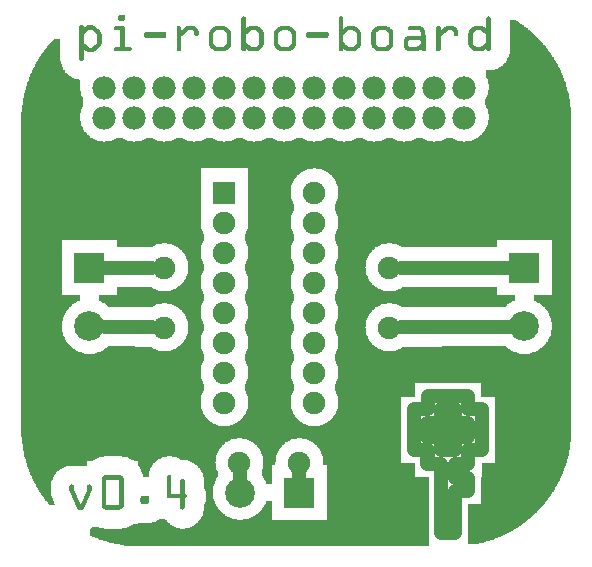
<source format=gtl>
G04 MADE WITH FRITZING*
G04 WWW.FRITZING.ORG*
G04 DOUBLE SIDED*
G04 HOLES PLATED*
G04 CONTOUR ON CENTER OF CONTOUR VECTOR*
%ASAXBY*%
%FSLAX23Y23*%
%MOIN*%
%OFA0B0*%
%SFA1.0B1.0*%
%ADD10C,0.075000*%
%ADD11C,0.078000*%
%ADD12C,0.075433*%
%ADD13C,0.099055*%
%ADD14R,0.075000X0.075000*%
%ADD15R,0.099055X0.099055*%
%ADD16C,0.048000*%
%ADD17R,0.001000X0.001000*%
%LNCOPPER1*%
G90*
G70*
G54D10*
X1740Y1662D03*
X717Y1220D03*
X1017Y1220D03*
X717Y1120D03*
X1017Y1120D03*
X717Y1020D03*
X1017Y1020D03*
X717Y920D03*
X1017Y920D03*
X717Y820D03*
X1017Y820D03*
X717Y720D03*
X1017Y720D03*
X717Y620D03*
X1017Y620D03*
X717Y520D03*
X1017Y520D03*
G54D11*
X317Y1470D03*
X417Y1470D03*
X517Y1470D03*
X617Y1470D03*
X717Y1470D03*
X817Y1470D03*
X917Y1470D03*
X1017Y1470D03*
X1117Y1470D03*
X1217Y1470D03*
X1317Y1470D03*
X1417Y1470D03*
X1517Y1470D03*
X317Y1470D03*
X417Y1470D03*
X517Y1470D03*
X617Y1470D03*
X717Y1470D03*
X817Y1470D03*
X917Y1470D03*
X1017Y1470D03*
X1117Y1470D03*
X1217Y1470D03*
X1317Y1470D03*
X1417Y1470D03*
X1517Y1470D03*
X1517Y1570D03*
X1417Y1570D03*
X1317Y1570D03*
X1217Y1570D03*
X1117Y1570D03*
X1017Y1570D03*
X917Y1570D03*
X817Y1570D03*
X717Y1570D03*
X617Y1570D03*
X517Y1570D03*
X417Y1570D03*
X317Y1570D03*
G54D12*
X1267Y970D03*
X1267Y770D03*
X517Y970D03*
X517Y770D03*
X767Y320D03*
X967Y320D03*
G54D13*
X1717Y970D03*
X1717Y774D03*
X1717Y970D03*
X1717Y774D03*
X967Y220D03*
X770Y220D03*
X967Y220D03*
X770Y220D03*
X267Y970D03*
X267Y774D03*
X267Y970D03*
X267Y774D03*
G54D14*
X717Y1220D03*
G54D15*
X1717Y970D03*
X1717Y970D03*
X967Y220D03*
X967Y220D03*
X267Y970D03*
X267Y970D03*
G54D16*
X477Y970D02*
X318Y970D01*
D02*
X477Y771D02*
X318Y773D01*
D02*
X967Y292D02*
X967Y261D01*
D02*
X768Y292D02*
X769Y261D01*
D02*
X1307Y771D02*
X1665Y773D01*
D02*
X1307Y970D02*
X1665Y970D01*
G36*
X1668Y1795D02*
X1668Y1683D01*
X1666Y1683D01*
X1666Y1675D01*
X1664Y1675D01*
X1664Y1671D01*
X1662Y1671D01*
X1662Y1667D01*
X1660Y1667D01*
X1660Y1663D01*
X1658Y1663D01*
X1658Y1659D01*
X1656Y1659D01*
X1656Y1657D01*
X1654Y1657D01*
X1654Y1653D01*
X1652Y1653D01*
X1652Y1651D01*
X1650Y1651D01*
X1650Y1649D01*
X1648Y1649D01*
X1648Y1647D01*
X1646Y1647D01*
X1646Y1645D01*
X1644Y1645D01*
X1644Y1643D01*
X1640Y1643D01*
X1640Y1641D01*
X1638Y1641D01*
X1638Y1639D01*
X1636Y1639D01*
X1636Y1637D01*
X1632Y1637D01*
X1632Y1635D01*
X1628Y1635D01*
X1628Y1633D01*
X1624Y1633D01*
X1624Y1631D01*
X1618Y1631D01*
X1618Y1629D01*
X1608Y1629D01*
X1608Y1627D01*
X1588Y1627D01*
X1588Y1607D01*
X1590Y1607D01*
X1590Y1603D01*
X1592Y1603D01*
X1592Y1597D01*
X1594Y1597D01*
X1594Y1591D01*
X1596Y1591D01*
X1596Y1581D01*
X1598Y1581D01*
X1598Y1561D01*
X1596Y1561D01*
X1596Y1551D01*
X1594Y1551D01*
X1594Y1545D01*
X1592Y1545D01*
X1592Y1539D01*
X1590Y1539D01*
X1590Y1535D01*
X1588Y1535D01*
X1588Y1531D01*
X1586Y1531D01*
X1586Y1511D01*
X1588Y1511D01*
X1588Y1507D01*
X1590Y1507D01*
X1590Y1503D01*
X1592Y1503D01*
X1592Y1497D01*
X1594Y1497D01*
X1594Y1491D01*
X1596Y1491D01*
X1596Y1481D01*
X1598Y1481D01*
X1598Y1461D01*
X1596Y1461D01*
X1596Y1451D01*
X1594Y1451D01*
X1594Y1445D01*
X1592Y1445D01*
X1592Y1439D01*
X1590Y1439D01*
X1590Y1435D01*
X1588Y1435D01*
X1588Y1431D01*
X1586Y1431D01*
X1586Y1427D01*
X1584Y1427D01*
X1584Y1425D01*
X1582Y1425D01*
X1582Y1421D01*
X1580Y1421D01*
X1580Y1419D01*
X1578Y1419D01*
X1578Y1417D01*
X1576Y1417D01*
X1576Y1415D01*
X1574Y1415D01*
X1574Y1413D01*
X1572Y1413D01*
X1572Y1411D01*
X1570Y1411D01*
X1570Y1409D01*
X1568Y1409D01*
X1568Y1407D01*
X1566Y1407D01*
X1566Y1405D01*
X1562Y1405D01*
X1562Y1403D01*
X1560Y1403D01*
X1560Y1401D01*
X1556Y1401D01*
X1556Y1399D01*
X1552Y1399D01*
X1552Y1397D01*
X1548Y1397D01*
X1548Y1395D01*
X1542Y1395D01*
X1542Y1393D01*
X1536Y1393D01*
X1536Y1391D01*
X1520Y1391D01*
X1520Y1389D01*
X1872Y1389D01*
X1872Y1505D01*
X1870Y1505D01*
X1870Y1521D01*
X1868Y1521D01*
X1868Y1533D01*
X1866Y1533D01*
X1866Y1543D01*
X1864Y1543D01*
X1864Y1551D01*
X1862Y1551D01*
X1862Y1559D01*
X1860Y1559D01*
X1860Y1567D01*
X1858Y1567D01*
X1858Y1573D01*
X1856Y1573D01*
X1856Y1581D01*
X1854Y1581D01*
X1854Y1587D01*
X1852Y1587D01*
X1852Y1593D01*
X1850Y1593D01*
X1850Y1597D01*
X1848Y1597D01*
X1848Y1603D01*
X1846Y1603D01*
X1846Y1607D01*
X1844Y1607D01*
X1844Y1613D01*
X1842Y1613D01*
X1842Y1617D01*
X1840Y1617D01*
X1840Y1621D01*
X1838Y1621D01*
X1838Y1627D01*
X1836Y1627D01*
X1836Y1631D01*
X1834Y1631D01*
X1834Y1635D01*
X1832Y1635D01*
X1832Y1639D01*
X1830Y1639D01*
X1830Y1643D01*
X1828Y1643D01*
X1828Y1647D01*
X1826Y1647D01*
X1826Y1649D01*
X1824Y1649D01*
X1824Y1653D01*
X1822Y1653D01*
X1822Y1657D01*
X1820Y1657D01*
X1820Y1661D01*
X1818Y1661D01*
X1818Y1663D01*
X1816Y1663D01*
X1816Y1667D01*
X1814Y1667D01*
X1814Y1671D01*
X1812Y1671D01*
X1812Y1673D01*
X1810Y1673D01*
X1810Y1677D01*
X1808Y1677D01*
X1808Y1679D01*
X1806Y1679D01*
X1806Y1683D01*
X1804Y1683D01*
X1804Y1685D01*
X1802Y1685D01*
X1802Y1687D01*
X1800Y1687D01*
X1800Y1691D01*
X1798Y1691D01*
X1798Y1693D01*
X1796Y1693D01*
X1796Y1697D01*
X1794Y1697D01*
X1794Y1699D01*
X1792Y1699D01*
X1792Y1701D01*
X1790Y1701D01*
X1790Y1703D01*
X1788Y1703D01*
X1788Y1707D01*
X1786Y1707D01*
X1786Y1709D01*
X1784Y1709D01*
X1784Y1711D01*
X1782Y1711D01*
X1782Y1713D01*
X1780Y1713D01*
X1780Y1715D01*
X1778Y1715D01*
X1778Y1719D01*
X1776Y1719D01*
X1776Y1721D01*
X1774Y1721D01*
X1774Y1723D01*
X1772Y1723D01*
X1772Y1725D01*
X1770Y1725D01*
X1770Y1727D01*
X1768Y1727D01*
X1768Y1729D01*
X1766Y1729D01*
X1766Y1731D01*
X1764Y1731D01*
X1764Y1733D01*
X1762Y1733D01*
X1762Y1735D01*
X1760Y1735D01*
X1760Y1737D01*
X1758Y1737D01*
X1758Y1739D01*
X1756Y1739D01*
X1756Y1741D01*
X1754Y1741D01*
X1754Y1743D01*
X1752Y1743D01*
X1752Y1745D01*
X1750Y1745D01*
X1750Y1747D01*
X1748Y1747D01*
X1748Y1749D01*
X1746Y1749D01*
X1746Y1751D01*
X1744Y1751D01*
X1744Y1753D01*
X1742Y1753D01*
X1742Y1755D01*
X1738Y1755D01*
X1738Y1757D01*
X1736Y1757D01*
X1736Y1759D01*
X1734Y1759D01*
X1734Y1761D01*
X1732Y1761D01*
X1732Y1763D01*
X1730Y1763D01*
X1730Y1765D01*
X1728Y1765D01*
X1728Y1767D01*
X1724Y1767D01*
X1724Y1769D01*
X1722Y1769D01*
X1722Y1771D01*
X1720Y1771D01*
X1720Y1773D01*
X1716Y1773D01*
X1716Y1775D01*
X1714Y1775D01*
X1714Y1777D01*
X1712Y1777D01*
X1712Y1779D01*
X1708Y1779D01*
X1708Y1781D01*
X1706Y1781D01*
X1706Y1783D01*
X1702Y1783D01*
X1702Y1785D01*
X1700Y1785D01*
X1700Y1787D01*
X1696Y1787D01*
X1696Y1789D01*
X1694Y1789D01*
X1694Y1791D01*
X1690Y1791D01*
X1690Y1793D01*
X1688Y1793D01*
X1688Y1795D01*
X1668Y1795D01*
G37*
D02*
G36*
X150Y1733D02*
X150Y1731D01*
X148Y1731D01*
X148Y1729D01*
X146Y1729D01*
X146Y1727D01*
X144Y1727D01*
X144Y1725D01*
X142Y1725D01*
X142Y1723D01*
X140Y1723D01*
X140Y1721D01*
X138Y1721D01*
X138Y1719D01*
X136Y1719D01*
X136Y1717D01*
X134Y1717D01*
X134Y1715D01*
X132Y1715D01*
X132Y1711D01*
X130Y1711D01*
X130Y1709D01*
X128Y1709D01*
X128Y1707D01*
X126Y1707D01*
X126Y1705D01*
X124Y1705D01*
X124Y1701D01*
X122Y1701D01*
X122Y1699D01*
X120Y1699D01*
X120Y1697D01*
X118Y1697D01*
X118Y1695D01*
X116Y1695D01*
X116Y1691D01*
X114Y1691D01*
X114Y1689D01*
X112Y1689D01*
X112Y1685D01*
X110Y1685D01*
X110Y1683D01*
X108Y1683D01*
X108Y1681D01*
X106Y1681D01*
X106Y1677D01*
X104Y1677D01*
X104Y1675D01*
X102Y1675D01*
X102Y1671D01*
X100Y1671D01*
X100Y1667D01*
X98Y1667D01*
X98Y1665D01*
X96Y1665D01*
X96Y1661D01*
X94Y1661D01*
X94Y1657D01*
X92Y1657D01*
X92Y1655D01*
X90Y1655D01*
X90Y1651D01*
X88Y1651D01*
X88Y1647D01*
X86Y1647D01*
X86Y1643D01*
X84Y1643D01*
X84Y1639D01*
X82Y1639D01*
X82Y1635D01*
X80Y1635D01*
X80Y1631D01*
X78Y1631D01*
X78Y1627D01*
X76Y1627D01*
X76Y1623D01*
X74Y1623D01*
X74Y1619D01*
X72Y1619D01*
X72Y1615D01*
X70Y1615D01*
X70Y1609D01*
X68Y1609D01*
X68Y1605D01*
X66Y1605D01*
X66Y1599D01*
X64Y1599D01*
X64Y1593D01*
X62Y1593D01*
X62Y1589D01*
X60Y1589D01*
X60Y1583D01*
X58Y1583D01*
X58Y1575D01*
X56Y1575D01*
X56Y1569D01*
X54Y1569D01*
X54Y1563D01*
X52Y1563D01*
X52Y1553D01*
X50Y1553D01*
X50Y1545D01*
X48Y1545D01*
X48Y1535D01*
X46Y1535D01*
X46Y1525D01*
X44Y1525D01*
X44Y1511D01*
X42Y1511D01*
X42Y1489D01*
X40Y1489D01*
X40Y1389D01*
X312Y1389D01*
X312Y1391D01*
X298Y1391D01*
X298Y1393D01*
X292Y1393D01*
X292Y1395D01*
X286Y1395D01*
X286Y1397D01*
X282Y1397D01*
X282Y1399D01*
X278Y1399D01*
X278Y1401D01*
X274Y1401D01*
X274Y1403D01*
X270Y1403D01*
X270Y1405D01*
X268Y1405D01*
X268Y1407D01*
X266Y1407D01*
X266Y1409D01*
X264Y1409D01*
X264Y1411D01*
X262Y1411D01*
X262Y1413D01*
X258Y1413D01*
X258Y1417D01*
X256Y1417D01*
X256Y1419D01*
X254Y1419D01*
X254Y1421D01*
X252Y1421D01*
X252Y1423D01*
X250Y1423D01*
X250Y1427D01*
X248Y1427D01*
X248Y1429D01*
X246Y1429D01*
X246Y1433D01*
X244Y1433D01*
X244Y1437D01*
X242Y1437D01*
X242Y1443D01*
X240Y1443D01*
X240Y1449D01*
X238Y1449D01*
X238Y1457D01*
X236Y1457D01*
X236Y1485D01*
X238Y1485D01*
X238Y1493D01*
X240Y1493D01*
X240Y1499D01*
X242Y1499D01*
X242Y1505D01*
X244Y1505D01*
X244Y1509D01*
X246Y1509D01*
X246Y1533D01*
X244Y1533D01*
X244Y1537D01*
X242Y1537D01*
X242Y1543D01*
X240Y1543D01*
X240Y1549D01*
X238Y1549D01*
X238Y1557D01*
X236Y1557D01*
X236Y1595D01*
X232Y1595D01*
X232Y1597D01*
X222Y1597D01*
X222Y1599D01*
X216Y1599D01*
X216Y1601D01*
X212Y1601D01*
X212Y1603D01*
X208Y1603D01*
X208Y1605D01*
X204Y1605D01*
X204Y1607D01*
X202Y1607D01*
X202Y1609D01*
X198Y1609D01*
X198Y1611D01*
X196Y1611D01*
X196Y1613D01*
X194Y1613D01*
X194Y1615D01*
X192Y1615D01*
X192Y1617D01*
X186Y1617D01*
X186Y1623D01*
X184Y1623D01*
X184Y1627D01*
X182Y1627D01*
X182Y1629D01*
X180Y1629D01*
X180Y1633D01*
X178Y1633D01*
X178Y1637D01*
X176Y1637D01*
X176Y1641D01*
X174Y1641D01*
X174Y1649D01*
X172Y1649D01*
X172Y1659D01*
X170Y1659D01*
X170Y1733D01*
X150Y1733D01*
G37*
D02*
G36*
X356Y1401D02*
X356Y1399D01*
X352Y1399D01*
X352Y1397D01*
X348Y1397D01*
X348Y1395D01*
X342Y1395D01*
X342Y1393D01*
X336Y1393D01*
X336Y1391D01*
X320Y1391D01*
X320Y1389D01*
X412Y1389D01*
X412Y1391D01*
X398Y1391D01*
X398Y1393D01*
X392Y1393D01*
X392Y1395D01*
X386Y1395D01*
X386Y1397D01*
X382Y1397D01*
X382Y1399D01*
X378Y1399D01*
X378Y1401D01*
X356Y1401D01*
G37*
D02*
G36*
X456Y1401D02*
X456Y1399D01*
X452Y1399D01*
X452Y1397D01*
X448Y1397D01*
X448Y1395D01*
X442Y1395D01*
X442Y1393D01*
X436Y1393D01*
X436Y1391D01*
X420Y1391D01*
X420Y1389D01*
X512Y1389D01*
X512Y1391D01*
X498Y1391D01*
X498Y1393D01*
X492Y1393D01*
X492Y1395D01*
X486Y1395D01*
X486Y1397D01*
X482Y1397D01*
X482Y1399D01*
X478Y1399D01*
X478Y1401D01*
X456Y1401D01*
G37*
D02*
G36*
X556Y1401D02*
X556Y1399D01*
X552Y1399D01*
X552Y1397D01*
X548Y1397D01*
X548Y1395D01*
X542Y1395D01*
X542Y1393D01*
X536Y1393D01*
X536Y1391D01*
X520Y1391D01*
X520Y1389D01*
X612Y1389D01*
X612Y1391D01*
X598Y1391D01*
X598Y1393D01*
X592Y1393D01*
X592Y1395D01*
X586Y1395D01*
X586Y1397D01*
X582Y1397D01*
X582Y1399D01*
X578Y1399D01*
X578Y1401D01*
X556Y1401D01*
G37*
D02*
G36*
X656Y1401D02*
X656Y1399D01*
X652Y1399D01*
X652Y1397D01*
X648Y1397D01*
X648Y1395D01*
X642Y1395D01*
X642Y1393D01*
X636Y1393D01*
X636Y1391D01*
X620Y1391D01*
X620Y1389D01*
X712Y1389D01*
X712Y1391D01*
X698Y1391D01*
X698Y1393D01*
X692Y1393D01*
X692Y1395D01*
X686Y1395D01*
X686Y1397D01*
X682Y1397D01*
X682Y1399D01*
X678Y1399D01*
X678Y1401D01*
X656Y1401D01*
G37*
D02*
G36*
X756Y1401D02*
X756Y1399D01*
X752Y1399D01*
X752Y1397D01*
X748Y1397D01*
X748Y1395D01*
X742Y1395D01*
X742Y1393D01*
X736Y1393D01*
X736Y1391D01*
X720Y1391D01*
X720Y1389D01*
X812Y1389D01*
X812Y1391D01*
X798Y1391D01*
X798Y1393D01*
X792Y1393D01*
X792Y1395D01*
X786Y1395D01*
X786Y1397D01*
X782Y1397D01*
X782Y1399D01*
X778Y1399D01*
X778Y1401D01*
X756Y1401D01*
G37*
D02*
G36*
X856Y1401D02*
X856Y1399D01*
X852Y1399D01*
X852Y1397D01*
X848Y1397D01*
X848Y1395D01*
X842Y1395D01*
X842Y1393D01*
X836Y1393D01*
X836Y1391D01*
X820Y1391D01*
X820Y1389D01*
X912Y1389D01*
X912Y1391D01*
X898Y1391D01*
X898Y1393D01*
X892Y1393D01*
X892Y1395D01*
X886Y1395D01*
X886Y1397D01*
X882Y1397D01*
X882Y1399D01*
X878Y1399D01*
X878Y1401D01*
X856Y1401D01*
G37*
D02*
G36*
X956Y1401D02*
X956Y1399D01*
X952Y1399D01*
X952Y1397D01*
X948Y1397D01*
X948Y1395D01*
X942Y1395D01*
X942Y1393D01*
X936Y1393D01*
X936Y1391D01*
X920Y1391D01*
X920Y1389D01*
X1012Y1389D01*
X1012Y1391D01*
X998Y1391D01*
X998Y1393D01*
X992Y1393D01*
X992Y1395D01*
X986Y1395D01*
X986Y1397D01*
X982Y1397D01*
X982Y1399D01*
X978Y1399D01*
X978Y1401D01*
X956Y1401D01*
G37*
D02*
G36*
X1056Y1401D02*
X1056Y1399D01*
X1052Y1399D01*
X1052Y1397D01*
X1048Y1397D01*
X1048Y1395D01*
X1042Y1395D01*
X1042Y1393D01*
X1036Y1393D01*
X1036Y1391D01*
X1020Y1391D01*
X1020Y1389D01*
X1112Y1389D01*
X1112Y1391D01*
X1098Y1391D01*
X1098Y1393D01*
X1092Y1393D01*
X1092Y1395D01*
X1086Y1395D01*
X1086Y1397D01*
X1082Y1397D01*
X1082Y1399D01*
X1078Y1399D01*
X1078Y1401D01*
X1056Y1401D01*
G37*
D02*
G36*
X1156Y1401D02*
X1156Y1399D01*
X1152Y1399D01*
X1152Y1397D01*
X1148Y1397D01*
X1148Y1395D01*
X1142Y1395D01*
X1142Y1393D01*
X1136Y1393D01*
X1136Y1391D01*
X1120Y1391D01*
X1120Y1389D01*
X1212Y1389D01*
X1212Y1391D01*
X1198Y1391D01*
X1198Y1393D01*
X1192Y1393D01*
X1192Y1395D01*
X1186Y1395D01*
X1186Y1397D01*
X1182Y1397D01*
X1182Y1399D01*
X1178Y1399D01*
X1178Y1401D01*
X1156Y1401D01*
G37*
D02*
G36*
X1256Y1401D02*
X1256Y1399D01*
X1252Y1399D01*
X1252Y1397D01*
X1248Y1397D01*
X1248Y1395D01*
X1242Y1395D01*
X1242Y1393D01*
X1236Y1393D01*
X1236Y1391D01*
X1220Y1391D01*
X1220Y1389D01*
X1312Y1389D01*
X1312Y1391D01*
X1298Y1391D01*
X1298Y1393D01*
X1292Y1393D01*
X1292Y1395D01*
X1286Y1395D01*
X1286Y1397D01*
X1282Y1397D01*
X1282Y1399D01*
X1278Y1399D01*
X1278Y1401D01*
X1256Y1401D01*
G37*
D02*
G36*
X1356Y1401D02*
X1356Y1399D01*
X1352Y1399D01*
X1352Y1397D01*
X1348Y1397D01*
X1348Y1395D01*
X1342Y1395D01*
X1342Y1393D01*
X1336Y1393D01*
X1336Y1391D01*
X1320Y1391D01*
X1320Y1389D01*
X1412Y1389D01*
X1412Y1391D01*
X1398Y1391D01*
X1398Y1393D01*
X1392Y1393D01*
X1392Y1395D01*
X1386Y1395D01*
X1386Y1397D01*
X1382Y1397D01*
X1382Y1399D01*
X1378Y1399D01*
X1378Y1401D01*
X1356Y1401D01*
G37*
D02*
G36*
X1456Y1401D02*
X1456Y1399D01*
X1452Y1399D01*
X1452Y1397D01*
X1448Y1397D01*
X1448Y1395D01*
X1442Y1395D01*
X1442Y1393D01*
X1436Y1393D01*
X1436Y1391D01*
X1420Y1391D01*
X1420Y1389D01*
X1512Y1389D01*
X1512Y1391D01*
X1498Y1391D01*
X1498Y1393D01*
X1492Y1393D01*
X1492Y1395D01*
X1486Y1395D01*
X1486Y1397D01*
X1482Y1397D01*
X1482Y1399D01*
X1478Y1399D01*
X1478Y1401D01*
X1456Y1401D01*
G37*
D02*
G36*
X40Y1389D02*
X40Y1387D01*
X1872Y1387D01*
X1872Y1389D01*
X40Y1389D01*
G37*
D02*
G36*
X40Y1389D02*
X40Y1387D01*
X1872Y1387D01*
X1872Y1389D01*
X40Y1389D01*
G37*
D02*
G36*
X40Y1389D02*
X40Y1387D01*
X1872Y1387D01*
X1872Y1389D01*
X40Y1389D01*
G37*
D02*
G36*
X40Y1389D02*
X40Y1387D01*
X1872Y1387D01*
X1872Y1389D01*
X40Y1389D01*
G37*
D02*
G36*
X40Y1389D02*
X40Y1387D01*
X1872Y1387D01*
X1872Y1389D01*
X40Y1389D01*
G37*
D02*
G36*
X40Y1389D02*
X40Y1387D01*
X1872Y1387D01*
X1872Y1389D01*
X40Y1389D01*
G37*
D02*
G36*
X40Y1389D02*
X40Y1387D01*
X1872Y1387D01*
X1872Y1389D01*
X40Y1389D01*
G37*
D02*
G36*
X40Y1389D02*
X40Y1387D01*
X1872Y1387D01*
X1872Y1389D01*
X40Y1389D01*
G37*
D02*
G36*
X40Y1389D02*
X40Y1387D01*
X1872Y1387D01*
X1872Y1389D01*
X40Y1389D01*
G37*
D02*
G36*
X40Y1389D02*
X40Y1387D01*
X1872Y1387D01*
X1872Y1389D01*
X40Y1389D01*
G37*
D02*
G36*
X40Y1389D02*
X40Y1387D01*
X1872Y1387D01*
X1872Y1389D01*
X40Y1389D01*
G37*
D02*
G36*
X40Y1389D02*
X40Y1387D01*
X1872Y1387D01*
X1872Y1389D01*
X40Y1389D01*
G37*
D02*
G36*
X40Y1389D02*
X40Y1387D01*
X1872Y1387D01*
X1872Y1389D01*
X40Y1389D01*
G37*
D02*
G36*
X40Y1389D02*
X40Y1387D01*
X1872Y1387D01*
X1872Y1389D01*
X40Y1389D01*
G37*
D02*
G36*
X40Y1387D02*
X40Y1301D01*
X1022Y1301D01*
X1022Y1299D01*
X1036Y1299D01*
X1036Y1297D01*
X1042Y1297D01*
X1042Y1295D01*
X1048Y1295D01*
X1048Y1293D01*
X1052Y1293D01*
X1052Y1291D01*
X1056Y1291D01*
X1056Y1289D01*
X1058Y1289D01*
X1058Y1287D01*
X1062Y1287D01*
X1062Y1285D01*
X1064Y1285D01*
X1064Y1283D01*
X1068Y1283D01*
X1068Y1281D01*
X1070Y1281D01*
X1070Y1279D01*
X1072Y1279D01*
X1072Y1277D01*
X1074Y1277D01*
X1074Y1275D01*
X1076Y1275D01*
X1076Y1273D01*
X1078Y1273D01*
X1078Y1269D01*
X1080Y1269D01*
X1080Y1267D01*
X1082Y1267D01*
X1082Y1265D01*
X1084Y1265D01*
X1084Y1261D01*
X1086Y1261D01*
X1086Y1257D01*
X1088Y1257D01*
X1088Y1253D01*
X1090Y1253D01*
X1090Y1249D01*
X1092Y1249D01*
X1092Y1243D01*
X1094Y1243D01*
X1094Y1233D01*
X1096Y1233D01*
X1096Y1207D01*
X1094Y1207D01*
X1094Y1199D01*
X1092Y1199D01*
X1092Y1193D01*
X1090Y1193D01*
X1090Y1187D01*
X1088Y1187D01*
X1088Y1183D01*
X1086Y1183D01*
X1086Y1181D01*
X1084Y1181D01*
X1084Y1161D01*
X1086Y1161D01*
X1086Y1157D01*
X1088Y1157D01*
X1088Y1153D01*
X1090Y1153D01*
X1090Y1149D01*
X1092Y1149D01*
X1092Y1143D01*
X1094Y1143D01*
X1094Y1133D01*
X1096Y1133D01*
X1096Y1107D01*
X1094Y1107D01*
X1094Y1099D01*
X1092Y1099D01*
X1092Y1093D01*
X1090Y1093D01*
X1090Y1087D01*
X1088Y1087D01*
X1088Y1083D01*
X1086Y1083D01*
X1086Y1081D01*
X1084Y1081D01*
X1084Y1063D01*
X1808Y1063D01*
X1808Y879D01*
X1748Y879D01*
X1748Y859D01*
X1752Y859D01*
X1752Y857D01*
X1756Y857D01*
X1756Y855D01*
X1760Y855D01*
X1760Y853D01*
X1764Y853D01*
X1764Y851D01*
X1768Y851D01*
X1768Y849D01*
X1770Y849D01*
X1770Y847D01*
X1772Y847D01*
X1772Y845D01*
X1776Y845D01*
X1776Y843D01*
X1778Y843D01*
X1778Y841D01*
X1780Y841D01*
X1780Y839D01*
X1782Y839D01*
X1782Y837D01*
X1784Y837D01*
X1784Y835D01*
X1786Y835D01*
X1786Y833D01*
X1788Y833D01*
X1788Y829D01*
X1790Y829D01*
X1790Y827D01*
X1792Y827D01*
X1792Y825D01*
X1794Y825D01*
X1794Y821D01*
X1796Y821D01*
X1796Y817D01*
X1798Y817D01*
X1798Y813D01*
X1800Y813D01*
X1800Y809D01*
X1802Y809D01*
X1802Y803D01*
X1804Y803D01*
X1804Y797D01*
X1806Y797D01*
X1806Y787D01*
X1808Y787D01*
X1808Y761D01*
X1806Y761D01*
X1806Y751D01*
X1804Y751D01*
X1804Y743D01*
X1802Y743D01*
X1802Y739D01*
X1800Y739D01*
X1800Y735D01*
X1798Y735D01*
X1798Y731D01*
X1796Y731D01*
X1796Y727D01*
X1794Y727D01*
X1794Y723D01*
X1792Y723D01*
X1792Y721D01*
X1790Y721D01*
X1790Y719D01*
X1788Y719D01*
X1788Y715D01*
X1786Y715D01*
X1786Y713D01*
X1784Y713D01*
X1784Y711D01*
X1782Y711D01*
X1782Y709D01*
X1780Y709D01*
X1780Y707D01*
X1778Y707D01*
X1778Y705D01*
X1776Y705D01*
X1776Y703D01*
X1774Y703D01*
X1774Y701D01*
X1770Y701D01*
X1770Y699D01*
X1768Y699D01*
X1768Y697D01*
X1764Y697D01*
X1764Y695D01*
X1762Y695D01*
X1762Y693D01*
X1758Y693D01*
X1758Y691D01*
X1754Y691D01*
X1754Y689D01*
X1748Y689D01*
X1748Y687D01*
X1742Y687D01*
X1742Y685D01*
X1734Y685D01*
X1734Y683D01*
X1872Y683D01*
X1872Y1387D01*
X40Y1387D01*
G37*
D02*
G36*
X40Y1301D02*
X40Y1063D01*
X358Y1063D01*
X358Y1051D01*
X524Y1051D01*
X524Y1049D01*
X536Y1049D01*
X536Y1047D01*
X542Y1047D01*
X542Y1045D01*
X548Y1045D01*
X548Y1043D01*
X552Y1043D01*
X552Y1041D01*
X556Y1041D01*
X556Y1039D01*
X560Y1039D01*
X560Y1037D01*
X562Y1037D01*
X562Y1035D01*
X566Y1035D01*
X566Y1033D01*
X568Y1033D01*
X568Y1031D01*
X570Y1031D01*
X570Y1029D01*
X572Y1029D01*
X572Y1027D01*
X574Y1027D01*
X574Y1025D01*
X576Y1025D01*
X576Y1023D01*
X578Y1023D01*
X578Y1021D01*
X580Y1021D01*
X580Y1017D01*
X582Y1017D01*
X582Y1015D01*
X584Y1015D01*
X584Y1011D01*
X586Y1011D01*
X586Y1009D01*
X588Y1009D01*
X588Y1005D01*
X590Y1005D01*
X590Y999D01*
X592Y999D01*
X592Y993D01*
X594Y993D01*
X594Y985D01*
X596Y985D01*
X596Y957D01*
X594Y957D01*
X594Y949D01*
X592Y949D01*
X592Y943D01*
X590Y943D01*
X590Y937D01*
X588Y937D01*
X588Y933D01*
X586Y933D01*
X586Y929D01*
X584Y929D01*
X584Y927D01*
X582Y927D01*
X582Y923D01*
X580Y923D01*
X580Y921D01*
X578Y921D01*
X578Y919D01*
X576Y919D01*
X576Y917D01*
X574Y917D01*
X574Y915D01*
X572Y915D01*
X572Y913D01*
X570Y913D01*
X570Y911D01*
X568Y911D01*
X568Y909D01*
X566Y909D01*
X566Y907D01*
X562Y907D01*
X562Y905D01*
X560Y905D01*
X560Y903D01*
X556Y903D01*
X556Y901D01*
X554Y901D01*
X554Y899D01*
X550Y899D01*
X550Y897D01*
X544Y897D01*
X544Y895D01*
X538Y895D01*
X538Y893D01*
X528Y893D01*
X528Y891D01*
X642Y891D01*
X642Y897D01*
X640Y897D01*
X640Y903D01*
X638Y903D01*
X638Y937D01*
X640Y937D01*
X640Y945D01*
X642Y945D01*
X642Y951D01*
X644Y951D01*
X644Y955D01*
X646Y955D01*
X646Y959D01*
X648Y959D01*
X648Y983D01*
X646Y983D01*
X646Y987D01*
X644Y987D01*
X644Y991D01*
X642Y991D01*
X642Y997D01*
X640Y997D01*
X640Y1003D01*
X638Y1003D01*
X638Y1037D01*
X640Y1037D01*
X640Y1045D01*
X642Y1045D01*
X642Y1051D01*
X644Y1051D01*
X644Y1055D01*
X646Y1055D01*
X646Y1059D01*
X648Y1059D01*
X648Y1083D01*
X646Y1083D01*
X646Y1087D01*
X644Y1087D01*
X644Y1091D01*
X642Y1091D01*
X642Y1097D01*
X640Y1097D01*
X640Y1103D01*
X638Y1103D01*
X638Y1301D01*
X40Y1301D01*
G37*
D02*
G36*
X796Y1301D02*
X796Y1107D01*
X794Y1107D01*
X794Y1099D01*
X792Y1099D01*
X792Y1093D01*
X790Y1093D01*
X790Y1087D01*
X788Y1087D01*
X788Y1083D01*
X786Y1083D01*
X786Y1081D01*
X784Y1081D01*
X784Y1061D01*
X786Y1061D01*
X786Y1057D01*
X788Y1057D01*
X788Y1053D01*
X790Y1053D01*
X790Y1049D01*
X792Y1049D01*
X792Y1043D01*
X794Y1043D01*
X794Y1033D01*
X796Y1033D01*
X796Y1007D01*
X794Y1007D01*
X794Y999D01*
X792Y999D01*
X792Y993D01*
X790Y993D01*
X790Y987D01*
X788Y987D01*
X788Y983D01*
X786Y983D01*
X786Y981D01*
X784Y981D01*
X784Y961D01*
X786Y961D01*
X786Y957D01*
X788Y957D01*
X788Y953D01*
X790Y953D01*
X790Y949D01*
X792Y949D01*
X792Y943D01*
X794Y943D01*
X794Y933D01*
X796Y933D01*
X796Y907D01*
X794Y907D01*
X794Y899D01*
X792Y899D01*
X792Y893D01*
X790Y893D01*
X790Y887D01*
X788Y887D01*
X788Y883D01*
X786Y883D01*
X786Y881D01*
X784Y881D01*
X784Y861D01*
X786Y861D01*
X786Y857D01*
X788Y857D01*
X788Y853D01*
X790Y853D01*
X790Y849D01*
X792Y849D01*
X792Y843D01*
X794Y843D01*
X794Y833D01*
X796Y833D01*
X796Y807D01*
X794Y807D01*
X794Y799D01*
X792Y799D01*
X792Y793D01*
X790Y793D01*
X790Y787D01*
X788Y787D01*
X788Y783D01*
X786Y783D01*
X786Y781D01*
X784Y781D01*
X784Y761D01*
X786Y761D01*
X786Y757D01*
X788Y757D01*
X788Y753D01*
X790Y753D01*
X790Y749D01*
X792Y749D01*
X792Y743D01*
X794Y743D01*
X794Y733D01*
X796Y733D01*
X796Y707D01*
X794Y707D01*
X794Y699D01*
X792Y699D01*
X792Y693D01*
X790Y693D01*
X790Y687D01*
X788Y687D01*
X788Y683D01*
X786Y683D01*
X786Y681D01*
X784Y681D01*
X784Y661D01*
X786Y661D01*
X786Y657D01*
X788Y657D01*
X788Y653D01*
X790Y653D01*
X790Y649D01*
X792Y649D01*
X792Y643D01*
X794Y643D01*
X794Y633D01*
X796Y633D01*
X796Y607D01*
X794Y607D01*
X794Y599D01*
X792Y599D01*
X792Y593D01*
X790Y593D01*
X790Y587D01*
X788Y587D01*
X788Y583D01*
X786Y583D01*
X786Y581D01*
X784Y581D01*
X784Y561D01*
X786Y561D01*
X786Y557D01*
X788Y557D01*
X788Y553D01*
X790Y553D01*
X790Y549D01*
X792Y549D01*
X792Y543D01*
X794Y543D01*
X794Y533D01*
X796Y533D01*
X796Y507D01*
X794Y507D01*
X794Y499D01*
X792Y499D01*
X792Y493D01*
X790Y493D01*
X790Y487D01*
X788Y487D01*
X788Y483D01*
X786Y483D01*
X786Y481D01*
X784Y481D01*
X784Y477D01*
X782Y477D01*
X782Y475D01*
X780Y475D01*
X780Y471D01*
X778Y471D01*
X778Y469D01*
X776Y469D01*
X776Y467D01*
X774Y467D01*
X774Y465D01*
X772Y465D01*
X772Y463D01*
X770Y463D01*
X770Y461D01*
X768Y461D01*
X768Y459D01*
X766Y459D01*
X766Y457D01*
X762Y457D01*
X762Y455D01*
X760Y455D01*
X760Y453D01*
X756Y453D01*
X756Y451D01*
X752Y451D01*
X752Y449D01*
X748Y449D01*
X748Y447D01*
X744Y447D01*
X744Y445D01*
X736Y445D01*
X736Y443D01*
X726Y443D01*
X726Y441D01*
X1006Y441D01*
X1006Y443D01*
X996Y443D01*
X996Y445D01*
X990Y445D01*
X990Y447D01*
X984Y447D01*
X984Y449D01*
X980Y449D01*
X980Y451D01*
X978Y451D01*
X978Y453D01*
X974Y453D01*
X974Y455D01*
X970Y455D01*
X970Y457D01*
X968Y457D01*
X968Y459D01*
X966Y459D01*
X966Y461D01*
X964Y461D01*
X964Y463D01*
X962Y463D01*
X962Y465D01*
X960Y465D01*
X960Y467D01*
X958Y467D01*
X958Y469D01*
X956Y469D01*
X956Y471D01*
X954Y471D01*
X954Y473D01*
X952Y473D01*
X952Y477D01*
X950Y477D01*
X950Y479D01*
X948Y479D01*
X948Y483D01*
X946Y483D01*
X946Y487D01*
X944Y487D01*
X944Y491D01*
X942Y491D01*
X942Y497D01*
X940Y497D01*
X940Y503D01*
X938Y503D01*
X938Y537D01*
X940Y537D01*
X940Y545D01*
X942Y545D01*
X942Y551D01*
X944Y551D01*
X944Y555D01*
X946Y555D01*
X946Y559D01*
X948Y559D01*
X948Y583D01*
X946Y583D01*
X946Y587D01*
X944Y587D01*
X944Y591D01*
X942Y591D01*
X942Y597D01*
X940Y597D01*
X940Y603D01*
X938Y603D01*
X938Y637D01*
X940Y637D01*
X940Y645D01*
X942Y645D01*
X942Y651D01*
X944Y651D01*
X944Y655D01*
X946Y655D01*
X946Y659D01*
X948Y659D01*
X948Y683D01*
X946Y683D01*
X946Y687D01*
X944Y687D01*
X944Y691D01*
X942Y691D01*
X942Y697D01*
X940Y697D01*
X940Y703D01*
X938Y703D01*
X938Y737D01*
X940Y737D01*
X940Y745D01*
X942Y745D01*
X942Y751D01*
X944Y751D01*
X944Y755D01*
X946Y755D01*
X946Y759D01*
X948Y759D01*
X948Y783D01*
X946Y783D01*
X946Y787D01*
X944Y787D01*
X944Y791D01*
X942Y791D01*
X942Y797D01*
X940Y797D01*
X940Y803D01*
X938Y803D01*
X938Y837D01*
X940Y837D01*
X940Y845D01*
X942Y845D01*
X942Y851D01*
X944Y851D01*
X944Y855D01*
X946Y855D01*
X946Y859D01*
X948Y859D01*
X948Y883D01*
X946Y883D01*
X946Y887D01*
X944Y887D01*
X944Y891D01*
X942Y891D01*
X942Y897D01*
X940Y897D01*
X940Y903D01*
X938Y903D01*
X938Y937D01*
X940Y937D01*
X940Y945D01*
X942Y945D01*
X942Y951D01*
X944Y951D01*
X944Y955D01*
X946Y955D01*
X946Y959D01*
X948Y959D01*
X948Y983D01*
X946Y983D01*
X946Y987D01*
X944Y987D01*
X944Y991D01*
X942Y991D01*
X942Y997D01*
X940Y997D01*
X940Y1003D01*
X938Y1003D01*
X938Y1037D01*
X940Y1037D01*
X940Y1045D01*
X942Y1045D01*
X942Y1051D01*
X944Y1051D01*
X944Y1055D01*
X946Y1055D01*
X946Y1059D01*
X948Y1059D01*
X948Y1083D01*
X946Y1083D01*
X946Y1087D01*
X944Y1087D01*
X944Y1091D01*
X942Y1091D01*
X942Y1097D01*
X940Y1097D01*
X940Y1103D01*
X938Y1103D01*
X938Y1137D01*
X940Y1137D01*
X940Y1145D01*
X942Y1145D01*
X942Y1151D01*
X944Y1151D01*
X944Y1155D01*
X946Y1155D01*
X946Y1159D01*
X948Y1159D01*
X948Y1183D01*
X946Y1183D01*
X946Y1187D01*
X944Y1187D01*
X944Y1191D01*
X942Y1191D01*
X942Y1197D01*
X940Y1197D01*
X940Y1203D01*
X938Y1203D01*
X938Y1237D01*
X940Y1237D01*
X940Y1245D01*
X942Y1245D01*
X942Y1251D01*
X944Y1251D01*
X944Y1255D01*
X946Y1255D01*
X946Y1259D01*
X948Y1259D01*
X948Y1263D01*
X950Y1263D01*
X950Y1265D01*
X952Y1265D01*
X952Y1269D01*
X954Y1269D01*
X954Y1271D01*
X956Y1271D01*
X956Y1273D01*
X958Y1273D01*
X958Y1275D01*
X960Y1275D01*
X960Y1277D01*
X962Y1277D01*
X962Y1279D01*
X964Y1279D01*
X964Y1281D01*
X966Y1281D01*
X966Y1283D01*
X968Y1283D01*
X968Y1285D01*
X972Y1285D01*
X972Y1287D01*
X974Y1287D01*
X974Y1289D01*
X978Y1289D01*
X978Y1291D01*
X982Y1291D01*
X982Y1293D01*
X986Y1293D01*
X986Y1295D01*
X992Y1295D01*
X992Y1297D01*
X998Y1297D01*
X998Y1299D01*
X1012Y1299D01*
X1012Y1301D01*
X796Y1301D01*
G37*
D02*
G36*
X40Y1063D02*
X40Y683D01*
X250Y683D01*
X250Y685D01*
X242Y685D01*
X242Y687D01*
X236Y687D01*
X236Y689D01*
X230Y689D01*
X230Y691D01*
X226Y691D01*
X226Y693D01*
X222Y693D01*
X222Y695D01*
X218Y695D01*
X218Y697D01*
X216Y697D01*
X216Y699D01*
X212Y699D01*
X212Y701D01*
X210Y701D01*
X210Y703D01*
X208Y703D01*
X208Y705D01*
X206Y705D01*
X206Y707D01*
X204Y707D01*
X204Y709D01*
X202Y709D01*
X202Y711D01*
X200Y711D01*
X200Y713D01*
X198Y713D01*
X198Y715D01*
X196Y715D01*
X196Y717D01*
X194Y717D01*
X194Y719D01*
X192Y719D01*
X192Y723D01*
X190Y723D01*
X190Y725D01*
X188Y725D01*
X188Y729D01*
X186Y729D01*
X186Y733D01*
X184Y733D01*
X184Y737D01*
X182Y737D01*
X182Y743D01*
X180Y743D01*
X180Y747D01*
X178Y747D01*
X178Y755D01*
X176Y755D01*
X176Y793D01*
X178Y793D01*
X178Y799D01*
X180Y799D01*
X180Y805D01*
X182Y805D01*
X182Y811D01*
X184Y811D01*
X184Y815D01*
X186Y815D01*
X186Y819D01*
X188Y819D01*
X188Y823D01*
X190Y823D01*
X190Y825D01*
X192Y825D01*
X192Y829D01*
X194Y829D01*
X194Y831D01*
X196Y831D01*
X196Y833D01*
X198Y833D01*
X198Y835D01*
X200Y835D01*
X200Y837D01*
X202Y837D01*
X202Y839D01*
X204Y839D01*
X204Y841D01*
X206Y841D01*
X206Y843D01*
X208Y843D01*
X208Y845D01*
X210Y845D01*
X210Y847D01*
X214Y847D01*
X214Y849D01*
X216Y849D01*
X216Y851D01*
X220Y851D01*
X220Y853D01*
X222Y853D01*
X222Y855D01*
X226Y855D01*
X226Y857D01*
X230Y857D01*
X230Y859D01*
X236Y859D01*
X236Y879D01*
X176Y879D01*
X176Y1063D01*
X40Y1063D01*
G37*
D02*
G36*
X1084Y1063D02*
X1084Y1061D01*
X1086Y1061D01*
X1086Y1057D01*
X1088Y1057D01*
X1088Y1053D01*
X1090Y1053D01*
X1090Y1051D01*
X1274Y1051D01*
X1274Y1049D01*
X1286Y1049D01*
X1286Y1047D01*
X1292Y1047D01*
X1292Y1045D01*
X1298Y1045D01*
X1298Y1043D01*
X1302Y1043D01*
X1302Y1041D01*
X1306Y1041D01*
X1306Y1039D01*
X1310Y1039D01*
X1310Y1037D01*
X1626Y1037D01*
X1626Y1063D01*
X1084Y1063D01*
G37*
D02*
G36*
X358Y1051D02*
X358Y1037D01*
X474Y1037D01*
X474Y1039D01*
X478Y1039D01*
X478Y1041D01*
X482Y1041D01*
X482Y1043D01*
X486Y1043D01*
X486Y1045D01*
X490Y1045D01*
X490Y1047D01*
X498Y1047D01*
X498Y1049D01*
X508Y1049D01*
X508Y1051D01*
X358Y1051D01*
G37*
D02*
G36*
X1090Y1051D02*
X1090Y1049D01*
X1092Y1049D01*
X1092Y1043D01*
X1094Y1043D01*
X1094Y1033D01*
X1096Y1033D01*
X1096Y1007D01*
X1094Y1007D01*
X1094Y999D01*
X1092Y999D01*
X1092Y993D01*
X1090Y993D01*
X1090Y987D01*
X1088Y987D01*
X1088Y983D01*
X1086Y983D01*
X1086Y981D01*
X1084Y981D01*
X1084Y961D01*
X1086Y961D01*
X1086Y957D01*
X1088Y957D01*
X1088Y953D01*
X1090Y953D01*
X1090Y949D01*
X1092Y949D01*
X1092Y943D01*
X1094Y943D01*
X1094Y933D01*
X1096Y933D01*
X1096Y907D01*
X1094Y907D01*
X1094Y899D01*
X1092Y899D01*
X1092Y893D01*
X1090Y893D01*
X1090Y891D01*
X1256Y891D01*
X1256Y893D01*
X1246Y893D01*
X1246Y895D01*
X1240Y895D01*
X1240Y897D01*
X1234Y897D01*
X1234Y899D01*
X1230Y899D01*
X1230Y901D01*
X1226Y901D01*
X1226Y903D01*
X1224Y903D01*
X1224Y905D01*
X1220Y905D01*
X1220Y907D01*
X1218Y907D01*
X1218Y909D01*
X1216Y909D01*
X1216Y911D01*
X1212Y911D01*
X1212Y913D01*
X1210Y913D01*
X1210Y915D01*
X1208Y915D01*
X1208Y919D01*
X1206Y919D01*
X1206Y921D01*
X1204Y921D01*
X1204Y923D01*
X1202Y923D01*
X1202Y925D01*
X1200Y925D01*
X1200Y929D01*
X1198Y929D01*
X1198Y933D01*
X1196Y933D01*
X1196Y937D01*
X1194Y937D01*
X1194Y941D01*
X1192Y941D01*
X1192Y945D01*
X1190Y945D01*
X1190Y953D01*
X1188Y953D01*
X1188Y969D01*
X1186Y969D01*
X1186Y971D01*
X1188Y971D01*
X1188Y989D01*
X1190Y989D01*
X1190Y995D01*
X1192Y995D01*
X1192Y1001D01*
X1194Y1001D01*
X1194Y1005D01*
X1196Y1005D01*
X1196Y1009D01*
X1198Y1009D01*
X1198Y1013D01*
X1200Y1013D01*
X1200Y1015D01*
X1202Y1015D01*
X1202Y1019D01*
X1204Y1019D01*
X1204Y1021D01*
X1206Y1021D01*
X1206Y1023D01*
X1208Y1023D01*
X1208Y1025D01*
X1210Y1025D01*
X1210Y1027D01*
X1212Y1027D01*
X1212Y1029D01*
X1214Y1029D01*
X1214Y1031D01*
X1216Y1031D01*
X1216Y1033D01*
X1218Y1033D01*
X1218Y1035D01*
X1220Y1035D01*
X1220Y1037D01*
X1224Y1037D01*
X1224Y1039D01*
X1228Y1039D01*
X1228Y1041D01*
X1232Y1041D01*
X1232Y1043D01*
X1236Y1043D01*
X1236Y1045D01*
X1240Y1045D01*
X1240Y1047D01*
X1248Y1047D01*
X1248Y1049D01*
X1258Y1049D01*
X1258Y1051D01*
X1090Y1051D01*
G37*
D02*
G36*
X358Y905D02*
X358Y891D01*
X506Y891D01*
X506Y893D01*
X496Y893D01*
X496Y895D01*
X490Y895D01*
X490Y897D01*
X484Y897D01*
X484Y899D01*
X480Y899D01*
X480Y901D01*
X476Y901D01*
X476Y903D01*
X474Y903D01*
X474Y905D01*
X358Y905D01*
G37*
D02*
G36*
X1310Y905D02*
X1310Y903D01*
X1306Y903D01*
X1306Y901D01*
X1304Y901D01*
X1304Y899D01*
X1300Y899D01*
X1300Y897D01*
X1294Y897D01*
X1294Y895D01*
X1288Y895D01*
X1288Y893D01*
X1278Y893D01*
X1278Y891D01*
X1626Y891D01*
X1626Y905D01*
X1310Y905D01*
G37*
D02*
G36*
X358Y891D02*
X358Y889D01*
X644Y889D01*
X644Y891D01*
X358Y891D01*
G37*
D02*
G36*
X358Y891D02*
X358Y889D01*
X644Y889D01*
X644Y891D01*
X358Y891D01*
G37*
D02*
G36*
X1090Y891D02*
X1090Y889D01*
X1626Y889D01*
X1626Y891D01*
X1090Y891D01*
G37*
D02*
G36*
X1090Y891D02*
X1090Y889D01*
X1626Y889D01*
X1626Y891D01*
X1090Y891D01*
G37*
D02*
G36*
X358Y889D02*
X358Y879D01*
X298Y879D01*
X298Y859D01*
X302Y859D01*
X302Y857D01*
X306Y857D01*
X306Y855D01*
X310Y855D01*
X310Y853D01*
X314Y853D01*
X314Y851D01*
X524Y851D01*
X524Y849D01*
X536Y849D01*
X536Y847D01*
X542Y847D01*
X542Y845D01*
X548Y845D01*
X548Y843D01*
X552Y843D01*
X552Y841D01*
X556Y841D01*
X556Y839D01*
X560Y839D01*
X560Y837D01*
X562Y837D01*
X562Y835D01*
X566Y835D01*
X566Y833D01*
X568Y833D01*
X568Y831D01*
X570Y831D01*
X570Y829D01*
X572Y829D01*
X572Y827D01*
X574Y827D01*
X574Y825D01*
X576Y825D01*
X576Y823D01*
X578Y823D01*
X578Y821D01*
X580Y821D01*
X580Y817D01*
X582Y817D01*
X582Y815D01*
X584Y815D01*
X584Y811D01*
X586Y811D01*
X586Y809D01*
X588Y809D01*
X588Y805D01*
X590Y805D01*
X590Y799D01*
X592Y799D01*
X592Y793D01*
X594Y793D01*
X594Y785D01*
X596Y785D01*
X596Y757D01*
X594Y757D01*
X594Y749D01*
X592Y749D01*
X592Y743D01*
X590Y743D01*
X590Y737D01*
X588Y737D01*
X588Y733D01*
X586Y733D01*
X586Y729D01*
X584Y729D01*
X584Y727D01*
X582Y727D01*
X582Y723D01*
X580Y723D01*
X580Y721D01*
X578Y721D01*
X578Y719D01*
X576Y719D01*
X576Y717D01*
X574Y717D01*
X574Y715D01*
X572Y715D01*
X572Y713D01*
X570Y713D01*
X570Y711D01*
X568Y711D01*
X568Y709D01*
X566Y709D01*
X566Y707D01*
X562Y707D01*
X562Y705D01*
X560Y705D01*
X560Y703D01*
X556Y703D01*
X556Y701D01*
X554Y701D01*
X554Y699D01*
X550Y699D01*
X550Y697D01*
X544Y697D01*
X544Y695D01*
X538Y695D01*
X538Y693D01*
X528Y693D01*
X528Y691D01*
X642Y691D01*
X642Y697D01*
X640Y697D01*
X640Y703D01*
X638Y703D01*
X638Y737D01*
X640Y737D01*
X640Y745D01*
X642Y745D01*
X642Y751D01*
X644Y751D01*
X644Y755D01*
X646Y755D01*
X646Y759D01*
X648Y759D01*
X648Y783D01*
X646Y783D01*
X646Y787D01*
X644Y787D01*
X644Y791D01*
X642Y791D01*
X642Y797D01*
X640Y797D01*
X640Y803D01*
X638Y803D01*
X638Y837D01*
X640Y837D01*
X640Y845D01*
X642Y845D01*
X642Y851D01*
X644Y851D01*
X644Y855D01*
X646Y855D01*
X646Y859D01*
X648Y859D01*
X648Y883D01*
X646Y883D01*
X646Y887D01*
X644Y887D01*
X644Y889D01*
X358Y889D01*
G37*
D02*
G36*
X1090Y889D02*
X1090Y887D01*
X1088Y887D01*
X1088Y883D01*
X1086Y883D01*
X1086Y881D01*
X1084Y881D01*
X1084Y861D01*
X1086Y861D01*
X1086Y857D01*
X1088Y857D01*
X1088Y853D01*
X1090Y853D01*
X1090Y851D01*
X1274Y851D01*
X1274Y849D01*
X1286Y849D01*
X1286Y847D01*
X1292Y847D01*
X1292Y845D01*
X1298Y845D01*
X1298Y843D01*
X1302Y843D01*
X1302Y841D01*
X1306Y841D01*
X1306Y839D01*
X1310Y839D01*
X1310Y837D01*
X1440Y837D01*
X1440Y839D01*
X1654Y839D01*
X1654Y841D01*
X1656Y841D01*
X1656Y843D01*
X1658Y843D01*
X1658Y845D01*
X1660Y845D01*
X1660Y847D01*
X1664Y847D01*
X1664Y849D01*
X1666Y849D01*
X1666Y851D01*
X1670Y851D01*
X1670Y853D01*
X1672Y853D01*
X1672Y855D01*
X1676Y855D01*
X1676Y857D01*
X1680Y857D01*
X1680Y859D01*
X1686Y859D01*
X1686Y879D01*
X1626Y879D01*
X1626Y889D01*
X1090Y889D01*
G37*
D02*
G36*
X318Y851D02*
X318Y849D01*
X320Y849D01*
X320Y847D01*
X322Y847D01*
X322Y845D01*
X326Y845D01*
X326Y843D01*
X328Y843D01*
X328Y841D01*
X330Y841D01*
X330Y839D01*
X420Y839D01*
X420Y837D01*
X474Y837D01*
X474Y839D01*
X478Y839D01*
X478Y841D01*
X482Y841D01*
X482Y843D01*
X486Y843D01*
X486Y845D01*
X490Y845D01*
X490Y847D01*
X498Y847D01*
X498Y849D01*
X508Y849D01*
X508Y851D01*
X318Y851D01*
G37*
D02*
G36*
X1090Y851D02*
X1090Y849D01*
X1092Y849D01*
X1092Y843D01*
X1094Y843D01*
X1094Y833D01*
X1096Y833D01*
X1096Y807D01*
X1094Y807D01*
X1094Y799D01*
X1092Y799D01*
X1092Y793D01*
X1090Y793D01*
X1090Y787D01*
X1088Y787D01*
X1088Y783D01*
X1086Y783D01*
X1086Y781D01*
X1084Y781D01*
X1084Y761D01*
X1086Y761D01*
X1086Y757D01*
X1088Y757D01*
X1088Y753D01*
X1090Y753D01*
X1090Y749D01*
X1092Y749D01*
X1092Y743D01*
X1094Y743D01*
X1094Y733D01*
X1096Y733D01*
X1096Y707D01*
X1094Y707D01*
X1094Y699D01*
X1092Y699D01*
X1092Y693D01*
X1090Y693D01*
X1090Y691D01*
X1256Y691D01*
X1256Y693D01*
X1246Y693D01*
X1246Y695D01*
X1240Y695D01*
X1240Y697D01*
X1234Y697D01*
X1234Y699D01*
X1230Y699D01*
X1230Y701D01*
X1226Y701D01*
X1226Y703D01*
X1224Y703D01*
X1224Y705D01*
X1220Y705D01*
X1220Y707D01*
X1218Y707D01*
X1218Y709D01*
X1216Y709D01*
X1216Y711D01*
X1212Y711D01*
X1212Y713D01*
X1210Y713D01*
X1210Y715D01*
X1208Y715D01*
X1208Y719D01*
X1206Y719D01*
X1206Y721D01*
X1204Y721D01*
X1204Y723D01*
X1202Y723D01*
X1202Y725D01*
X1200Y725D01*
X1200Y729D01*
X1198Y729D01*
X1198Y733D01*
X1196Y733D01*
X1196Y737D01*
X1194Y737D01*
X1194Y741D01*
X1192Y741D01*
X1192Y745D01*
X1190Y745D01*
X1190Y753D01*
X1188Y753D01*
X1188Y769D01*
X1186Y769D01*
X1186Y771D01*
X1188Y771D01*
X1188Y789D01*
X1190Y789D01*
X1190Y795D01*
X1192Y795D01*
X1192Y801D01*
X1194Y801D01*
X1194Y805D01*
X1196Y805D01*
X1196Y809D01*
X1198Y809D01*
X1198Y813D01*
X1200Y813D01*
X1200Y815D01*
X1202Y815D01*
X1202Y819D01*
X1204Y819D01*
X1204Y821D01*
X1206Y821D01*
X1206Y823D01*
X1208Y823D01*
X1208Y825D01*
X1210Y825D01*
X1210Y827D01*
X1212Y827D01*
X1212Y829D01*
X1214Y829D01*
X1214Y831D01*
X1216Y831D01*
X1216Y833D01*
X1218Y833D01*
X1218Y835D01*
X1220Y835D01*
X1220Y837D01*
X1224Y837D01*
X1224Y839D01*
X1228Y839D01*
X1228Y841D01*
X1232Y841D01*
X1232Y843D01*
X1236Y843D01*
X1236Y845D01*
X1240Y845D01*
X1240Y847D01*
X1248Y847D01*
X1248Y849D01*
X1258Y849D01*
X1258Y851D01*
X1090Y851D01*
G37*
D02*
G36*
X328Y707D02*
X328Y705D01*
X326Y705D01*
X326Y703D01*
X324Y703D01*
X324Y701D01*
X320Y701D01*
X320Y699D01*
X318Y699D01*
X318Y697D01*
X314Y697D01*
X314Y695D01*
X312Y695D01*
X312Y693D01*
X308Y693D01*
X308Y691D01*
X506Y691D01*
X506Y693D01*
X496Y693D01*
X496Y695D01*
X490Y695D01*
X490Y697D01*
X484Y697D01*
X484Y699D01*
X480Y699D01*
X480Y701D01*
X476Y701D01*
X476Y703D01*
X474Y703D01*
X474Y705D01*
X418Y705D01*
X418Y707D01*
X328Y707D01*
G37*
D02*
G36*
X1442Y707D02*
X1442Y705D01*
X1310Y705D01*
X1310Y703D01*
X1306Y703D01*
X1306Y701D01*
X1304Y701D01*
X1304Y699D01*
X1300Y699D01*
X1300Y697D01*
X1294Y697D01*
X1294Y695D01*
X1288Y695D01*
X1288Y693D01*
X1278Y693D01*
X1278Y691D01*
X1676Y691D01*
X1676Y693D01*
X1672Y693D01*
X1672Y695D01*
X1668Y695D01*
X1668Y697D01*
X1666Y697D01*
X1666Y699D01*
X1662Y699D01*
X1662Y701D01*
X1660Y701D01*
X1660Y703D01*
X1658Y703D01*
X1658Y705D01*
X1656Y705D01*
X1656Y707D01*
X1442Y707D01*
G37*
D02*
G36*
X304Y691D02*
X304Y689D01*
X644Y689D01*
X644Y691D01*
X304Y691D01*
G37*
D02*
G36*
X304Y691D02*
X304Y689D01*
X644Y689D01*
X644Y691D01*
X304Y691D01*
G37*
D02*
G36*
X1090Y691D02*
X1090Y689D01*
X1680Y689D01*
X1680Y691D01*
X1090Y691D01*
G37*
D02*
G36*
X1090Y691D02*
X1090Y689D01*
X1680Y689D01*
X1680Y691D01*
X1090Y691D01*
G37*
D02*
G36*
X298Y689D02*
X298Y687D01*
X292Y687D01*
X292Y685D01*
X284Y685D01*
X284Y683D01*
X646Y683D01*
X646Y687D01*
X644Y687D01*
X644Y689D01*
X298Y689D01*
G37*
D02*
G36*
X1090Y689D02*
X1090Y687D01*
X1088Y687D01*
X1088Y683D01*
X1700Y683D01*
X1700Y685D01*
X1692Y685D01*
X1692Y687D01*
X1686Y687D01*
X1686Y689D01*
X1090Y689D01*
G37*
D02*
G36*
X40Y683D02*
X40Y681D01*
X648Y681D01*
X648Y683D01*
X40Y683D01*
G37*
D02*
G36*
X40Y683D02*
X40Y681D01*
X648Y681D01*
X648Y683D01*
X40Y683D01*
G37*
D02*
G36*
X1086Y683D02*
X1086Y681D01*
X1872Y681D01*
X1872Y683D01*
X1086Y683D01*
G37*
D02*
G36*
X1086Y683D02*
X1086Y681D01*
X1872Y681D01*
X1872Y683D01*
X1086Y683D01*
G37*
D02*
G36*
X40Y681D02*
X40Y441D01*
X706Y441D01*
X706Y443D01*
X696Y443D01*
X696Y445D01*
X690Y445D01*
X690Y447D01*
X684Y447D01*
X684Y449D01*
X680Y449D01*
X680Y451D01*
X678Y451D01*
X678Y453D01*
X674Y453D01*
X674Y455D01*
X670Y455D01*
X670Y457D01*
X668Y457D01*
X668Y459D01*
X666Y459D01*
X666Y461D01*
X664Y461D01*
X664Y463D01*
X662Y463D01*
X662Y465D01*
X660Y465D01*
X660Y467D01*
X658Y467D01*
X658Y469D01*
X656Y469D01*
X656Y471D01*
X654Y471D01*
X654Y473D01*
X652Y473D01*
X652Y477D01*
X650Y477D01*
X650Y479D01*
X648Y479D01*
X648Y483D01*
X646Y483D01*
X646Y487D01*
X644Y487D01*
X644Y491D01*
X642Y491D01*
X642Y497D01*
X640Y497D01*
X640Y503D01*
X638Y503D01*
X638Y537D01*
X640Y537D01*
X640Y545D01*
X642Y545D01*
X642Y551D01*
X644Y551D01*
X644Y555D01*
X646Y555D01*
X646Y559D01*
X648Y559D01*
X648Y583D01*
X646Y583D01*
X646Y587D01*
X644Y587D01*
X644Y591D01*
X642Y591D01*
X642Y597D01*
X640Y597D01*
X640Y603D01*
X638Y603D01*
X638Y637D01*
X640Y637D01*
X640Y645D01*
X642Y645D01*
X642Y651D01*
X644Y651D01*
X644Y655D01*
X646Y655D01*
X646Y659D01*
X648Y659D01*
X648Y681D01*
X40Y681D01*
G37*
D02*
G36*
X1084Y681D02*
X1084Y661D01*
X1086Y661D01*
X1086Y657D01*
X1088Y657D01*
X1088Y653D01*
X1090Y653D01*
X1090Y649D01*
X1092Y649D01*
X1092Y643D01*
X1094Y643D01*
X1094Y633D01*
X1096Y633D01*
X1096Y607D01*
X1094Y607D01*
X1094Y599D01*
X1092Y599D01*
X1092Y593D01*
X1090Y593D01*
X1090Y587D01*
X1088Y587D01*
X1088Y585D01*
X1572Y585D01*
X1572Y539D01*
X1618Y539D01*
X1618Y317D01*
X1574Y317D01*
X1574Y271D01*
X1572Y271D01*
X1572Y181D01*
X1528Y181D01*
X1528Y47D01*
X1556Y47D01*
X1556Y49D01*
X1566Y49D01*
X1566Y51D01*
X1574Y51D01*
X1574Y53D01*
X1582Y53D01*
X1582Y55D01*
X1588Y55D01*
X1588Y57D01*
X1596Y57D01*
X1596Y59D01*
X1602Y59D01*
X1602Y61D01*
X1608Y61D01*
X1608Y63D01*
X1614Y63D01*
X1614Y65D01*
X1620Y65D01*
X1620Y67D01*
X1624Y67D01*
X1624Y69D01*
X1630Y69D01*
X1630Y71D01*
X1634Y71D01*
X1634Y73D01*
X1638Y73D01*
X1638Y75D01*
X1644Y75D01*
X1644Y77D01*
X1648Y77D01*
X1648Y79D01*
X1652Y79D01*
X1652Y81D01*
X1656Y81D01*
X1656Y83D01*
X1660Y83D01*
X1660Y85D01*
X1664Y85D01*
X1664Y87D01*
X1668Y87D01*
X1668Y89D01*
X1672Y89D01*
X1672Y91D01*
X1674Y91D01*
X1674Y93D01*
X1678Y93D01*
X1678Y95D01*
X1682Y95D01*
X1682Y97D01*
X1686Y97D01*
X1686Y99D01*
X1688Y99D01*
X1688Y101D01*
X1692Y101D01*
X1692Y103D01*
X1694Y103D01*
X1694Y105D01*
X1698Y105D01*
X1698Y107D01*
X1700Y107D01*
X1700Y109D01*
X1704Y109D01*
X1704Y111D01*
X1706Y111D01*
X1706Y113D01*
X1710Y113D01*
X1710Y115D01*
X1712Y115D01*
X1712Y117D01*
X1714Y117D01*
X1714Y119D01*
X1718Y119D01*
X1718Y121D01*
X1720Y121D01*
X1720Y123D01*
X1722Y123D01*
X1722Y125D01*
X1726Y125D01*
X1726Y127D01*
X1728Y127D01*
X1728Y129D01*
X1730Y129D01*
X1730Y131D01*
X1732Y131D01*
X1732Y133D01*
X1734Y133D01*
X1734Y135D01*
X1738Y135D01*
X1738Y137D01*
X1740Y137D01*
X1740Y139D01*
X1742Y139D01*
X1742Y141D01*
X1744Y141D01*
X1744Y143D01*
X1746Y143D01*
X1746Y145D01*
X1748Y145D01*
X1748Y147D01*
X1750Y147D01*
X1750Y149D01*
X1752Y149D01*
X1752Y151D01*
X1754Y151D01*
X1754Y153D01*
X1758Y153D01*
X1758Y155D01*
X1760Y155D01*
X1760Y159D01*
X1762Y159D01*
X1762Y161D01*
X1764Y161D01*
X1764Y163D01*
X1766Y163D01*
X1766Y165D01*
X1768Y165D01*
X1768Y167D01*
X1770Y167D01*
X1770Y169D01*
X1772Y169D01*
X1772Y171D01*
X1774Y171D01*
X1774Y173D01*
X1776Y173D01*
X1776Y175D01*
X1778Y175D01*
X1778Y177D01*
X1780Y177D01*
X1780Y179D01*
X1782Y179D01*
X1782Y183D01*
X1784Y183D01*
X1784Y185D01*
X1786Y185D01*
X1786Y187D01*
X1788Y187D01*
X1788Y189D01*
X1790Y189D01*
X1790Y193D01*
X1792Y193D01*
X1792Y195D01*
X1794Y195D01*
X1794Y197D01*
X1796Y197D01*
X1796Y201D01*
X1798Y201D01*
X1798Y203D01*
X1800Y203D01*
X1800Y205D01*
X1802Y205D01*
X1802Y209D01*
X1804Y209D01*
X1804Y211D01*
X1806Y211D01*
X1806Y215D01*
X1808Y215D01*
X1808Y217D01*
X1810Y217D01*
X1810Y221D01*
X1812Y221D01*
X1812Y223D01*
X1814Y223D01*
X1814Y227D01*
X1816Y227D01*
X1816Y229D01*
X1818Y229D01*
X1818Y233D01*
X1820Y233D01*
X1820Y237D01*
X1822Y237D01*
X1822Y241D01*
X1824Y241D01*
X1824Y243D01*
X1826Y243D01*
X1826Y247D01*
X1828Y247D01*
X1828Y251D01*
X1830Y251D01*
X1830Y255D01*
X1832Y255D01*
X1832Y259D01*
X1834Y259D01*
X1834Y263D01*
X1836Y263D01*
X1836Y267D01*
X1838Y267D01*
X1838Y271D01*
X1840Y271D01*
X1840Y275D01*
X1842Y275D01*
X1842Y281D01*
X1844Y281D01*
X1844Y285D01*
X1846Y285D01*
X1846Y291D01*
X1848Y291D01*
X1848Y295D01*
X1850Y295D01*
X1850Y301D01*
X1852Y301D01*
X1852Y307D01*
X1854Y307D01*
X1854Y313D01*
X1856Y313D01*
X1856Y319D01*
X1858Y319D01*
X1858Y327D01*
X1860Y327D01*
X1860Y333D01*
X1862Y333D01*
X1862Y343D01*
X1864Y343D01*
X1864Y351D01*
X1866Y351D01*
X1866Y361D01*
X1868Y361D01*
X1868Y373D01*
X1870Y373D01*
X1870Y389D01*
X1872Y389D01*
X1872Y681D01*
X1084Y681D01*
G37*
D02*
G36*
X1088Y585D02*
X1088Y583D01*
X1086Y583D01*
X1086Y581D01*
X1084Y581D01*
X1084Y561D01*
X1086Y561D01*
X1086Y557D01*
X1088Y557D01*
X1088Y553D01*
X1090Y553D01*
X1090Y549D01*
X1092Y549D01*
X1092Y543D01*
X1094Y543D01*
X1094Y533D01*
X1096Y533D01*
X1096Y507D01*
X1094Y507D01*
X1094Y499D01*
X1092Y499D01*
X1092Y493D01*
X1090Y493D01*
X1090Y487D01*
X1088Y487D01*
X1088Y483D01*
X1086Y483D01*
X1086Y481D01*
X1084Y481D01*
X1084Y477D01*
X1082Y477D01*
X1082Y475D01*
X1080Y475D01*
X1080Y471D01*
X1078Y471D01*
X1078Y469D01*
X1076Y469D01*
X1076Y467D01*
X1074Y467D01*
X1074Y465D01*
X1072Y465D01*
X1072Y463D01*
X1070Y463D01*
X1070Y461D01*
X1068Y461D01*
X1068Y459D01*
X1066Y459D01*
X1066Y457D01*
X1062Y457D01*
X1062Y455D01*
X1060Y455D01*
X1060Y453D01*
X1056Y453D01*
X1056Y451D01*
X1052Y451D01*
X1052Y449D01*
X1048Y449D01*
X1048Y447D01*
X1044Y447D01*
X1044Y445D01*
X1036Y445D01*
X1036Y443D01*
X1026Y443D01*
X1026Y441D01*
X1306Y441D01*
X1306Y539D01*
X1352Y539D01*
X1352Y585D01*
X1088Y585D01*
G37*
D02*
G36*
X40Y441D02*
X40Y439D01*
X1306Y439D01*
X1306Y441D01*
X40Y441D01*
G37*
D02*
G36*
X40Y441D02*
X40Y439D01*
X1306Y439D01*
X1306Y441D01*
X40Y441D01*
G37*
D02*
G36*
X40Y441D02*
X40Y439D01*
X1306Y439D01*
X1306Y441D01*
X40Y441D01*
G37*
D02*
G36*
X40Y439D02*
X40Y405D01*
X42Y405D01*
X42Y401D01*
X974Y401D01*
X974Y399D01*
X986Y399D01*
X986Y397D01*
X992Y397D01*
X992Y395D01*
X998Y395D01*
X998Y393D01*
X1002Y393D01*
X1002Y391D01*
X1006Y391D01*
X1006Y389D01*
X1010Y389D01*
X1010Y387D01*
X1012Y387D01*
X1012Y385D01*
X1016Y385D01*
X1016Y383D01*
X1018Y383D01*
X1018Y381D01*
X1020Y381D01*
X1020Y379D01*
X1022Y379D01*
X1022Y377D01*
X1024Y377D01*
X1024Y375D01*
X1026Y375D01*
X1026Y373D01*
X1028Y373D01*
X1028Y371D01*
X1030Y371D01*
X1030Y367D01*
X1032Y367D01*
X1032Y365D01*
X1034Y365D01*
X1034Y361D01*
X1036Y361D01*
X1036Y359D01*
X1038Y359D01*
X1038Y355D01*
X1040Y355D01*
X1040Y349D01*
X1042Y349D01*
X1042Y343D01*
X1044Y343D01*
X1044Y335D01*
X1046Y335D01*
X1046Y313D01*
X1058Y313D01*
X1058Y129D01*
X1398Y129D01*
X1398Y271D01*
X1396Y271D01*
X1396Y273D01*
X1352Y273D01*
X1352Y317D01*
X1308Y317D01*
X1308Y319D01*
X1306Y319D01*
X1306Y439D01*
X40Y439D01*
G37*
D02*
G36*
X42Y401D02*
X42Y383D01*
X44Y383D01*
X44Y369D01*
X46Y369D01*
X46Y357D01*
X48Y357D01*
X48Y349D01*
X50Y349D01*
X50Y341D01*
X542Y341D01*
X542Y339D01*
X552Y339D01*
X552Y337D01*
X558Y337D01*
X558Y335D01*
X564Y335D01*
X564Y333D01*
X568Y333D01*
X568Y331D01*
X570Y331D01*
X570Y329D01*
X580Y329D01*
X580Y327D01*
X594Y327D01*
X594Y325D01*
X602Y325D01*
X602Y323D01*
X606Y323D01*
X606Y321D01*
X610Y321D01*
X610Y319D01*
X614Y319D01*
X614Y317D01*
X616Y317D01*
X616Y315D01*
X620Y315D01*
X620Y313D01*
X622Y313D01*
X622Y311D01*
X624Y311D01*
X624Y309D01*
X626Y309D01*
X626Y307D01*
X628Y307D01*
X628Y305D01*
X630Y305D01*
X630Y303D01*
X632Y303D01*
X632Y301D01*
X634Y301D01*
X634Y299D01*
X636Y299D01*
X636Y295D01*
X638Y295D01*
X638Y293D01*
X640Y293D01*
X640Y289D01*
X642Y289D01*
X642Y285D01*
X644Y285D01*
X644Y279D01*
X646Y279D01*
X646Y271D01*
X648Y271D01*
X648Y237D01*
X650Y237D01*
X650Y233D01*
X652Y233D01*
X652Y225D01*
X654Y225D01*
X654Y215D01*
X656Y215D01*
X656Y199D01*
X654Y199D01*
X654Y189D01*
X652Y189D01*
X652Y183D01*
X650Y183D01*
X650Y177D01*
X648Y177D01*
X648Y157D01*
X646Y157D01*
X646Y149D01*
X644Y149D01*
X644Y143D01*
X642Y143D01*
X642Y139D01*
X640Y139D01*
X640Y135D01*
X638Y135D01*
X638Y133D01*
X636Y133D01*
X636Y129D01*
X760Y129D01*
X760Y131D01*
X748Y131D01*
X748Y133D01*
X742Y133D01*
X742Y135D01*
X736Y135D01*
X736Y137D01*
X732Y137D01*
X732Y139D01*
X726Y139D01*
X726Y141D01*
X724Y141D01*
X724Y143D01*
X720Y143D01*
X720Y145D01*
X718Y145D01*
X718Y147D01*
X714Y147D01*
X714Y149D01*
X712Y149D01*
X712Y151D01*
X710Y151D01*
X710Y153D01*
X708Y153D01*
X708Y155D01*
X706Y155D01*
X706Y157D01*
X704Y157D01*
X704Y159D01*
X702Y159D01*
X702Y161D01*
X700Y161D01*
X700Y163D01*
X698Y163D01*
X698Y165D01*
X696Y165D01*
X696Y169D01*
X694Y169D01*
X694Y171D01*
X692Y171D01*
X692Y175D01*
X690Y175D01*
X690Y177D01*
X688Y177D01*
X688Y183D01*
X686Y183D01*
X686Y187D01*
X684Y187D01*
X684Y193D01*
X682Y193D01*
X682Y199D01*
X680Y199D01*
X680Y211D01*
X678Y211D01*
X678Y231D01*
X680Y231D01*
X680Y243D01*
X682Y243D01*
X682Y249D01*
X684Y249D01*
X684Y255D01*
X686Y255D01*
X686Y259D01*
X688Y259D01*
X688Y263D01*
X690Y263D01*
X690Y267D01*
X692Y267D01*
X692Y271D01*
X694Y271D01*
X694Y291D01*
X692Y291D01*
X692Y295D01*
X690Y295D01*
X690Y303D01*
X688Y303D01*
X688Y319D01*
X686Y319D01*
X686Y321D01*
X688Y321D01*
X688Y339D01*
X690Y339D01*
X690Y345D01*
X692Y345D01*
X692Y351D01*
X694Y351D01*
X694Y355D01*
X696Y355D01*
X696Y359D01*
X698Y359D01*
X698Y363D01*
X700Y363D01*
X700Y365D01*
X702Y365D01*
X702Y369D01*
X704Y369D01*
X704Y371D01*
X706Y371D01*
X706Y373D01*
X708Y373D01*
X708Y375D01*
X710Y375D01*
X710Y377D01*
X712Y377D01*
X712Y379D01*
X714Y379D01*
X714Y381D01*
X716Y381D01*
X716Y383D01*
X718Y383D01*
X718Y385D01*
X720Y385D01*
X720Y387D01*
X724Y387D01*
X724Y389D01*
X728Y389D01*
X728Y391D01*
X732Y391D01*
X732Y393D01*
X736Y393D01*
X736Y395D01*
X740Y395D01*
X740Y397D01*
X748Y397D01*
X748Y399D01*
X758Y399D01*
X758Y401D01*
X42Y401D01*
G37*
D02*
G36*
X774Y401D02*
X774Y399D01*
X786Y399D01*
X786Y397D01*
X792Y397D01*
X792Y395D01*
X798Y395D01*
X798Y393D01*
X802Y393D01*
X802Y391D01*
X806Y391D01*
X806Y389D01*
X810Y389D01*
X810Y387D01*
X812Y387D01*
X812Y385D01*
X816Y385D01*
X816Y383D01*
X818Y383D01*
X818Y381D01*
X820Y381D01*
X820Y379D01*
X822Y379D01*
X822Y377D01*
X824Y377D01*
X824Y375D01*
X826Y375D01*
X826Y373D01*
X828Y373D01*
X828Y371D01*
X830Y371D01*
X830Y367D01*
X832Y367D01*
X832Y365D01*
X834Y365D01*
X834Y361D01*
X836Y361D01*
X836Y359D01*
X838Y359D01*
X838Y355D01*
X840Y355D01*
X840Y349D01*
X842Y349D01*
X842Y343D01*
X844Y343D01*
X844Y335D01*
X846Y335D01*
X846Y307D01*
X844Y307D01*
X844Y299D01*
X842Y299D01*
X842Y275D01*
X844Y275D01*
X844Y273D01*
X846Y273D01*
X846Y269D01*
X848Y269D01*
X848Y267D01*
X850Y267D01*
X850Y263D01*
X852Y263D01*
X852Y259D01*
X854Y259D01*
X854Y253D01*
X856Y253D01*
X856Y249D01*
X876Y249D01*
X876Y313D01*
X886Y313D01*
X886Y321D01*
X888Y321D01*
X888Y339D01*
X890Y339D01*
X890Y345D01*
X892Y345D01*
X892Y351D01*
X894Y351D01*
X894Y355D01*
X896Y355D01*
X896Y359D01*
X898Y359D01*
X898Y363D01*
X900Y363D01*
X900Y365D01*
X902Y365D01*
X902Y369D01*
X904Y369D01*
X904Y371D01*
X906Y371D01*
X906Y373D01*
X908Y373D01*
X908Y375D01*
X910Y375D01*
X910Y377D01*
X912Y377D01*
X912Y379D01*
X914Y379D01*
X914Y381D01*
X916Y381D01*
X916Y383D01*
X918Y383D01*
X918Y385D01*
X920Y385D01*
X920Y387D01*
X924Y387D01*
X924Y389D01*
X928Y389D01*
X928Y391D01*
X932Y391D01*
X932Y393D01*
X936Y393D01*
X936Y395D01*
X940Y395D01*
X940Y397D01*
X948Y397D01*
X948Y399D01*
X958Y399D01*
X958Y401D01*
X774Y401D01*
G37*
D02*
G36*
X50Y341D02*
X50Y339D01*
X52Y339D01*
X52Y331D01*
X54Y331D01*
X54Y325D01*
X56Y325D01*
X56Y317D01*
X58Y317D01*
X58Y311D01*
X60Y311D01*
X60Y309D01*
X222Y309D01*
X222Y307D01*
X254Y307D01*
X254Y309D01*
X260Y309D01*
X260Y325D01*
X278Y325D01*
X278Y327D01*
X282Y327D01*
X282Y329D01*
X284Y329D01*
X284Y331D01*
X288Y331D01*
X288Y333D01*
X292Y333D01*
X292Y335D01*
X298Y335D01*
X298Y337D01*
X304Y337D01*
X304Y339D01*
X314Y339D01*
X314Y341D01*
X50Y341D01*
G37*
D02*
G36*
X376Y341D02*
X376Y339D01*
X388Y339D01*
X388Y337D01*
X394Y337D01*
X394Y335D01*
X398Y335D01*
X398Y333D01*
X402Y333D01*
X402Y331D01*
X406Y331D01*
X406Y329D01*
X410Y329D01*
X410Y327D01*
X414Y327D01*
X414Y325D01*
X430Y325D01*
X430Y307D01*
X432Y307D01*
X432Y305D01*
X434Y305D01*
X434Y301D01*
X436Y301D01*
X436Y297D01*
X438Y297D01*
X438Y293D01*
X440Y293D01*
X440Y287D01*
X442Y287D01*
X442Y281D01*
X444Y281D01*
X444Y273D01*
X464Y273D01*
X464Y285D01*
X466Y285D01*
X466Y293D01*
X468Y293D01*
X468Y297D01*
X470Y297D01*
X470Y301D01*
X472Y301D01*
X472Y305D01*
X474Y305D01*
X474Y309D01*
X476Y309D01*
X476Y311D01*
X478Y311D01*
X478Y315D01*
X480Y315D01*
X480Y317D01*
X482Y317D01*
X482Y319D01*
X484Y319D01*
X484Y321D01*
X486Y321D01*
X486Y323D01*
X488Y323D01*
X488Y325D01*
X492Y325D01*
X492Y327D01*
X494Y327D01*
X494Y329D01*
X496Y329D01*
X496Y331D01*
X500Y331D01*
X500Y333D01*
X504Y333D01*
X504Y335D01*
X508Y335D01*
X508Y337D01*
X514Y337D01*
X514Y339D01*
X524Y339D01*
X524Y341D01*
X376Y341D01*
G37*
D02*
G36*
X60Y309D02*
X60Y305D01*
X62Y305D01*
X62Y299D01*
X64Y299D01*
X64Y295D01*
X66Y295D01*
X66Y289D01*
X68Y289D01*
X68Y285D01*
X70Y285D01*
X70Y279D01*
X72Y279D01*
X72Y275D01*
X74Y275D01*
X74Y271D01*
X76Y271D01*
X76Y265D01*
X78Y265D01*
X78Y261D01*
X80Y261D01*
X80Y257D01*
X82Y257D01*
X82Y253D01*
X84Y253D01*
X84Y249D01*
X86Y249D01*
X86Y247D01*
X88Y247D01*
X88Y243D01*
X90Y243D01*
X90Y239D01*
X92Y239D01*
X92Y235D01*
X94Y235D01*
X94Y233D01*
X96Y233D01*
X96Y229D01*
X98Y229D01*
X98Y225D01*
X100Y225D01*
X100Y223D01*
X102Y223D01*
X102Y219D01*
X104Y219D01*
X104Y217D01*
X106Y217D01*
X106Y213D01*
X108Y213D01*
X108Y211D01*
X110Y211D01*
X110Y207D01*
X112Y207D01*
X112Y205D01*
X114Y205D01*
X114Y201D01*
X116Y201D01*
X116Y199D01*
X118Y199D01*
X118Y197D01*
X120Y197D01*
X120Y193D01*
X122Y193D01*
X122Y191D01*
X124Y191D01*
X124Y189D01*
X126Y189D01*
X126Y187D01*
X128Y187D01*
X128Y183D01*
X130Y183D01*
X130Y181D01*
X132Y181D01*
X132Y179D01*
X134Y179D01*
X134Y177D01*
X154Y177D01*
X154Y179D01*
X152Y179D01*
X152Y183D01*
X150Y183D01*
X150Y187D01*
X148Y187D01*
X148Y193D01*
X146Y193D01*
X146Y197D01*
X144Y197D01*
X144Y203D01*
X142Y203D01*
X142Y209D01*
X140Y209D01*
X140Y221D01*
X138Y221D01*
X138Y245D01*
X140Y245D01*
X140Y257D01*
X142Y257D01*
X142Y263D01*
X144Y263D01*
X144Y267D01*
X146Y267D01*
X146Y271D01*
X148Y271D01*
X148Y275D01*
X150Y275D01*
X150Y279D01*
X152Y279D01*
X152Y281D01*
X154Y281D01*
X154Y283D01*
X156Y283D01*
X156Y287D01*
X158Y287D01*
X158Y289D01*
X160Y289D01*
X160Y291D01*
X164Y291D01*
X164Y293D01*
X166Y293D01*
X166Y295D01*
X168Y295D01*
X168Y297D01*
X170Y297D01*
X170Y299D01*
X174Y299D01*
X174Y301D01*
X178Y301D01*
X178Y303D01*
X182Y303D01*
X182Y305D01*
X188Y305D01*
X188Y307D01*
X196Y307D01*
X196Y309D01*
X60Y309D01*
G37*
D02*
G36*
X856Y193D02*
X856Y187D01*
X854Y187D01*
X854Y183D01*
X852Y183D01*
X852Y179D01*
X850Y179D01*
X850Y175D01*
X848Y175D01*
X848Y171D01*
X846Y171D01*
X846Y169D01*
X844Y169D01*
X844Y167D01*
X842Y167D01*
X842Y163D01*
X840Y163D01*
X840Y161D01*
X838Y161D01*
X838Y159D01*
X836Y159D01*
X836Y157D01*
X834Y157D01*
X834Y155D01*
X832Y155D01*
X832Y153D01*
X830Y153D01*
X830Y151D01*
X828Y151D01*
X828Y149D01*
X826Y149D01*
X826Y147D01*
X822Y147D01*
X822Y145D01*
X820Y145D01*
X820Y143D01*
X816Y143D01*
X816Y141D01*
X812Y141D01*
X812Y139D01*
X808Y139D01*
X808Y137D01*
X804Y137D01*
X804Y135D01*
X798Y135D01*
X798Y133D01*
X792Y133D01*
X792Y131D01*
X780Y131D01*
X780Y129D01*
X876Y129D01*
X876Y193D01*
X856Y193D01*
G37*
D02*
G36*
X498Y131D02*
X498Y129D01*
X496Y129D01*
X496Y127D01*
X492Y127D01*
X492Y125D01*
X488Y125D01*
X488Y123D01*
X482Y123D01*
X482Y121D01*
X474Y121D01*
X474Y119D01*
X430Y119D01*
X430Y115D01*
X412Y115D01*
X412Y113D01*
X410Y113D01*
X410Y111D01*
X406Y111D01*
X406Y109D01*
X402Y109D01*
X402Y107D01*
X398Y107D01*
X398Y105D01*
X392Y105D01*
X392Y103D01*
X386Y103D01*
X386Y101D01*
X376Y101D01*
X376Y99D01*
X570Y99D01*
X570Y101D01*
X560Y101D01*
X560Y103D01*
X554Y103D01*
X554Y105D01*
X548Y105D01*
X548Y107D01*
X544Y107D01*
X544Y109D01*
X542Y109D01*
X542Y111D01*
X538Y111D01*
X538Y113D01*
X536Y113D01*
X536Y115D01*
X534Y115D01*
X534Y117D01*
X530Y117D01*
X530Y119D01*
X528Y119D01*
X528Y121D01*
X526Y121D01*
X526Y123D01*
X524Y123D01*
X524Y127D01*
X522Y127D01*
X522Y129D01*
X520Y129D01*
X520Y131D01*
X498Y131D01*
G37*
D02*
G36*
X634Y129D02*
X634Y127D01*
X1398Y127D01*
X1398Y129D01*
X634Y129D01*
G37*
D02*
G36*
X634Y129D02*
X634Y127D01*
X1398Y127D01*
X1398Y129D01*
X634Y129D01*
G37*
D02*
G36*
X634Y129D02*
X634Y127D01*
X1398Y127D01*
X1398Y129D01*
X634Y129D01*
G37*
D02*
G36*
X632Y127D02*
X632Y125D01*
X630Y125D01*
X630Y121D01*
X628Y121D01*
X628Y119D01*
X624Y119D01*
X624Y117D01*
X622Y117D01*
X622Y115D01*
X620Y115D01*
X620Y113D01*
X618Y113D01*
X618Y111D01*
X614Y111D01*
X614Y109D01*
X612Y109D01*
X612Y107D01*
X608Y107D01*
X608Y105D01*
X602Y105D01*
X602Y103D01*
X596Y103D01*
X596Y101D01*
X586Y101D01*
X586Y99D01*
X1398Y99D01*
X1398Y127D01*
X632Y127D01*
G37*
D02*
G36*
X274Y105D02*
X274Y101D01*
X272Y101D01*
X272Y99D01*
X316Y99D01*
X316Y101D01*
X304Y101D01*
X304Y103D01*
X298Y103D01*
X298Y105D01*
X274Y105D01*
G37*
D02*
G36*
X272Y99D02*
X272Y97D01*
X1398Y97D01*
X1398Y99D01*
X272Y99D01*
G37*
D02*
G36*
X272Y99D02*
X272Y97D01*
X1398Y97D01*
X1398Y99D01*
X272Y99D01*
G37*
D02*
G36*
X272Y99D02*
X272Y97D01*
X1398Y97D01*
X1398Y99D01*
X272Y99D01*
G37*
D02*
G36*
X270Y97D02*
X270Y75D01*
X274Y75D01*
X274Y73D01*
X280Y73D01*
X280Y71D01*
X284Y71D01*
X284Y69D01*
X290Y69D01*
X290Y67D01*
X294Y67D01*
X294Y65D01*
X300Y65D01*
X300Y63D01*
X306Y63D01*
X306Y61D01*
X312Y61D01*
X312Y59D01*
X318Y59D01*
X318Y57D01*
X324Y57D01*
X324Y55D01*
X332Y55D01*
X332Y53D01*
X340Y53D01*
X340Y51D01*
X348Y51D01*
X348Y49D01*
X358Y49D01*
X358Y47D01*
X368Y47D01*
X368Y45D01*
X382Y45D01*
X382Y43D01*
X400Y43D01*
X400Y41D01*
X1398Y41D01*
X1398Y97D01*
X270Y97D01*
G37*
D02*
X1394Y543D02*
X1394Y498D01*
X1348Y498D01*
X1348Y361D01*
X1394Y361D01*
X1393Y315D01*
X1439Y315D01*
X1439Y86D01*
X1485Y86D01*
X1485Y224D01*
X1530Y224D01*
X1530Y269D01*
X1485Y269D01*
X1485Y315D01*
X1530Y315D01*
X1530Y361D01*
X1576Y361D01*
X1576Y498D01*
X1530Y498D01*
X1530Y543D01*
X1394Y543D01*
X1485Y452D02*
X1485Y498D01*
X1439Y498D01*
X1439Y452D01*
X1393Y452D01*
X1393Y406D01*
X1439Y406D01*
X1439Y361D01*
X1485Y361D01*
X1485Y406D01*
X1530Y406D01*
X1530Y452D01*
X1485Y452D01*
X1439Y452D02*
X1485Y452D01*
X1485Y406D01*
X1439Y406D01*
X1439Y452D01*
D02*
G54D17*
X369Y1813D02*
X380Y1813D01*
X367Y1812D02*
X382Y1812D01*
X366Y1811D02*
X383Y1811D01*
X365Y1810D02*
X384Y1810D01*
X364Y1809D02*
X385Y1809D01*
X364Y1808D02*
X385Y1808D01*
X364Y1807D02*
X385Y1807D01*
X780Y1807D02*
X782Y1807D01*
X1104Y1807D02*
X1107Y1807D01*
X1596Y1807D02*
X1598Y1807D01*
X364Y1806D02*
X385Y1806D01*
X778Y1806D02*
X785Y1806D01*
X1102Y1806D02*
X1109Y1806D01*
X1594Y1806D02*
X1601Y1806D01*
X364Y1805D02*
X385Y1805D01*
X776Y1805D02*
X786Y1805D01*
X1101Y1805D02*
X1110Y1805D01*
X1593Y1805D02*
X1602Y1805D01*
X364Y1804D02*
X385Y1804D01*
X775Y1804D02*
X787Y1804D01*
X1100Y1804D02*
X1111Y1804D01*
X1592Y1804D02*
X1603Y1804D01*
X364Y1803D02*
X385Y1803D01*
X775Y1803D02*
X787Y1803D01*
X1099Y1803D02*
X1112Y1803D01*
X1591Y1803D02*
X1604Y1803D01*
X364Y1802D02*
X385Y1802D01*
X774Y1802D02*
X788Y1802D01*
X1099Y1802D02*
X1112Y1802D01*
X1591Y1802D02*
X1604Y1802D01*
X364Y1801D02*
X385Y1801D01*
X774Y1801D02*
X788Y1801D01*
X1099Y1801D02*
X1112Y1801D01*
X1590Y1801D02*
X1604Y1801D01*
X364Y1800D02*
X385Y1800D01*
X774Y1800D02*
X788Y1800D01*
X1098Y1800D02*
X1113Y1800D01*
X1590Y1800D02*
X1604Y1800D01*
X364Y1799D02*
X385Y1799D01*
X774Y1799D02*
X788Y1799D01*
X1098Y1799D02*
X1113Y1799D01*
X1590Y1799D02*
X1604Y1799D01*
X364Y1798D02*
X385Y1798D01*
X774Y1798D02*
X788Y1798D01*
X1098Y1798D02*
X1113Y1798D01*
X1590Y1798D02*
X1604Y1798D01*
X364Y1797D02*
X385Y1797D01*
X774Y1797D02*
X788Y1797D01*
X1098Y1797D02*
X1113Y1797D01*
X1590Y1797D02*
X1604Y1797D01*
X365Y1796D02*
X384Y1796D01*
X774Y1796D02*
X788Y1796D01*
X1098Y1796D02*
X1113Y1796D01*
X1590Y1796D02*
X1604Y1796D01*
X365Y1795D02*
X384Y1795D01*
X774Y1795D02*
X788Y1795D01*
X1098Y1795D02*
X1113Y1795D01*
X1590Y1795D02*
X1604Y1795D01*
X366Y1794D02*
X383Y1794D01*
X774Y1794D02*
X788Y1794D01*
X1098Y1794D02*
X1113Y1794D01*
X1590Y1794D02*
X1604Y1794D01*
X368Y1793D02*
X381Y1793D01*
X774Y1793D02*
X788Y1793D01*
X1098Y1793D02*
X1113Y1793D01*
X1590Y1793D02*
X1604Y1793D01*
X774Y1792D02*
X788Y1792D01*
X1098Y1792D02*
X1113Y1792D01*
X1590Y1792D02*
X1604Y1792D01*
X774Y1791D02*
X788Y1791D01*
X1098Y1791D02*
X1113Y1791D01*
X1590Y1791D02*
X1604Y1791D01*
X774Y1790D02*
X788Y1790D01*
X1098Y1790D02*
X1113Y1790D01*
X1590Y1790D02*
X1604Y1790D01*
X774Y1789D02*
X788Y1789D01*
X1098Y1789D02*
X1113Y1789D01*
X1590Y1789D02*
X1604Y1789D01*
X774Y1788D02*
X788Y1788D01*
X1098Y1788D02*
X1113Y1788D01*
X1590Y1788D02*
X1604Y1788D01*
X774Y1787D02*
X788Y1787D01*
X1098Y1787D02*
X1113Y1787D01*
X1590Y1787D02*
X1604Y1787D01*
X774Y1786D02*
X788Y1786D01*
X1098Y1786D02*
X1113Y1786D01*
X1590Y1786D02*
X1604Y1786D01*
X774Y1785D02*
X788Y1785D01*
X1098Y1785D02*
X1113Y1785D01*
X1590Y1785D02*
X1604Y1785D01*
X774Y1784D02*
X788Y1784D01*
X1098Y1784D02*
X1113Y1784D01*
X1590Y1784D02*
X1604Y1784D01*
X774Y1783D02*
X788Y1783D01*
X1098Y1783D02*
X1113Y1783D01*
X1590Y1783D02*
X1604Y1783D01*
X774Y1782D02*
X788Y1782D01*
X1098Y1782D02*
X1113Y1782D01*
X1590Y1782D02*
X1604Y1782D01*
X774Y1781D02*
X788Y1781D01*
X1098Y1781D02*
X1113Y1781D01*
X1590Y1781D02*
X1604Y1781D01*
X774Y1780D02*
X788Y1780D01*
X1098Y1780D02*
X1113Y1780D01*
X1590Y1780D02*
X1604Y1780D01*
X774Y1779D02*
X788Y1779D01*
X1098Y1779D02*
X1113Y1779D01*
X1590Y1779D02*
X1604Y1779D01*
X238Y1778D02*
X243Y1778D01*
X264Y1778D02*
X276Y1778D01*
X774Y1778D02*
X788Y1778D01*
X1098Y1778D02*
X1113Y1778D01*
X1590Y1778D02*
X1604Y1778D01*
X236Y1777D02*
X245Y1777D01*
X261Y1777D02*
X279Y1777D01*
X774Y1777D02*
X788Y1777D01*
X1098Y1777D02*
X1113Y1777D01*
X1590Y1777D02*
X1604Y1777D01*
X235Y1776D02*
X246Y1776D01*
X259Y1776D02*
X282Y1776D01*
X774Y1776D02*
X788Y1776D01*
X1098Y1776D02*
X1113Y1776D01*
X1590Y1776D02*
X1604Y1776D01*
X235Y1775D02*
X246Y1775D01*
X257Y1775D02*
X284Y1775D01*
X354Y1775D02*
X380Y1775D01*
X563Y1775D02*
X567Y1775D01*
X592Y1775D02*
X613Y1775D01*
X689Y1775D02*
X716Y1775D01*
X774Y1775D02*
X788Y1775D01*
X805Y1775D02*
X825Y1775D01*
X905Y1775D02*
X933Y1775D01*
X1098Y1775D02*
X1113Y1775D01*
X1129Y1775D02*
X1149Y1775D01*
X1230Y1775D02*
X1257Y1775D01*
X1334Y1775D02*
X1369Y1775D01*
X1428Y1775D02*
X1432Y1775D01*
X1457Y1775D02*
X1478Y1775D01*
X1554Y1775D02*
X1573Y1775D01*
X1590Y1775D02*
X1604Y1775D01*
X234Y1774D02*
X247Y1774D01*
X256Y1774D02*
X285Y1774D01*
X352Y1774D02*
X382Y1774D01*
X561Y1774D02*
X569Y1774D01*
X590Y1774D02*
X617Y1774D01*
X686Y1774D02*
X719Y1774D01*
X774Y1774D02*
X788Y1774D01*
X801Y1774D02*
X827Y1774D01*
X902Y1774D02*
X936Y1774D01*
X1098Y1774D02*
X1113Y1774D01*
X1126Y1774D02*
X1152Y1774D01*
X1226Y1774D02*
X1260Y1774D01*
X1333Y1774D02*
X1372Y1774D01*
X1426Y1774D02*
X1434Y1774D01*
X1455Y1774D02*
X1482Y1774D01*
X1551Y1774D02*
X1577Y1774D01*
X1590Y1774D02*
X1604Y1774D01*
X234Y1773D02*
X247Y1773D01*
X255Y1773D02*
X287Y1773D01*
X351Y1773D02*
X383Y1773D01*
X560Y1773D02*
X570Y1773D01*
X589Y1773D02*
X619Y1773D01*
X684Y1773D02*
X722Y1773D01*
X774Y1773D02*
X788Y1773D01*
X799Y1773D02*
X830Y1773D01*
X900Y1773D02*
X938Y1773D01*
X1098Y1773D02*
X1113Y1773D01*
X1124Y1773D02*
X1154Y1773D01*
X1224Y1773D02*
X1262Y1773D01*
X1332Y1773D02*
X1374Y1773D01*
X1425Y1773D02*
X1435Y1773D01*
X1454Y1773D02*
X1484Y1773D01*
X1549Y1773D02*
X1579Y1773D01*
X1590Y1773D02*
X1604Y1773D01*
X233Y1772D02*
X247Y1772D01*
X253Y1772D02*
X288Y1772D01*
X350Y1772D02*
X384Y1772D01*
X559Y1772D02*
X571Y1772D01*
X588Y1772D02*
X621Y1772D01*
X682Y1772D02*
X723Y1772D01*
X774Y1772D02*
X788Y1772D01*
X797Y1772D02*
X831Y1772D01*
X898Y1772D02*
X939Y1772D01*
X1098Y1772D02*
X1113Y1772D01*
X1122Y1772D02*
X1156Y1772D01*
X1222Y1772D02*
X1264Y1772D01*
X1331Y1772D02*
X1376Y1772D01*
X1424Y1772D02*
X1436Y1772D01*
X1453Y1772D02*
X1486Y1772D01*
X1547Y1772D02*
X1581Y1772D01*
X1590Y1772D02*
X1604Y1772D01*
X233Y1771D02*
X248Y1771D01*
X252Y1771D02*
X289Y1771D01*
X350Y1771D02*
X385Y1771D01*
X558Y1771D02*
X571Y1771D01*
X587Y1771D02*
X622Y1771D01*
X680Y1771D02*
X725Y1771D01*
X774Y1771D02*
X788Y1771D01*
X796Y1771D02*
X833Y1771D01*
X897Y1771D02*
X941Y1771D01*
X1098Y1771D02*
X1113Y1771D01*
X1120Y1771D02*
X1157Y1771D01*
X1221Y1771D02*
X1265Y1771D01*
X1330Y1771D02*
X1377Y1771D01*
X1424Y1771D02*
X1436Y1771D01*
X1452Y1771D02*
X1487Y1771D01*
X1546Y1771D02*
X1582Y1771D01*
X1590Y1771D02*
X1604Y1771D01*
X233Y1770D02*
X248Y1770D01*
X251Y1770D02*
X290Y1770D01*
X349Y1770D02*
X385Y1770D01*
X558Y1770D02*
X572Y1770D01*
X586Y1770D02*
X623Y1770D01*
X679Y1770D02*
X726Y1770D01*
X774Y1770D02*
X788Y1770D01*
X794Y1770D02*
X834Y1770D01*
X895Y1770D02*
X942Y1770D01*
X1098Y1770D02*
X1113Y1770D01*
X1119Y1770D02*
X1159Y1770D01*
X1220Y1770D02*
X1267Y1770D01*
X1330Y1770D02*
X1378Y1770D01*
X1423Y1770D02*
X1437Y1770D01*
X1451Y1770D02*
X1488Y1770D01*
X1544Y1770D02*
X1584Y1770D01*
X1590Y1770D02*
X1604Y1770D01*
X233Y1769D02*
X248Y1769D01*
X250Y1769D02*
X291Y1769D01*
X349Y1769D02*
X385Y1769D01*
X558Y1769D02*
X572Y1769D01*
X585Y1769D02*
X624Y1769D01*
X678Y1769D02*
X727Y1769D01*
X774Y1769D02*
X788Y1769D01*
X793Y1769D02*
X835Y1769D01*
X894Y1769D02*
X944Y1769D01*
X1098Y1769D02*
X1113Y1769D01*
X1117Y1769D02*
X1160Y1769D01*
X1219Y1769D02*
X1268Y1769D01*
X1330Y1769D02*
X1380Y1769D01*
X1423Y1769D02*
X1437Y1769D01*
X1450Y1769D02*
X1489Y1769D01*
X1543Y1769D02*
X1585Y1769D01*
X1590Y1769D02*
X1604Y1769D01*
X233Y1768D02*
X292Y1768D01*
X349Y1768D02*
X385Y1768D01*
X558Y1768D02*
X572Y1768D01*
X583Y1768D02*
X625Y1768D01*
X677Y1768D02*
X729Y1768D01*
X774Y1768D02*
X788Y1768D01*
X792Y1768D02*
X837Y1768D01*
X893Y1768D02*
X945Y1768D01*
X1098Y1768D02*
X1113Y1768D01*
X1116Y1768D02*
X1161Y1768D01*
X1217Y1768D02*
X1269Y1768D01*
X1330Y1768D02*
X1380Y1768D01*
X1423Y1768D02*
X1437Y1768D01*
X1448Y1768D02*
X1490Y1768D01*
X1542Y1768D02*
X1586Y1768D01*
X1590Y1768D02*
X1604Y1768D01*
X233Y1767D02*
X293Y1767D01*
X349Y1767D02*
X385Y1767D01*
X558Y1767D02*
X572Y1767D01*
X582Y1767D02*
X626Y1767D01*
X676Y1767D02*
X730Y1767D01*
X774Y1767D02*
X788Y1767D01*
X790Y1767D02*
X838Y1767D01*
X892Y1767D02*
X946Y1767D01*
X1098Y1767D02*
X1113Y1767D01*
X1115Y1767D02*
X1162Y1767D01*
X1216Y1767D02*
X1270Y1767D01*
X1330Y1767D02*
X1381Y1767D01*
X1423Y1767D02*
X1437Y1767D01*
X1447Y1767D02*
X1491Y1767D01*
X1541Y1767D02*
X1587Y1767D01*
X1590Y1767D02*
X1604Y1767D01*
X233Y1766D02*
X295Y1766D01*
X349Y1766D02*
X385Y1766D01*
X558Y1766D02*
X572Y1766D01*
X581Y1766D02*
X627Y1766D01*
X674Y1766D02*
X731Y1766D01*
X774Y1766D02*
X839Y1766D01*
X891Y1766D02*
X947Y1766D01*
X1098Y1766D02*
X1163Y1766D01*
X1215Y1766D02*
X1272Y1766D01*
X1330Y1766D02*
X1382Y1766D01*
X1423Y1766D02*
X1437Y1766D01*
X1446Y1766D02*
X1492Y1766D01*
X1540Y1766D02*
X1588Y1766D01*
X1590Y1766D02*
X1604Y1766D01*
X233Y1765D02*
X296Y1765D01*
X349Y1765D02*
X385Y1765D01*
X558Y1765D02*
X572Y1765D01*
X580Y1765D02*
X628Y1765D01*
X673Y1765D02*
X732Y1765D01*
X774Y1765D02*
X840Y1765D01*
X890Y1765D02*
X948Y1765D01*
X1098Y1765D02*
X1164Y1765D01*
X1214Y1765D02*
X1273Y1765D01*
X1330Y1765D02*
X1383Y1765D01*
X1423Y1765D02*
X1437Y1765D01*
X1445Y1765D02*
X1493Y1765D01*
X1538Y1765D02*
X1604Y1765D01*
X233Y1764D02*
X297Y1764D01*
X350Y1764D02*
X385Y1764D01*
X558Y1764D02*
X572Y1764D01*
X579Y1764D02*
X628Y1764D01*
X672Y1764D02*
X733Y1764D01*
X774Y1764D02*
X841Y1764D01*
X889Y1764D02*
X949Y1764D01*
X1098Y1764D02*
X1165Y1764D01*
X1213Y1764D02*
X1274Y1764D01*
X1331Y1764D02*
X1383Y1764D01*
X1423Y1764D02*
X1437Y1764D01*
X1444Y1764D02*
X1493Y1764D01*
X1537Y1764D02*
X1604Y1764D01*
X233Y1763D02*
X266Y1763D01*
X275Y1763D02*
X298Y1763D01*
X351Y1763D02*
X385Y1763D01*
X558Y1763D02*
X572Y1763D01*
X578Y1763D02*
X629Y1763D01*
X671Y1763D02*
X734Y1763D01*
X774Y1763D02*
X842Y1763D01*
X888Y1763D02*
X950Y1763D01*
X1098Y1763D02*
X1166Y1763D01*
X1212Y1763D02*
X1274Y1763D01*
X1331Y1763D02*
X1384Y1763D01*
X1423Y1763D02*
X1437Y1763D01*
X1443Y1763D02*
X1494Y1763D01*
X1537Y1763D02*
X1604Y1763D01*
X233Y1762D02*
X264Y1762D01*
X277Y1762D02*
X299Y1762D01*
X352Y1762D02*
X385Y1762D01*
X558Y1762D02*
X572Y1762D01*
X576Y1762D02*
X629Y1762D01*
X671Y1762D02*
X735Y1762D01*
X774Y1762D02*
X843Y1762D01*
X887Y1762D02*
X951Y1762D01*
X1098Y1762D02*
X1167Y1762D01*
X1211Y1762D02*
X1275Y1762D01*
X1332Y1762D02*
X1384Y1762D01*
X1423Y1762D02*
X1437Y1762D01*
X1441Y1762D02*
X1494Y1762D01*
X1536Y1762D02*
X1604Y1762D01*
X233Y1761D02*
X263Y1761D01*
X278Y1761D02*
X300Y1761D01*
X353Y1761D02*
X385Y1761D01*
X558Y1761D02*
X572Y1761D01*
X575Y1761D02*
X630Y1761D01*
X670Y1761D02*
X736Y1761D01*
X774Y1761D02*
X844Y1761D01*
X886Y1761D02*
X952Y1761D01*
X1098Y1761D02*
X1168Y1761D01*
X1211Y1761D02*
X1276Y1761D01*
X1334Y1761D02*
X1385Y1761D01*
X1423Y1761D02*
X1437Y1761D01*
X1440Y1761D02*
X1495Y1761D01*
X1535Y1761D02*
X1604Y1761D01*
X233Y1760D02*
X262Y1760D01*
X279Y1760D02*
X301Y1760D01*
X371Y1760D02*
X385Y1760D01*
X558Y1760D02*
X572Y1760D01*
X574Y1760D02*
X596Y1760D01*
X612Y1760D02*
X630Y1760D01*
X669Y1760D02*
X690Y1760D01*
X715Y1760D02*
X736Y1760D01*
X774Y1760D02*
X806Y1760D01*
X823Y1760D02*
X844Y1760D01*
X886Y1760D02*
X907Y1760D01*
X931Y1760D02*
X952Y1760D01*
X1098Y1760D02*
X1130Y1760D01*
X1147Y1760D02*
X1169Y1760D01*
X1210Y1760D02*
X1231Y1760D01*
X1255Y1760D02*
X1277Y1760D01*
X1368Y1760D02*
X1385Y1760D01*
X1423Y1760D02*
X1437Y1760D01*
X1439Y1760D02*
X1461Y1760D01*
X1477Y1760D02*
X1495Y1760D01*
X1534Y1760D02*
X1555Y1760D01*
X1572Y1760D02*
X1604Y1760D01*
X233Y1759D02*
X261Y1759D01*
X280Y1759D02*
X302Y1759D01*
X371Y1759D02*
X385Y1759D01*
X558Y1759D02*
X595Y1759D01*
X614Y1759D02*
X630Y1759D01*
X669Y1759D02*
X688Y1759D01*
X717Y1759D02*
X737Y1759D01*
X774Y1759D02*
X804Y1759D01*
X825Y1759D02*
X845Y1759D01*
X885Y1759D02*
X905Y1759D01*
X933Y1759D02*
X953Y1759D01*
X1098Y1759D02*
X1128Y1759D01*
X1149Y1759D02*
X1169Y1759D01*
X1209Y1759D02*
X1229Y1759D01*
X1258Y1759D02*
X1277Y1759D01*
X1369Y1759D02*
X1385Y1759D01*
X1423Y1759D02*
X1460Y1759D01*
X1479Y1759D02*
X1495Y1759D01*
X1534Y1759D02*
X1553Y1759D01*
X1574Y1759D02*
X1604Y1759D01*
X233Y1758D02*
X260Y1758D01*
X282Y1758D02*
X302Y1758D01*
X371Y1758D02*
X385Y1758D01*
X558Y1758D02*
X594Y1758D01*
X615Y1758D02*
X631Y1758D01*
X668Y1758D02*
X687Y1758D01*
X719Y1758D02*
X737Y1758D01*
X774Y1758D02*
X803Y1758D01*
X826Y1758D02*
X845Y1758D01*
X885Y1758D02*
X903Y1758D01*
X935Y1758D02*
X954Y1758D01*
X1098Y1758D02*
X1127Y1758D01*
X1151Y1758D02*
X1170Y1758D01*
X1209Y1758D02*
X1228Y1758D01*
X1259Y1758D02*
X1278Y1758D01*
X1370Y1758D02*
X1386Y1758D01*
X1423Y1758D02*
X1459Y1758D01*
X1480Y1758D02*
X1496Y1758D01*
X1533Y1758D02*
X1552Y1758D01*
X1575Y1758D02*
X1604Y1758D01*
X233Y1757D02*
X259Y1757D01*
X283Y1757D02*
X303Y1757D01*
X371Y1757D02*
X385Y1757D01*
X558Y1757D02*
X593Y1757D01*
X616Y1757D02*
X631Y1757D01*
X668Y1757D02*
X686Y1757D01*
X720Y1757D02*
X738Y1757D01*
X774Y1757D02*
X802Y1757D01*
X827Y1757D02*
X846Y1757D01*
X884Y1757D02*
X902Y1757D01*
X936Y1757D02*
X954Y1757D01*
X1098Y1757D02*
X1126Y1757D01*
X1152Y1757D02*
X1170Y1757D01*
X1208Y1757D02*
X1227Y1757D01*
X1261Y1757D02*
X1278Y1757D01*
X1371Y1757D02*
X1386Y1757D01*
X1423Y1757D02*
X1458Y1757D01*
X1481Y1757D02*
X1496Y1757D01*
X1533Y1757D02*
X1551Y1757D01*
X1577Y1757D02*
X1604Y1757D01*
X233Y1756D02*
X258Y1756D01*
X284Y1756D02*
X304Y1756D01*
X371Y1756D02*
X385Y1756D01*
X454Y1756D02*
X518Y1756D01*
X558Y1756D02*
X592Y1756D01*
X617Y1756D02*
X631Y1756D01*
X667Y1756D02*
X685Y1756D01*
X721Y1756D02*
X738Y1756D01*
X774Y1756D02*
X801Y1756D01*
X829Y1756D02*
X846Y1756D01*
X884Y1756D02*
X901Y1756D01*
X937Y1756D02*
X954Y1756D01*
X995Y1756D02*
X1059Y1756D01*
X1098Y1756D02*
X1125Y1756D01*
X1153Y1756D02*
X1171Y1756D01*
X1208Y1756D02*
X1225Y1756D01*
X1262Y1756D02*
X1279Y1756D01*
X1371Y1756D02*
X1386Y1756D01*
X1423Y1756D02*
X1457Y1756D01*
X1482Y1756D02*
X1496Y1756D01*
X1532Y1756D02*
X1550Y1756D01*
X1578Y1756D02*
X1604Y1756D01*
X233Y1755D02*
X257Y1755D01*
X285Y1755D02*
X304Y1755D01*
X371Y1755D02*
X385Y1755D01*
X453Y1755D02*
X520Y1755D01*
X558Y1755D02*
X591Y1755D01*
X617Y1755D02*
X631Y1755D01*
X667Y1755D02*
X684Y1755D01*
X722Y1755D02*
X738Y1755D01*
X774Y1755D02*
X799Y1755D01*
X830Y1755D02*
X847Y1755D01*
X883Y1755D02*
X900Y1755D01*
X938Y1755D02*
X955Y1755D01*
X993Y1755D02*
X1061Y1755D01*
X1098Y1755D02*
X1124Y1755D01*
X1154Y1755D02*
X1171Y1755D01*
X1208Y1755D02*
X1224Y1755D01*
X1263Y1755D02*
X1279Y1755D01*
X1372Y1755D02*
X1386Y1755D01*
X1423Y1755D02*
X1456Y1755D01*
X1482Y1755D02*
X1496Y1755D01*
X1532Y1755D02*
X1549Y1755D01*
X1579Y1755D02*
X1604Y1755D01*
X233Y1754D02*
X256Y1754D01*
X286Y1754D02*
X305Y1754D01*
X371Y1754D02*
X385Y1754D01*
X452Y1754D02*
X521Y1754D01*
X558Y1754D02*
X589Y1754D01*
X617Y1754D02*
X631Y1754D01*
X667Y1754D02*
X683Y1754D01*
X723Y1754D02*
X739Y1754D01*
X774Y1754D02*
X798Y1754D01*
X831Y1754D02*
X847Y1754D01*
X883Y1754D02*
X899Y1754D01*
X939Y1754D02*
X955Y1754D01*
X992Y1754D02*
X1062Y1754D01*
X1098Y1754D02*
X1123Y1754D01*
X1155Y1754D02*
X1171Y1754D01*
X1207Y1754D02*
X1223Y1754D01*
X1264Y1754D02*
X1279Y1754D01*
X1372Y1754D02*
X1386Y1754D01*
X1423Y1754D02*
X1454Y1754D01*
X1482Y1754D02*
X1496Y1754D01*
X1532Y1754D02*
X1548Y1754D01*
X1580Y1754D02*
X1604Y1754D01*
X233Y1753D02*
X255Y1753D01*
X287Y1753D02*
X305Y1753D01*
X371Y1753D02*
X385Y1753D01*
X451Y1753D02*
X522Y1753D01*
X558Y1753D02*
X588Y1753D01*
X617Y1753D02*
X631Y1753D01*
X666Y1753D02*
X682Y1753D01*
X724Y1753D02*
X739Y1753D01*
X774Y1753D02*
X797Y1753D01*
X832Y1753D02*
X847Y1753D01*
X883Y1753D02*
X898Y1753D01*
X940Y1753D02*
X955Y1753D01*
X992Y1753D02*
X1063Y1753D01*
X1098Y1753D02*
X1121Y1753D01*
X1156Y1753D02*
X1171Y1753D01*
X1207Y1753D02*
X1222Y1753D01*
X1264Y1753D02*
X1280Y1753D01*
X1372Y1753D02*
X1386Y1753D01*
X1423Y1753D02*
X1453Y1753D01*
X1482Y1753D02*
X1496Y1753D01*
X1531Y1753D02*
X1547Y1753D01*
X1581Y1753D02*
X1604Y1753D01*
X233Y1752D02*
X254Y1752D01*
X289Y1752D02*
X306Y1752D01*
X371Y1752D02*
X385Y1752D01*
X450Y1752D02*
X522Y1752D01*
X558Y1752D02*
X587Y1752D01*
X617Y1752D02*
X631Y1752D01*
X666Y1752D02*
X681Y1752D01*
X724Y1752D02*
X739Y1752D01*
X774Y1752D02*
X796Y1752D01*
X832Y1752D02*
X847Y1752D01*
X883Y1752D02*
X897Y1752D01*
X941Y1752D02*
X955Y1752D01*
X991Y1752D02*
X1063Y1752D01*
X1098Y1752D02*
X1120Y1752D01*
X1157Y1752D02*
X1172Y1752D01*
X1207Y1752D02*
X1222Y1752D01*
X1265Y1752D02*
X1280Y1752D01*
X1372Y1752D02*
X1386Y1752D01*
X1423Y1752D02*
X1452Y1752D01*
X1482Y1752D02*
X1496Y1752D01*
X1531Y1752D02*
X1546Y1752D01*
X1582Y1752D02*
X1604Y1752D01*
X233Y1751D02*
X253Y1751D01*
X290Y1751D02*
X306Y1751D01*
X371Y1751D02*
X385Y1751D01*
X450Y1751D02*
X523Y1751D01*
X558Y1751D02*
X586Y1751D01*
X617Y1751D02*
X631Y1751D01*
X666Y1751D02*
X681Y1751D01*
X725Y1751D02*
X739Y1751D01*
X774Y1751D02*
X795Y1751D01*
X833Y1751D02*
X847Y1751D01*
X882Y1751D02*
X897Y1751D01*
X941Y1751D02*
X956Y1751D01*
X991Y1751D02*
X1063Y1751D01*
X1098Y1751D02*
X1119Y1751D01*
X1157Y1751D02*
X1172Y1751D01*
X1207Y1751D02*
X1221Y1751D01*
X1265Y1751D02*
X1280Y1751D01*
X1372Y1751D02*
X1386Y1751D01*
X1423Y1751D02*
X1451Y1751D01*
X1482Y1751D02*
X1496Y1751D01*
X1531Y1751D02*
X1546Y1751D01*
X1584Y1751D02*
X1604Y1751D01*
X233Y1750D02*
X252Y1750D01*
X291Y1750D02*
X306Y1750D01*
X371Y1750D02*
X385Y1750D01*
X450Y1750D02*
X523Y1750D01*
X558Y1750D02*
X585Y1750D01*
X617Y1750D02*
X631Y1750D01*
X666Y1750D02*
X680Y1750D01*
X725Y1750D02*
X739Y1750D01*
X774Y1750D02*
X794Y1750D01*
X833Y1750D02*
X847Y1750D01*
X882Y1750D02*
X896Y1750D01*
X941Y1750D02*
X956Y1750D01*
X990Y1750D02*
X1064Y1750D01*
X1098Y1750D02*
X1118Y1750D01*
X1158Y1750D02*
X1172Y1750D01*
X1207Y1750D02*
X1221Y1750D01*
X1266Y1750D02*
X1280Y1750D01*
X1372Y1750D02*
X1386Y1750D01*
X1423Y1750D02*
X1450Y1750D01*
X1482Y1750D02*
X1496Y1750D01*
X1531Y1750D02*
X1545Y1750D01*
X1585Y1750D02*
X1604Y1750D01*
X233Y1749D02*
X251Y1749D01*
X292Y1749D02*
X307Y1749D01*
X371Y1749D02*
X385Y1749D01*
X450Y1749D02*
X523Y1749D01*
X558Y1749D02*
X584Y1749D01*
X617Y1749D02*
X631Y1749D01*
X666Y1749D02*
X680Y1749D01*
X725Y1749D02*
X739Y1749D01*
X774Y1749D02*
X792Y1749D01*
X833Y1749D02*
X848Y1749D01*
X882Y1749D02*
X896Y1749D01*
X941Y1749D02*
X956Y1749D01*
X990Y1749D02*
X1064Y1749D01*
X1098Y1749D02*
X1117Y1749D01*
X1158Y1749D02*
X1172Y1749D01*
X1207Y1749D02*
X1221Y1749D01*
X1266Y1749D02*
X1280Y1749D01*
X1372Y1749D02*
X1386Y1749D01*
X1423Y1749D02*
X1449Y1749D01*
X1482Y1749D02*
X1496Y1749D01*
X1531Y1749D02*
X1545Y1749D01*
X1586Y1749D02*
X1604Y1749D01*
X233Y1748D02*
X250Y1748D01*
X292Y1748D02*
X307Y1748D01*
X371Y1748D02*
X385Y1748D01*
X450Y1748D02*
X523Y1748D01*
X558Y1748D02*
X582Y1748D01*
X617Y1748D02*
X631Y1748D01*
X666Y1748D02*
X680Y1748D01*
X725Y1748D02*
X739Y1748D01*
X774Y1748D02*
X791Y1748D01*
X833Y1748D02*
X848Y1748D01*
X882Y1748D02*
X896Y1748D01*
X942Y1748D02*
X956Y1748D01*
X990Y1748D02*
X1064Y1748D01*
X1098Y1748D02*
X1116Y1748D01*
X1158Y1748D02*
X1172Y1748D01*
X1207Y1748D02*
X1221Y1748D01*
X1266Y1748D02*
X1280Y1748D01*
X1372Y1748D02*
X1386Y1748D01*
X1423Y1748D02*
X1447Y1748D01*
X1482Y1748D02*
X1496Y1748D01*
X1531Y1748D02*
X1545Y1748D01*
X1587Y1748D02*
X1604Y1748D01*
X233Y1747D02*
X249Y1747D01*
X293Y1747D02*
X307Y1747D01*
X371Y1747D02*
X385Y1747D01*
X450Y1747D02*
X523Y1747D01*
X558Y1747D02*
X581Y1747D01*
X617Y1747D02*
X631Y1747D01*
X666Y1747D02*
X680Y1747D01*
X725Y1747D02*
X739Y1747D01*
X774Y1747D02*
X790Y1747D01*
X833Y1747D02*
X848Y1747D01*
X882Y1747D02*
X896Y1747D01*
X942Y1747D02*
X956Y1747D01*
X990Y1747D02*
X1064Y1747D01*
X1098Y1747D02*
X1115Y1747D01*
X1158Y1747D02*
X1172Y1747D01*
X1207Y1747D02*
X1221Y1747D01*
X1266Y1747D02*
X1280Y1747D01*
X1372Y1747D02*
X1386Y1747D01*
X1423Y1747D02*
X1446Y1747D01*
X1482Y1747D02*
X1496Y1747D01*
X1531Y1747D02*
X1545Y1747D01*
X1588Y1747D02*
X1604Y1747D01*
X233Y1746D02*
X248Y1746D01*
X293Y1746D02*
X307Y1746D01*
X371Y1746D02*
X385Y1746D01*
X450Y1746D02*
X523Y1746D01*
X558Y1746D02*
X580Y1746D01*
X618Y1746D02*
X631Y1746D01*
X666Y1746D02*
X680Y1746D01*
X725Y1746D02*
X739Y1746D01*
X774Y1746D02*
X789Y1746D01*
X833Y1746D02*
X848Y1746D01*
X882Y1746D02*
X896Y1746D01*
X942Y1746D02*
X956Y1746D01*
X990Y1746D02*
X1064Y1746D01*
X1098Y1746D02*
X1114Y1746D01*
X1158Y1746D02*
X1172Y1746D01*
X1207Y1746D02*
X1221Y1746D01*
X1266Y1746D02*
X1280Y1746D01*
X1372Y1746D02*
X1387Y1746D01*
X1423Y1746D02*
X1445Y1746D01*
X1483Y1746D02*
X1496Y1746D01*
X1531Y1746D02*
X1545Y1746D01*
X1589Y1746D02*
X1604Y1746D01*
X233Y1745D02*
X248Y1745D01*
X293Y1745D02*
X307Y1745D01*
X371Y1745D02*
X385Y1745D01*
X450Y1745D02*
X523Y1745D01*
X558Y1745D02*
X579Y1745D01*
X618Y1745D02*
X630Y1745D01*
X666Y1745D02*
X680Y1745D01*
X725Y1745D02*
X739Y1745D01*
X774Y1745D02*
X789Y1745D01*
X833Y1745D02*
X848Y1745D01*
X882Y1745D02*
X896Y1745D01*
X942Y1745D02*
X956Y1745D01*
X990Y1745D02*
X1064Y1745D01*
X1098Y1745D02*
X1113Y1745D01*
X1158Y1745D02*
X1172Y1745D01*
X1207Y1745D02*
X1221Y1745D01*
X1266Y1745D02*
X1280Y1745D01*
X1372Y1745D02*
X1387Y1745D01*
X1423Y1745D02*
X1444Y1745D01*
X1483Y1745D02*
X1495Y1745D01*
X1531Y1745D02*
X1545Y1745D01*
X1590Y1745D02*
X1604Y1745D01*
X233Y1744D02*
X248Y1744D01*
X293Y1744D02*
X307Y1744D01*
X371Y1744D02*
X385Y1744D01*
X450Y1744D02*
X523Y1744D01*
X558Y1744D02*
X578Y1744D01*
X619Y1744D02*
X629Y1744D01*
X666Y1744D02*
X680Y1744D01*
X725Y1744D02*
X739Y1744D01*
X774Y1744D02*
X788Y1744D01*
X833Y1744D02*
X848Y1744D01*
X882Y1744D02*
X896Y1744D01*
X942Y1744D02*
X956Y1744D01*
X990Y1744D02*
X1064Y1744D01*
X1098Y1744D02*
X1113Y1744D01*
X1158Y1744D02*
X1172Y1744D01*
X1207Y1744D02*
X1221Y1744D01*
X1266Y1744D02*
X1280Y1744D01*
X1372Y1744D02*
X1387Y1744D01*
X1423Y1744D02*
X1443Y1744D01*
X1484Y1744D02*
X1494Y1744D01*
X1531Y1744D02*
X1545Y1744D01*
X1590Y1744D02*
X1604Y1744D01*
X233Y1743D02*
X248Y1743D01*
X293Y1743D02*
X307Y1743D01*
X371Y1743D02*
X385Y1743D01*
X450Y1743D02*
X523Y1743D01*
X558Y1743D02*
X577Y1743D01*
X620Y1743D02*
X628Y1743D01*
X666Y1743D02*
X680Y1743D01*
X725Y1743D02*
X739Y1743D01*
X774Y1743D02*
X788Y1743D01*
X833Y1743D02*
X848Y1743D01*
X882Y1743D02*
X896Y1743D01*
X942Y1743D02*
X956Y1743D01*
X990Y1743D02*
X1064Y1743D01*
X1098Y1743D02*
X1113Y1743D01*
X1158Y1743D02*
X1172Y1743D01*
X1207Y1743D02*
X1221Y1743D01*
X1266Y1743D02*
X1280Y1743D01*
X1331Y1743D02*
X1370Y1743D01*
X1372Y1743D02*
X1387Y1743D01*
X1423Y1743D02*
X1442Y1743D01*
X1485Y1743D02*
X1493Y1743D01*
X1531Y1743D02*
X1545Y1743D01*
X1590Y1743D02*
X1604Y1743D01*
X233Y1742D02*
X248Y1742D01*
X293Y1742D02*
X307Y1742D01*
X371Y1742D02*
X385Y1742D01*
X450Y1742D02*
X523Y1742D01*
X558Y1742D02*
X575Y1742D01*
X622Y1742D02*
X627Y1742D01*
X666Y1742D02*
X680Y1742D01*
X725Y1742D02*
X739Y1742D01*
X774Y1742D02*
X788Y1742D01*
X833Y1742D02*
X848Y1742D01*
X882Y1742D02*
X896Y1742D01*
X942Y1742D02*
X956Y1742D01*
X990Y1742D02*
X1064Y1742D01*
X1098Y1742D02*
X1113Y1742D01*
X1158Y1742D02*
X1172Y1742D01*
X1207Y1742D02*
X1221Y1742D01*
X1266Y1742D02*
X1280Y1742D01*
X1328Y1742D02*
X1387Y1742D01*
X1423Y1742D02*
X1440Y1742D01*
X1487Y1742D02*
X1492Y1742D01*
X1531Y1742D02*
X1545Y1742D01*
X1590Y1742D02*
X1604Y1742D01*
X233Y1741D02*
X248Y1741D01*
X293Y1741D02*
X307Y1741D01*
X371Y1741D02*
X385Y1741D01*
X450Y1741D02*
X523Y1741D01*
X558Y1741D02*
X574Y1741D01*
X666Y1741D02*
X680Y1741D01*
X725Y1741D02*
X739Y1741D01*
X774Y1741D02*
X788Y1741D01*
X833Y1741D02*
X848Y1741D01*
X882Y1741D02*
X896Y1741D01*
X942Y1741D02*
X956Y1741D01*
X991Y1741D02*
X1064Y1741D01*
X1098Y1741D02*
X1113Y1741D01*
X1158Y1741D02*
X1172Y1741D01*
X1207Y1741D02*
X1221Y1741D01*
X1266Y1741D02*
X1280Y1741D01*
X1326Y1741D02*
X1387Y1741D01*
X1423Y1741D02*
X1439Y1741D01*
X1531Y1741D02*
X1545Y1741D01*
X1590Y1741D02*
X1604Y1741D01*
X233Y1740D02*
X248Y1740D01*
X293Y1740D02*
X307Y1740D01*
X371Y1740D02*
X385Y1740D01*
X450Y1740D02*
X523Y1740D01*
X558Y1740D02*
X573Y1740D01*
X666Y1740D02*
X680Y1740D01*
X725Y1740D02*
X739Y1740D01*
X774Y1740D02*
X788Y1740D01*
X833Y1740D02*
X848Y1740D01*
X882Y1740D02*
X896Y1740D01*
X942Y1740D02*
X956Y1740D01*
X991Y1740D02*
X1063Y1740D01*
X1098Y1740D02*
X1113Y1740D01*
X1158Y1740D02*
X1172Y1740D01*
X1207Y1740D02*
X1221Y1740D01*
X1266Y1740D02*
X1280Y1740D01*
X1325Y1740D02*
X1387Y1740D01*
X1423Y1740D02*
X1438Y1740D01*
X1531Y1740D02*
X1545Y1740D01*
X1590Y1740D02*
X1604Y1740D01*
X233Y1739D02*
X248Y1739D01*
X293Y1739D02*
X307Y1739D01*
X371Y1739D02*
X385Y1739D01*
X451Y1739D02*
X522Y1739D01*
X558Y1739D02*
X572Y1739D01*
X666Y1739D02*
X680Y1739D01*
X725Y1739D02*
X739Y1739D01*
X774Y1739D02*
X788Y1739D01*
X833Y1739D02*
X848Y1739D01*
X882Y1739D02*
X896Y1739D01*
X942Y1739D02*
X956Y1739D01*
X991Y1739D02*
X1063Y1739D01*
X1098Y1739D02*
X1113Y1739D01*
X1158Y1739D02*
X1172Y1739D01*
X1207Y1739D02*
X1221Y1739D01*
X1266Y1739D02*
X1280Y1739D01*
X1323Y1739D02*
X1387Y1739D01*
X1423Y1739D02*
X1437Y1739D01*
X1531Y1739D02*
X1545Y1739D01*
X1590Y1739D02*
X1604Y1739D01*
X233Y1738D02*
X248Y1738D01*
X293Y1738D02*
X307Y1738D01*
X371Y1738D02*
X385Y1738D01*
X451Y1738D02*
X522Y1738D01*
X558Y1738D02*
X572Y1738D01*
X666Y1738D02*
X680Y1738D01*
X725Y1738D02*
X739Y1738D01*
X774Y1738D02*
X788Y1738D01*
X833Y1738D02*
X848Y1738D01*
X882Y1738D02*
X896Y1738D01*
X942Y1738D02*
X956Y1738D01*
X992Y1738D02*
X1062Y1738D01*
X1098Y1738D02*
X1113Y1738D01*
X1158Y1738D02*
X1172Y1738D01*
X1207Y1738D02*
X1221Y1738D01*
X1266Y1738D02*
X1280Y1738D01*
X1322Y1738D02*
X1387Y1738D01*
X1423Y1738D02*
X1437Y1738D01*
X1531Y1738D02*
X1545Y1738D01*
X1590Y1738D02*
X1604Y1738D01*
X233Y1737D02*
X248Y1737D01*
X293Y1737D02*
X307Y1737D01*
X371Y1737D02*
X385Y1737D01*
X452Y1737D02*
X521Y1737D01*
X558Y1737D02*
X572Y1737D01*
X666Y1737D02*
X680Y1737D01*
X725Y1737D02*
X739Y1737D01*
X774Y1737D02*
X788Y1737D01*
X833Y1737D02*
X848Y1737D01*
X882Y1737D02*
X896Y1737D01*
X942Y1737D02*
X956Y1737D01*
X993Y1737D02*
X1061Y1737D01*
X1098Y1737D02*
X1113Y1737D01*
X1158Y1737D02*
X1172Y1737D01*
X1207Y1737D02*
X1221Y1737D01*
X1266Y1737D02*
X1280Y1737D01*
X1321Y1737D02*
X1387Y1737D01*
X1423Y1737D02*
X1437Y1737D01*
X1531Y1737D02*
X1545Y1737D01*
X1590Y1737D02*
X1604Y1737D01*
X233Y1736D02*
X248Y1736D01*
X293Y1736D02*
X307Y1736D01*
X371Y1736D02*
X385Y1736D01*
X453Y1736D02*
X519Y1736D01*
X558Y1736D02*
X572Y1736D01*
X666Y1736D02*
X680Y1736D01*
X725Y1736D02*
X739Y1736D01*
X774Y1736D02*
X788Y1736D01*
X833Y1736D02*
X848Y1736D01*
X882Y1736D02*
X896Y1736D01*
X942Y1736D02*
X956Y1736D01*
X994Y1736D02*
X1060Y1736D01*
X1098Y1736D02*
X1113Y1736D01*
X1158Y1736D02*
X1172Y1736D01*
X1207Y1736D02*
X1221Y1736D01*
X1266Y1736D02*
X1280Y1736D01*
X1320Y1736D02*
X1387Y1736D01*
X1423Y1736D02*
X1437Y1736D01*
X1531Y1736D02*
X1545Y1736D01*
X1590Y1736D02*
X1604Y1736D01*
X233Y1735D02*
X248Y1735D01*
X293Y1735D02*
X307Y1735D01*
X371Y1735D02*
X385Y1735D01*
X457Y1735D02*
X516Y1735D01*
X558Y1735D02*
X572Y1735D01*
X666Y1735D02*
X680Y1735D01*
X725Y1735D02*
X739Y1735D01*
X774Y1735D02*
X788Y1735D01*
X833Y1735D02*
X848Y1735D01*
X882Y1735D02*
X896Y1735D01*
X942Y1735D02*
X956Y1735D01*
X997Y1735D02*
X1057Y1735D01*
X1098Y1735D02*
X1113Y1735D01*
X1158Y1735D02*
X1172Y1735D01*
X1207Y1735D02*
X1221Y1735D01*
X1266Y1735D02*
X1280Y1735D01*
X1319Y1735D02*
X1387Y1735D01*
X1423Y1735D02*
X1437Y1735D01*
X1531Y1735D02*
X1545Y1735D01*
X1590Y1735D02*
X1604Y1735D01*
X233Y1734D02*
X248Y1734D01*
X293Y1734D02*
X307Y1734D01*
X371Y1734D02*
X385Y1734D01*
X558Y1734D02*
X572Y1734D01*
X666Y1734D02*
X680Y1734D01*
X725Y1734D02*
X739Y1734D01*
X774Y1734D02*
X788Y1734D01*
X833Y1734D02*
X848Y1734D01*
X882Y1734D02*
X896Y1734D01*
X942Y1734D02*
X956Y1734D01*
X1098Y1734D02*
X1113Y1734D01*
X1158Y1734D02*
X1172Y1734D01*
X1207Y1734D02*
X1221Y1734D01*
X1266Y1734D02*
X1280Y1734D01*
X1319Y1734D02*
X1387Y1734D01*
X1423Y1734D02*
X1437Y1734D01*
X1531Y1734D02*
X1545Y1734D01*
X1590Y1734D02*
X1604Y1734D01*
X233Y1733D02*
X248Y1733D01*
X293Y1733D02*
X307Y1733D01*
X371Y1733D02*
X385Y1733D01*
X558Y1733D02*
X572Y1733D01*
X666Y1733D02*
X680Y1733D01*
X725Y1733D02*
X739Y1733D01*
X774Y1733D02*
X788Y1733D01*
X833Y1733D02*
X848Y1733D01*
X882Y1733D02*
X896Y1733D01*
X942Y1733D02*
X956Y1733D01*
X1098Y1733D02*
X1113Y1733D01*
X1158Y1733D02*
X1172Y1733D01*
X1207Y1733D02*
X1221Y1733D01*
X1266Y1733D02*
X1280Y1733D01*
X1318Y1733D02*
X1387Y1733D01*
X1423Y1733D02*
X1437Y1733D01*
X1531Y1733D02*
X1545Y1733D01*
X1590Y1733D02*
X1604Y1733D01*
X233Y1732D02*
X248Y1732D01*
X293Y1732D02*
X307Y1732D01*
X371Y1732D02*
X385Y1732D01*
X558Y1732D02*
X572Y1732D01*
X666Y1732D02*
X680Y1732D01*
X725Y1732D02*
X739Y1732D01*
X774Y1732D02*
X788Y1732D01*
X833Y1732D02*
X848Y1732D01*
X882Y1732D02*
X896Y1732D01*
X942Y1732D02*
X956Y1732D01*
X1098Y1732D02*
X1113Y1732D01*
X1158Y1732D02*
X1172Y1732D01*
X1207Y1732D02*
X1221Y1732D01*
X1266Y1732D02*
X1280Y1732D01*
X1317Y1732D02*
X1387Y1732D01*
X1423Y1732D02*
X1437Y1732D01*
X1531Y1732D02*
X1545Y1732D01*
X1590Y1732D02*
X1604Y1732D01*
X233Y1731D02*
X248Y1731D01*
X293Y1731D02*
X307Y1731D01*
X371Y1731D02*
X385Y1731D01*
X558Y1731D02*
X572Y1731D01*
X666Y1731D02*
X680Y1731D01*
X725Y1731D02*
X739Y1731D01*
X774Y1731D02*
X788Y1731D01*
X833Y1731D02*
X848Y1731D01*
X882Y1731D02*
X896Y1731D01*
X942Y1731D02*
X956Y1731D01*
X1098Y1731D02*
X1113Y1731D01*
X1158Y1731D02*
X1172Y1731D01*
X1207Y1731D02*
X1221Y1731D01*
X1266Y1731D02*
X1280Y1731D01*
X1317Y1731D02*
X1387Y1731D01*
X1423Y1731D02*
X1437Y1731D01*
X1531Y1731D02*
X1545Y1731D01*
X1590Y1731D02*
X1604Y1731D01*
X233Y1730D02*
X248Y1730D01*
X293Y1730D02*
X307Y1730D01*
X371Y1730D02*
X385Y1730D01*
X558Y1730D02*
X572Y1730D01*
X666Y1730D02*
X680Y1730D01*
X725Y1730D02*
X739Y1730D01*
X774Y1730D02*
X788Y1730D01*
X833Y1730D02*
X848Y1730D01*
X882Y1730D02*
X896Y1730D01*
X942Y1730D02*
X956Y1730D01*
X1098Y1730D02*
X1113Y1730D01*
X1158Y1730D02*
X1172Y1730D01*
X1207Y1730D02*
X1221Y1730D01*
X1266Y1730D02*
X1280Y1730D01*
X1316Y1730D02*
X1387Y1730D01*
X1423Y1730D02*
X1437Y1730D01*
X1531Y1730D02*
X1545Y1730D01*
X1590Y1730D02*
X1604Y1730D01*
X233Y1729D02*
X248Y1729D01*
X293Y1729D02*
X307Y1729D01*
X371Y1729D02*
X385Y1729D01*
X558Y1729D02*
X572Y1729D01*
X666Y1729D02*
X680Y1729D01*
X725Y1729D02*
X739Y1729D01*
X774Y1729D02*
X788Y1729D01*
X833Y1729D02*
X848Y1729D01*
X882Y1729D02*
X896Y1729D01*
X942Y1729D02*
X956Y1729D01*
X1098Y1729D02*
X1113Y1729D01*
X1158Y1729D02*
X1172Y1729D01*
X1207Y1729D02*
X1221Y1729D01*
X1266Y1729D02*
X1280Y1729D01*
X1316Y1729D02*
X1387Y1729D01*
X1423Y1729D02*
X1437Y1729D01*
X1531Y1729D02*
X1545Y1729D01*
X1590Y1729D02*
X1604Y1729D01*
X233Y1728D02*
X248Y1728D01*
X293Y1728D02*
X307Y1728D01*
X371Y1728D02*
X385Y1728D01*
X558Y1728D02*
X572Y1728D01*
X666Y1728D02*
X680Y1728D01*
X725Y1728D02*
X739Y1728D01*
X774Y1728D02*
X788Y1728D01*
X833Y1728D02*
X848Y1728D01*
X882Y1728D02*
X896Y1728D01*
X942Y1728D02*
X956Y1728D01*
X1098Y1728D02*
X1113Y1728D01*
X1158Y1728D02*
X1172Y1728D01*
X1207Y1728D02*
X1221Y1728D01*
X1266Y1728D02*
X1280Y1728D01*
X1316Y1728D02*
X1333Y1728D01*
X1369Y1728D02*
X1387Y1728D01*
X1423Y1728D02*
X1437Y1728D01*
X1531Y1728D02*
X1545Y1728D01*
X1590Y1728D02*
X1604Y1728D01*
X233Y1727D02*
X248Y1727D01*
X293Y1727D02*
X307Y1727D01*
X371Y1727D02*
X385Y1727D01*
X558Y1727D02*
X572Y1727D01*
X666Y1727D02*
X680Y1727D01*
X725Y1727D02*
X739Y1727D01*
X774Y1727D02*
X788Y1727D01*
X833Y1727D02*
X848Y1727D01*
X882Y1727D02*
X896Y1727D01*
X942Y1727D02*
X956Y1727D01*
X1098Y1727D02*
X1113Y1727D01*
X1158Y1727D02*
X1172Y1727D01*
X1207Y1727D02*
X1221Y1727D01*
X1266Y1727D02*
X1280Y1727D01*
X1315Y1727D02*
X1332Y1727D01*
X1370Y1727D02*
X1387Y1727D01*
X1423Y1727D02*
X1437Y1727D01*
X1531Y1727D02*
X1545Y1727D01*
X1590Y1727D02*
X1604Y1727D01*
X233Y1726D02*
X248Y1726D01*
X293Y1726D02*
X307Y1726D01*
X371Y1726D02*
X385Y1726D01*
X558Y1726D02*
X572Y1726D01*
X666Y1726D02*
X680Y1726D01*
X725Y1726D02*
X739Y1726D01*
X774Y1726D02*
X788Y1726D01*
X833Y1726D02*
X848Y1726D01*
X882Y1726D02*
X896Y1726D01*
X942Y1726D02*
X956Y1726D01*
X1098Y1726D02*
X1113Y1726D01*
X1158Y1726D02*
X1172Y1726D01*
X1207Y1726D02*
X1221Y1726D01*
X1266Y1726D02*
X1280Y1726D01*
X1315Y1726D02*
X1331Y1726D01*
X1371Y1726D02*
X1387Y1726D01*
X1423Y1726D02*
X1437Y1726D01*
X1531Y1726D02*
X1545Y1726D01*
X1590Y1726D02*
X1604Y1726D01*
X233Y1725D02*
X248Y1725D01*
X293Y1725D02*
X307Y1725D01*
X371Y1725D02*
X385Y1725D01*
X558Y1725D02*
X572Y1725D01*
X666Y1725D02*
X680Y1725D01*
X725Y1725D02*
X739Y1725D01*
X774Y1725D02*
X788Y1725D01*
X833Y1725D02*
X848Y1725D01*
X882Y1725D02*
X896Y1725D01*
X942Y1725D02*
X956Y1725D01*
X1098Y1725D02*
X1113Y1725D01*
X1158Y1725D02*
X1172Y1725D01*
X1207Y1725D02*
X1221Y1725D01*
X1266Y1725D02*
X1280Y1725D01*
X1315Y1725D02*
X1330Y1725D01*
X1372Y1725D02*
X1387Y1725D01*
X1423Y1725D02*
X1437Y1725D01*
X1531Y1725D02*
X1545Y1725D01*
X1590Y1725D02*
X1604Y1725D01*
X233Y1724D02*
X248Y1724D01*
X293Y1724D02*
X307Y1724D01*
X371Y1724D02*
X385Y1724D01*
X558Y1724D02*
X572Y1724D01*
X666Y1724D02*
X680Y1724D01*
X725Y1724D02*
X739Y1724D01*
X774Y1724D02*
X788Y1724D01*
X833Y1724D02*
X848Y1724D01*
X882Y1724D02*
X896Y1724D01*
X942Y1724D02*
X956Y1724D01*
X1098Y1724D02*
X1113Y1724D01*
X1158Y1724D02*
X1172Y1724D01*
X1207Y1724D02*
X1221Y1724D01*
X1266Y1724D02*
X1280Y1724D01*
X1315Y1724D02*
X1329Y1724D01*
X1373Y1724D02*
X1387Y1724D01*
X1423Y1724D02*
X1437Y1724D01*
X1531Y1724D02*
X1545Y1724D01*
X1590Y1724D02*
X1604Y1724D01*
X233Y1723D02*
X248Y1723D01*
X293Y1723D02*
X307Y1723D01*
X371Y1723D02*
X385Y1723D01*
X558Y1723D02*
X572Y1723D01*
X666Y1723D02*
X680Y1723D01*
X725Y1723D02*
X739Y1723D01*
X774Y1723D02*
X788Y1723D01*
X833Y1723D02*
X848Y1723D01*
X882Y1723D02*
X896Y1723D01*
X942Y1723D02*
X956Y1723D01*
X1098Y1723D02*
X1113Y1723D01*
X1158Y1723D02*
X1172Y1723D01*
X1207Y1723D02*
X1221Y1723D01*
X1266Y1723D02*
X1280Y1723D01*
X1315Y1723D02*
X1329Y1723D01*
X1373Y1723D02*
X1387Y1723D01*
X1423Y1723D02*
X1437Y1723D01*
X1531Y1723D02*
X1545Y1723D01*
X1590Y1723D02*
X1604Y1723D01*
X233Y1722D02*
X248Y1722D01*
X293Y1722D02*
X307Y1722D01*
X371Y1722D02*
X385Y1722D01*
X558Y1722D02*
X572Y1722D01*
X666Y1722D02*
X680Y1722D01*
X725Y1722D02*
X739Y1722D01*
X774Y1722D02*
X788Y1722D01*
X833Y1722D02*
X848Y1722D01*
X882Y1722D02*
X896Y1722D01*
X942Y1722D02*
X956Y1722D01*
X1098Y1722D02*
X1113Y1722D01*
X1158Y1722D02*
X1172Y1722D01*
X1207Y1722D02*
X1221Y1722D01*
X1266Y1722D02*
X1280Y1722D01*
X1315Y1722D02*
X1329Y1722D01*
X1373Y1722D02*
X1387Y1722D01*
X1423Y1722D02*
X1437Y1722D01*
X1531Y1722D02*
X1545Y1722D01*
X1590Y1722D02*
X1604Y1722D01*
X233Y1721D02*
X248Y1721D01*
X293Y1721D02*
X307Y1721D01*
X371Y1721D02*
X385Y1721D01*
X558Y1721D02*
X572Y1721D01*
X666Y1721D02*
X680Y1721D01*
X725Y1721D02*
X739Y1721D01*
X774Y1721D02*
X789Y1721D01*
X833Y1721D02*
X848Y1721D01*
X882Y1721D02*
X896Y1721D01*
X942Y1721D02*
X956Y1721D01*
X1098Y1721D02*
X1113Y1721D01*
X1158Y1721D02*
X1172Y1721D01*
X1207Y1721D02*
X1221Y1721D01*
X1266Y1721D02*
X1280Y1721D01*
X1315Y1721D02*
X1329Y1721D01*
X1373Y1721D02*
X1387Y1721D01*
X1423Y1721D02*
X1437Y1721D01*
X1531Y1721D02*
X1545Y1721D01*
X1590Y1721D02*
X1604Y1721D01*
X233Y1720D02*
X248Y1720D01*
X293Y1720D02*
X307Y1720D01*
X371Y1720D02*
X385Y1720D01*
X558Y1720D02*
X572Y1720D01*
X666Y1720D02*
X680Y1720D01*
X725Y1720D02*
X739Y1720D01*
X774Y1720D02*
X789Y1720D01*
X833Y1720D02*
X848Y1720D01*
X882Y1720D02*
X896Y1720D01*
X942Y1720D02*
X956Y1720D01*
X1098Y1720D02*
X1114Y1720D01*
X1158Y1720D02*
X1172Y1720D01*
X1207Y1720D02*
X1221Y1720D01*
X1266Y1720D02*
X1280Y1720D01*
X1315Y1720D02*
X1329Y1720D01*
X1373Y1720D02*
X1387Y1720D01*
X1423Y1720D02*
X1437Y1720D01*
X1531Y1720D02*
X1545Y1720D01*
X1589Y1720D02*
X1604Y1720D01*
X233Y1719D02*
X249Y1719D01*
X293Y1719D02*
X307Y1719D01*
X371Y1719D02*
X385Y1719D01*
X558Y1719D02*
X572Y1719D01*
X666Y1719D02*
X680Y1719D01*
X725Y1719D02*
X739Y1719D01*
X774Y1719D02*
X790Y1719D01*
X833Y1719D02*
X848Y1719D01*
X882Y1719D02*
X896Y1719D01*
X942Y1719D02*
X956Y1719D01*
X1098Y1719D02*
X1115Y1719D01*
X1158Y1719D02*
X1172Y1719D01*
X1207Y1719D02*
X1221Y1719D01*
X1266Y1719D02*
X1280Y1719D01*
X1315Y1719D02*
X1329Y1719D01*
X1373Y1719D02*
X1387Y1719D01*
X1423Y1719D02*
X1437Y1719D01*
X1531Y1719D02*
X1545Y1719D01*
X1588Y1719D02*
X1604Y1719D01*
X233Y1718D02*
X249Y1718D01*
X292Y1718D02*
X307Y1718D01*
X371Y1718D02*
X385Y1718D01*
X558Y1718D02*
X572Y1718D01*
X666Y1718D02*
X680Y1718D01*
X725Y1718D02*
X739Y1718D01*
X774Y1718D02*
X791Y1718D01*
X833Y1718D02*
X848Y1718D01*
X882Y1718D02*
X896Y1718D01*
X942Y1718D02*
X956Y1718D01*
X1098Y1718D02*
X1116Y1718D01*
X1158Y1718D02*
X1172Y1718D01*
X1207Y1718D02*
X1221Y1718D01*
X1266Y1718D02*
X1280Y1718D01*
X1315Y1718D02*
X1329Y1718D01*
X1373Y1718D02*
X1387Y1718D01*
X1423Y1718D02*
X1437Y1718D01*
X1531Y1718D02*
X1545Y1718D01*
X1587Y1718D02*
X1604Y1718D01*
X233Y1717D02*
X250Y1717D01*
X292Y1717D02*
X307Y1717D01*
X371Y1717D02*
X385Y1717D01*
X558Y1717D02*
X572Y1717D01*
X666Y1717D02*
X680Y1717D01*
X725Y1717D02*
X739Y1717D01*
X774Y1717D02*
X792Y1717D01*
X833Y1717D02*
X848Y1717D01*
X882Y1717D02*
X896Y1717D01*
X942Y1717D02*
X956Y1717D01*
X1098Y1717D02*
X1117Y1717D01*
X1158Y1717D02*
X1172Y1717D01*
X1207Y1717D02*
X1221Y1717D01*
X1266Y1717D02*
X1280Y1717D01*
X1315Y1717D02*
X1329Y1717D01*
X1373Y1717D02*
X1388Y1717D01*
X1423Y1717D02*
X1437Y1717D01*
X1531Y1717D02*
X1545Y1717D01*
X1586Y1717D02*
X1604Y1717D01*
X233Y1716D02*
X251Y1716D01*
X291Y1716D02*
X306Y1716D01*
X371Y1716D02*
X385Y1716D01*
X558Y1716D02*
X572Y1716D01*
X666Y1716D02*
X680Y1716D01*
X725Y1716D02*
X739Y1716D01*
X774Y1716D02*
X794Y1716D01*
X833Y1716D02*
X847Y1716D01*
X882Y1716D02*
X897Y1716D01*
X941Y1716D02*
X956Y1716D01*
X1098Y1716D02*
X1118Y1716D01*
X1158Y1716D02*
X1172Y1716D01*
X1207Y1716D02*
X1221Y1716D01*
X1266Y1716D02*
X1280Y1716D01*
X1315Y1716D02*
X1329Y1716D01*
X1373Y1716D02*
X1388Y1716D01*
X1423Y1716D02*
X1437Y1716D01*
X1531Y1716D02*
X1545Y1716D01*
X1585Y1716D02*
X1604Y1716D01*
X233Y1715D02*
X253Y1715D01*
X290Y1715D02*
X306Y1715D01*
X371Y1715D02*
X385Y1715D01*
X558Y1715D02*
X572Y1715D01*
X666Y1715D02*
X681Y1715D01*
X725Y1715D02*
X739Y1715D01*
X774Y1715D02*
X795Y1715D01*
X833Y1715D02*
X847Y1715D01*
X882Y1715D02*
X897Y1715D01*
X941Y1715D02*
X956Y1715D01*
X1098Y1715D02*
X1119Y1715D01*
X1157Y1715D02*
X1172Y1715D01*
X1207Y1715D02*
X1221Y1715D01*
X1265Y1715D02*
X1280Y1715D01*
X1315Y1715D02*
X1329Y1715D01*
X1373Y1715D02*
X1388Y1715D01*
X1423Y1715D02*
X1437Y1715D01*
X1531Y1715D02*
X1546Y1715D01*
X1584Y1715D02*
X1604Y1715D01*
X233Y1714D02*
X254Y1714D01*
X289Y1714D02*
X306Y1714D01*
X371Y1714D02*
X385Y1714D01*
X558Y1714D02*
X572Y1714D01*
X666Y1714D02*
X681Y1714D01*
X724Y1714D02*
X739Y1714D01*
X774Y1714D02*
X796Y1714D01*
X832Y1714D02*
X847Y1714D01*
X882Y1714D02*
X897Y1714D01*
X941Y1714D02*
X955Y1714D01*
X1098Y1714D02*
X1120Y1714D01*
X1157Y1714D02*
X1172Y1714D01*
X1207Y1714D02*
X1222Y1714D01*
X1265Y1714D02*
X1280Y1714D01*
X1315Y1714D02*
X1329Y1714D01*
X1371Y1714D02*
X1388Y1714D01*
X1423Y1714D02*
X1437Y1714D01*
X1531Y1714D02*
X1546Y1714D01*
X1582Y1714D02*
X1604Y1714D01*
X233Y1713D02*
X255Y1713D01*
X287Y1713D02*
X306Y1713D01*
X371Y1713D02*
X385Y1713D01*
X558Y1713D02*
X572Y1713D01*
X666Y1713D02*
X682Y1713D01*
X724Y1713D02*
X739Y1713D01*
X774Y1713D02*
X797Y1713D01*
X832Y1713D02*
X847Y1713D01*
X883Y1713D02*
X898Y1713D01*
X940Y1713D02*
X955Y1713D01*
X1098Y1713D02*
X1122Y1713D01*
X1156Y1713D02*
X1172Y1713D01*
X1207Y1713D02*
X1222Y1713D01*
X1264Y1713D02*
X1280Y1713D01*
X1315Y1713D02*
X1329Y1713D01*
X1370Y1713D02*
X1388Y1713D01*
X1423Y1713D02*
X1437Y1713D01*
X1531Y1713D02*
X1547Y1713D01*
X1581Y1713D02*
X1604Y1713D01*
X233Y1712D02*
X256Y1712D01*
X286Y1712D02*
X305Y1712D01*
X371Y1712D02*
X385Y1712D01*
X558Y1712D02*
X572Y1712D01*
X667Y1712D02*
X683Y1712D01*
X723Y1712D02*
X739Y1712D01*
X774Y1712D02*
X798Y1712D01*
X831Y1712D02*
X847Y1712D01*
X883Y1712D02*
X899Y1712D01*
X939Y1712D02*
X955Y1712D01*
X1098Y1712D02*
X1123Y1712D01*
X1155Y1712D02*
X1171Y1712D01*
X1207Y1712D02*
X1223Y1712D01*
X1263Y1712D02*
X1279Y1712D01*
X1315Y1712D02*
X1329Y1712D01*
X1368Y1712D02*
X1388Y1712D01*
X1423Y1712D02*
X1437Y1712D01*
X1532Y1712D02*
X1548Y1712D01*
X1580Y1712D02*
X1604Y1712D01*
X233Y1711D02*
X257Y1711D01*
X285Y1711D02*
X305Y1711D01*
X371Y1711D02*
X385Y1711D01*
X558Y1711D02*
X572Y1711D01*
X667Y1711D02*
X684Y1711D01*
X721Y1711D02*
X739Y1711D01*
X774Y1711D02*
X799Y1711D01*
X830Y1711D02*
X847Y1711D01*
X883Y1711D02*
X900Y1711D01*
X938Y1711D02*
X955Y1711D01*
X1098Y1711D02*
X1124Y1711D01*
X1154Y1711D02*
X1171Y1711D01*
X1207Y1711D02*
X1224Y1711D01*
X1262Y1711D02*
X1279Y1711D01*
X1315Y1711D02*
X1329Y1711D01*
X1366Y1711D02*
X1388Y1711D01*
X1423Y1711D02*
X1437Y1711D01*
X1532Y1711D02*
X1549Y1711D01*
X1579Y1711D02*
X1604Y1711D01*
X233Y1710D02*
X258Y1710D01*
X284Y1710D02*
X304Y1710D01*
X371Y1710D02*
X385Y1710D01*
X558Y1710D02*
X572Y1710D01*
X667Y1710D02*
X685Y1710D01*
X720Y1710D02*
X738Y1710D01*
X774Y1710D02*
X801Y1710D01*
X829Y1710D02*
X846Y1710D01*
X883Y1710D02*
X901Y1710D01*
X937Y1710D02*
X954Y1710D01*
X1098Y1710D02*
X1125Y1710D01*
X1153Y1710D02*
X1171Y1710D01*
X1208Y1710D02*
X1225Y1710D01*
X1261Y1710D02*
X1279Y1710D01*
X1315Y1710D02*
X1329Y1710D01*
X1365Y1710D02*
X1388Y1710D01*
X1423Y1710D02*
X1437Y1710D01*
X1532Y1710D02*
X1550Y1710D01*
X1578Y1710D02*
X1604Y1710D01*
X233Y1709D02*
X259Y1709D01*
X283Y1709D02*
X303Y1709D01*
X371Y1709D02*
X385Y1709D01*
X558Y1709D02*
X572Y1709D01*
X668Y1709D02*
X686Y1709D01*
X719Y1709D02*
X738Y1709D01*
X774Y1709D02*
X802Y1709D01*
X827Y1709D02*
X846Y1709D01*
X884Y1709D02*
X902Y1709D01*
X936Y1709D02*
X954Y1709D01*
X1098Y1709D02*
X1126Y1709D01*
X1152Y1709D02*
X1170Y1709D01*
X1208Y1709D02*
X1227Y1709D01*
X1260Y1709D02*
X1278Y1709D01*
X1315Y1709D02*
X1330Y1709D01*
X1363Y1709D02*
X1388Y1709D01*
X1423Y1709D02*
X1437Y1709D01*
X1533Y1709D02*
X1551Y1709D01*
X1577Y1709D02*
X1604Y1709D01*
X233Y1708D02*
X260Y1708D01*
X282Y1708D02*
X303Y1708D01*
X371Y1708D02*
X385Y1708D01*
X558Y1708D02*
X572Y1708D01*
X668Y1708D02*
X687Y1708D01*
X718Y1708D02*
X737Y1708D01*
X774Y1708D02*
X803Y1708D01*
X826Y1708D02*
X845Y1708D01*
X884Y1708D02*
X904Y1708D01*
X934Y1708D02*
X953Y1708D01*
X1098Y1708D02*
X1127Y1708D01*
X1151Y1708D02*
X1170Y1708D01*
X1209Y1708D02*
X1228Y1708D01*
X1259Y1708D02*
X1278Y1708D01*
X1315Y1708D02*
X1331Y1708D01*
X1361Y1708D02*
X1388Y1708D01*
X1423Y1708D02*
X1437Y1708D01*
X1533Y1708D02*
X1552Y1708D01*
X1575Y1708D02*
X1604Y1708D01*
X233Y1707D02*
X261Y1707D01*
X280Y1707D02*
X302Y1707D01*
X371Y1707D02*
X385Y1707D01*
X558Y1707D02*
X572Y1707D01*
X668Y1707D02*
X689Y1707D01*
X717Y1707D02*
X737Y1707D01*
X774Y1707D02*
X804Y1707D01*
X825Y1707D02*
X845Y1707D01*
X885Y1707D02*
X905Y1707D01*
X933Y1707D02*
X953Y1707D01*
X1098Y1707D02*
X1129Y1707D01*
X1149Y1707D02*
X1169Y1707D01*
X1209Y1707D02*
X1229Y1707D01*
X1257Y1707D02*
X1277Y1707D01*
X1316Y1707D02*
X1332Y1707D01*
X1359Y1707D02*
X1388Y1707D01*
X1423Y1707D02*
X1437Y1707D01*
X1533Y1707D02*
X1554Y1707D01*
X1574Y1707D02*
X1604Y1707D01*
X233Y1706D02*
X262Y1706D01*
X279Y1706D02*
X301Y1706D01*
X371Y1706D02*
X385Y1706D01*
X558Y1706D02*
X572Y1706D01*
X669Y1706D02*
X691Y1706D01*
X715Y1706D02*
X736Y1706D01*
X774Y1706D02*
X806Y1706D01*
X823Y1706D02*
X844Y1706D01*
X885Y1706D02*
X907Y1706D01*
X931Y1706D02*
X952Y1706D01*
X1098Y1706D02*
X1130Y1706D01*
X1147Y1706D02*
X1169Y1706D01*
X1210Y1706D02*
X1231Y1706D01*
X1255Y1706D02*
X1277Y1706D01*
X1316Y1706D02*
X1334Y1706D01*
X1358Y1706D02*
X1388Y1706D01*
X1423Y1706D02*
X1437Y1706D01*
X1534Y1706D02*
X1556Y1706D01*
X1572Y1706D02*
X1604Y1706D01*
X233Y1705D02*
X263Y1705D01*
X278Y1705D02*
X300Y1705D01*
X353Y1705D02*
X403Y1705D01*
X558Y1705D02*
X572Y1705D01*
X670Y1705D02*
X735Y1705D01*
X774Y1705D02*
X844Y1705D01*
X886Y1705D02*
X952Y1705D01*
X1098Y1705D02*
X1168Y1705D01*
X1210Y1705D02*
X1276Y1705D01*
X1316Y1705D02*
X1388Y1705D01*
X1423Y1705D02*
X1437Y1705D01*
X1535Y1705D02*
X1604Y1705D01*
X233Y1704D02*
X264Y1704D01*
X277Y1704D02*
X299Y1704D01*
X352Y1704D02*
X405Y1704D01*
X558Y1704D02*
X572Y1704D01*
X670Y1704D02*
X735Y1704D01*
X774Y1704D02*
X843Y1704D01*
X887Y1704D02*
X951Y1704D01*
X1098Y1704D02*
X1167Y1704D01*
X1211Y1704D02*
X1275Y1704D01*
X1317Y1704D02*
X1388Y1704D01*
X1423Y1704D02*
X1437Y1704D01*
X1535Y1704D02*
X1604Y1704D01*
X233Y1703D02*
X266Y1703D01*
X275Y1703D02*
X298Y1703D01*
X351Y1703D02*
X406Y1703D01*
X558Y1703D02*
X572Y1703D01*
X671Y1703D02*
X734Y1703D01*
X774Y1703D02*
X842Y1703D01*
X887Y1703D02*
X950Y1703D01*
X1098Y1703D02*
X1166Y1703D01*
X1212Y1703D02*
X1274Y1703D01*
X1317Y1703D02*
X1388Y1703D01*
X1423Y1703D02*
X1437Y1703D01*
X1536Y1703D02*
X1604Y1703D01*
X233Y1702D02*
X297Y1702D01*
X350Y1702D02*
X406Y1702D01*
X558Y1702D02*
X572Y1702D01*
X672Y1702D02*
X733Y1702D01*
X774Y1702D02*
X841Y1702D01*
X888Y1702D02*
X949Y1702D01*
X1098Y1702D02*
X1165Y1702D01*
X1213Y1702D02*
X1273Y1702D01*
X1318Y1702D02*
X1388Y1702D01*
X1423Y1702D02*
X1437Y1702D01*
X1537Y1702D02*
X1604Y1702D01*
X233Y1701D02*
X296Y1701D01*
X349Y1701D02*
X407Y1701D01*
X558Y1701D02*
X572Y1701D01*
X673Y1701D02*
X732Y1701D01*
X774Y1701D02*
X840Y1701D01*
X890Y1701D02*
X948Y1701D01*
X1098Y1701D02*
X1164Y1701D01*
X1214Y1701D02*
X1272Y1701D01*
X1318Y1701D02*
X1388Y1701D01*
X1423Y1701D02*
X1437Y1701D01*
X1538Y1701D02*
X1604Y1701D01*
X233Y1700D02*
X295Y1700D01*
X349Y1700D02*
X407Y1700D01*
X558Y1700D02*
X572Y1700D01*
X674Y1700D02*
X731Y1700D01*
X774Y1700D02*
X839Y1700D01*
X891Y1700D02*
X947Y1700D01*
X1098Y1700D02*
X1163Y1700D01*
X1215Y1700D02*
X1271Y1700D01*
X1319Y1700D02*
X1388Y1700D01*
X1423Y1700D02*
X1437Y1700D01*
X1539Y1700D02*
X1604Y1700D01*
X233Y1699D02*
X293Y1699D01*
X349Y1699D02*
X407Y1699D01*
X558Y1699D02*
X572Y1699D01*
X676Y1699D02*
X730Y1699D01*
X774Y1699D02*
X788Y1699D01*
X791Y1699D02*
X838Y1699D01*
X892Y1699D02*
X946Y1699D01*
X1098Y1699D02*
X1113Y1699D01*
X1115Y1699D02*
X1162Y1699D01*
X1216Y1699D02*
X1270Y1699D01*
X1320Y1699D02*
X1388Y1699D01*
X1423Y1699D02*
X1437Y1699D01*
X1540Y1699D02*
X1588Y1699D01*
X1590Y1699D02*
X1604Y1699D01*
X233Y1698D02*
X292Y1698D01*
X349Y1698D02*
X408Y1698D01*
X558Y1698D02*
X572Y1698D01*
X677Y1698D02*
X728Y1698D01*
X774Y1698D02*
X788Y1698D01*
X792Y1698D02*
X837Y1698D01*
X893Y1698D02*
X945Y1698D01*
X1098Y1698D02*
X1113Y1698D01*
X1116Y1698D02*
X1161Y1698D01*
X1217Y1698D02*
X1269Y1698D01*
X1321Y1698D02*
X1388Y1698D01*
X1423Y1698D02*
X1437Y1698D01*
X1542Y1698D02*
X1586Y1698D01*
X1590Y1698D02*
X1604Y1698D01*
X233Y1697D02*
X248Y1697D01*
X250Y1697D02*
X291Y1697D01*
X349Y1697D02*
X407Y1697D01*
X558Y1697D02*
X572Y1697D01*
X678Y1697D02*
X727Y1697D01*
X774Y1697D02*
X788Y1697D01*
X793Y1697D02*
X835Y1697D01*
X894Y1697D02*
X944Y1697D01*
X1099Y1697D02*
X1112Y1697D01*
X1117Y1697D02*
X1160Y1697D01*
X1219Y1697D02*
X1268Y1697D01*
X1321Y1697D02*
X1371Y1697D01*
X1374Y1697D02*
X1388Y1697D01*
X1423Y1697D02*
X1437Y1697D01*
X1543Y1697D02*
X1585Y1697D01*
X1590Y1697D02*
X1604Y1697D01*
X233Y1696D02*
X248Y1696D01*
X251Y1696D02*
X290Y1696D01*
X349Y1696D02*
X407Y1696D01*
X558Y1696D02*
X572Y1696D01*
X679Y1696D02*
X726Y1696D01*
X774Y1696D02*
X788Y1696D01*
X794Y1696D02*
X834Y1696D01*
X895Y1696D02*
X942Y1696D01*
X1099Y1696D02*
X1112Y1696D01*
X1119Y1696D02*
X1159Y1696D01*
X1220Y1696D02*
X1267Y1696D01*
X1323Y1696D02*
X1370Y1696D01*
X1374Y1696D02*
X1388Y1696D01*
X1423Y1696D02*
X1437Y1696D01*
X1544Y1696D02*
X1584Y1696D01*
X1591Y1696D02*
X1604Y1696D01*
X233Y1695D02*
X248Y1695D01*
X252Y1695D02*
X289Y1695D01*
X350Y1695D02*
X407Y1695D01*
X558Y1695D02*
X571Y1695D01*
X681Y1695D02*
X725Y1695D01*
X775Y1695D02*
X787Y1695D01*
X796Y1695D02*
X833Y1695D01*
X897Y1695D02*
X941Y1695D01*
X1099Y1695D02*
X1112Y1695D01*
X1120Y1695D02*
X1157Y1695D01*
X1221Y1695D02*
X1265Y1695D01*
X1324Y1695D02*
X1368Y1695D01*
X1375Y1695D02*
X1388Y1695D01*
X1424Y1695D02*
X1436Y1695D01*
X1545Y1695D02*
X1583Y1695D01*
X1591Y1695D02*
X1604Y1695D01*
X233Y1694D02*
X248Y1694D01*
X253Y1694D02*
X288Y1694D01*
X350Y1694D02*
X406Y1694D01*
X559Y1694D02*
X571Y1694D01*
X682Y1694D02*
X723Y1694D01*
X775Y1694D02*
X787Y1694D01*
X797Y1694D02*
X831Y1694D01*
X898Y1694D02*
X940Y1694D01*
X1100Y1694D02*
X1111Y1694D01*
X1122Y1694D02*
X1156Y1694D01*
X1223Y1694D02*
X1264Y1694D01*
X1325Y1694D02*
X1366Y1694D01*
X1375Y1694D02*
X1387Y1694D01*
X1424Y1694D02*
X1436Y1694D01*
X1547Y1694D02*
X1581Y1694D01*
X1592Y1694D02*
X1603Y1694D01*
X233Y1693D02*
X248Y1693D01*
X254Y1693D02*
X286Y1693D01*
X351Y1693D02*
X405Y1693D01*
X560Y1693D02*
X570Y1693D01*
X684Y1693D02*
X722Y1693D01*
X776Y1693D02*
X786Y1693D01*
X799Y1693D02*
X830Y1693D01*
X900Y1693D02*
X938Y1693D01*
X1100Y1693D02*
X1110Y1693D01*
X1124Y1693D02*
X1154Y1693D01*
X1224Y1693D02*
X1262Y1693D01*
X1327Y1693D02*
X1364Y1693D01*
X1376Y1693D02*
X1386Y1693D01*
X1425Y1693D02*
X1435Y1693D01*
X1549Y1693D02*
X1579Y1693D01*
X1592Y1693D02*
X1602Y1693D01*
X233Y1692D02*
X248Y1692D01*
X256Y1692D02*
X285Y1692D01*
X352Y1692D02*
X404Y1692D01*
X561Y1692D02*
X569Y1692D01*
X686Y1692D02*
X719Y1692D01*
X777Y1692D02*
X785Y1692D01*
X802Y1692D02*
X828Y1692D01*
X902Y1692D02*
X936Y1692D01*
X1102Y1692D02*
X1109Y1692D01*
X1126Y1692D02*
X1152Y1692D01*
X1227Y1692D02*
X1260Y1692D01*
X1329Y1692D02*
X1363Y1692D01*
X1377Y1692D02*
X1385Y1692D01*
X1426Y1692D02*
X1434Y1692D01*
X1551Y1692D02*
X1577Y1692D01*
X1593Y1692D02*
X1601Y1692D01*
X233Y1691D02*
X248Y1691D01*
X257Y1691D02*
X284Y1691D01*
X354Y1691D02*
X402Y1691D01*
X563Y1691D02*
X567Y1691D01*
X690Y1691D02*
X716Y1691D01*
X779Y1691D02*
X783Y1691D01*
X805Y1691D02*
X824Y1691D01*
X906Y1691D02*
X932Y1691D01*
X1103Y1691D02*
X1107Y1691D01*
X1129Y1691D02*
X1148Y1691D01*
X1230Y1691D02*
X1257Y1691D01*
X1332Y1691D02*
X1361Y1691D01*
X1379Y1691D02*
X1383Y1691D01*
X1428Y1691D02*
X1432Y1691D01*
X1554Y1691D02*
X1574Y1691D01*
X1595Y1691D02*
X1599Y1691D01*
X233Y1690D02*
X248Y1690D01*
X259Y1690D02*
X282Y1690D01*
X233Y1689D02*
X248Y1689D01*
X261Y1689D02*
X280Y1689D01*
X233Y1688D02*
X248Y1688D01*
X264Y1688D02*
X277Y1688D01*
X233Y1687D02*
X248Y1687D01*
X233Y1686D02*
X248Y1686D01*
X233Y1685D02*
X248Y1685D01*
X233Y1684D02*
X248Y1684D01*
X233Y1683D02*
X248Y1683D01*
X233Y1682D02*
X248Y1682D01*
X233Y1681D02*
X248Y1681D01*
X233Y1680D02*
X248Y1680D01*
X233Y1679D02*
X248Y1679D01*
X233Y1678D02*
X248Y1678D01*
X233Y1677D02*
X248Y1677D01*
X233Y1676D02*
X248Y1676D01*
X233Y1675D02*
X248Y1675D01*
X233Y1674D02*
X248Y1674D01*
X233Y1673D02*
X248Y1673D01*
X233Y1672D02*
X248Y1672D01*
X233Y1671D02*
X248Y1671D01*
X233Y1670D02*
X248Y1670D01*
X233Y1669D02*
X248Y1669D01*
X233Y1668D02*
X248Y1668D01*
X233Y1667D02*
X248Y1667D01*
X233Y1666D02*
X248Y1666D01*
X234Y1665D02*
X247Y1665D01*
X234Y1664D02*
X247Y1664D01*
X234Y1663D02*
X247Y1663D01*
X235Y1662D02*
X246Y1662D01*
X236Y1661D02*
X245Y1661D01*
X237Y1660D02*
X244Y1660D01*
X239Y1659D02*
X241Y1659D01*
X319Y278D02*
X371Y278D01*
X530Y278D02*
X536Y278D01*
X316Y277D02*
X373Y277D01*
X529Y277D02*
X537Y277D01*
X315Y276D02*
X375Y276D01*
X528Y276D02*
X538Y276D01*
X314Y275D02*
X376Y275D01*
X527Y275D02*
X539Y275D01*
X313Y274D02*
X377Y274D01*
X527Y274D02*
X540Y274D01*
X312Y273D02*
X378Y273D01*
X526Y273D02*
X540Y273D01*
X311Y272D02*
X379Y272D01*
X526Y272D02*
X540Y272D01*
X310Y271D02*
X379Y271D01*
X526Y271D02*
X540Y271D01*
X310Y270D02*
X380Y270D01*
X526Y270D02*
X540Y270D01*
X309Y269D02*
X380Y269D01*
X526Y269D02*
X540Y269D01*
X309Y268D02*
X381Y268D01*
X526Y268D02*
X540Y268D01*
X309Y267D02*
X381Y267D01*
X526Y267D02*
X540Y267D01*
X309Y266D02*
X381Y266D01*
X526Y266D02*
X540Y266D01*
X576Y266D02*
X579Y266D01*
X309Y265D02*
X381Y265D01*
X526Y265D02*
X540Y265D01*
X574Y265D02*
X581Y265D01*
X308Y264D02*
X381Y264D01*
X526Y264D02*
X540Y264D01*
X572Y264D02*
X582Y264D01*
X308Y263D02*
X322Y263D01*
X367Y263D02*
X381Y263D01*
X526Y263D02*
X540Y263D01*
X572Y263D02*
X583Y263D01*
X308Y262D02*
X322Y262D01*
X367Y262D02*
X381Y262D01*
X526Y262D02*
X540Y262D01*
X571Y262D02*
X583Y262D01*
X308Y261D02*
X322Y261D01*
X367Y261D02*
X381Y261D01*
X526Y261D02*
X540Y261D01*
X571Y261D02*
X584Y261D01*
X308Y260D02*
X322Y260D01*
X367Y260D02*
X381Y260D01*
X526Y260D02*
X540Y260D01*
X570Y260D02*
X584Y260D01*
X308Y259D02*
X322Y259D01*
X367Y259D02*
X381Y259D01*
X526Y259D02*
X540Y259D01*
X570Y259D02*
X584Y259D01*
X308Y258D02*
X322Y258D01*
X367Y258D02*
X381Y258D01*
X526Y258D02*
X540Y258D01*
X570Y258D02*
X584Y258D01*
X308Y257D02*
X322Y257D01*
X367Y257D02*
X381Y257D01*
X526Y257D02*
X540Y257D01*
X570Y257D02*
X584Y257D01*
X308Y256D02*
X322Y256D01*
X367Y256D02*
X381Y256D01*
X526Y256D02*
X540Y256D01*
X570Y256D02*
X584Y256D01*
X308Y255D02*
X322Y255D01*
X367Y255D02*
X381Y255D01*
X526Y255D02*
X540Y255D01*
X570Y255D02*
X584Y255D01*
X308Y254D02*
X322Y254D01*
X367Y254D02*
X381Y254D01*
X526Y254D02*
X540Y254D01*
X570Y254D02*
X584Y254D01*
X308Y253D02*
X322Y253D01*
X367Y253D02*
X381Y253D01*
X526Y253D02*
X540Y253D01*
X570Y253D02*
X584Y253D01*
X308Y252D02*
X322Y252D01*
X367Y252D02*
X381Y252D01*
X526Y252D02*
X540Y252D01*
X570Y252D02*
X584Y252D01*
X308Y251D02*
X322Y251D01*
X367Y251D02*
X381Y251D01*
X526Y251D02*
X540Y251D01*
X570Y251D02*
X584Y251D01*
X308Y250D02*
X322Y250D01*
X367Y250D02*
X381Y250D01*
X526Y250D02*
X540Y250D01*
X570Y250D02*
X584Y250D01*
X308Y249D02*
X322Y249D01*
X367Y249D02*
X381Y249D01*
X526Y249D02*
X540Y249D01*
X570Y249D02*
X584Y249D01*
X308Y248D02*
X322Y248D01*
X367Y248D02*
X381Y248D01*
X526Y248D02*
X540Y248D01*
X570Y248D02*
X584Y248D01*
X206Y247D02*
X210Y247D01*
X265Y247D02*
X269Y247D01*
X308Y247D02*
X322Y247D01*
X367Y247D02*
X381Y247D01*
X526Y247D02*
X540Y247D01*
X570Y247D02*
X584Y247D01*
X204Y246D02*
X212Y246D01*
X263Y246D02*
X271Y246D01*
X308Y246D02*
X322Y246D01*
X367Y246D02*
X381Y246D01*
X526Y246D02*
X540Y246D01*
X570Y246D02*
X584Y246D01*
X203Y245D02*
X213Y245D01*
X262Y245D02*
X272Y245D01*
X308Y245D02*
X322Y245D01*
X367Y245D02*
X381Y245D01*
X526Y245D02*
X540Y245D01*
X570Y245D02*
X584Y245D01*
X203Y244D02*
X214Y244D01*
X261Y244D02*
X273Y244D01*
X308Y244D02*
X322Y244D01*
X367Y244D02*
X381Y244D01*
X526Y244D02*
X540Y244D01*
X570Y244D02*
X584Y244D01*
X202Y243D02*
X215Y243D01*
X261Y243D02*
X274Y243D01*
X308Y243D02*
X322Y243D01*
X367Y243D02*
X381Y243D01*
X526Y243D02*
X540Y243D01*
X570Y243D02*
X584Y243D01*
X202Y242D02*
X215Y242D01*
X261Y242D02*
X274Y242D01*
X308Y242D02*
X322Y242D01*
X367Y242D02*
X381Y242D01*
X526Y242D02*
X540Y242D01*
X570Y242D02*
X584Y242D01*
X202Y241D02*
X215Y241D01*
X260Y241D02*
X274Y241D01*
X308Y241D02*
X322Y241D01*
X367Y241D02*
X381Y241D01*
X526Y241D02*
X540Y241D01*
X570Y241D02*
X584Y241D01*
X201Y240D02*
X215Y240D01*
X260Y240D02*
X274Y240D01*
X308Y240D02*
X322Y240D01*
X367Y240D02*
X381Y240D01*
X526Y240D02*
X540Y240D01*
X570Y240D02*
X584Y240D01*
X201Y239D02*
X215Y239D01*
X260Y239D02*
X274Y239D01*
X308Y239D02*
X322Y239D01*
X367Y239D02*
X381Y239D01*
X526Y239D02*
X540Y239D01*
X570Y239D02*
X584Y239D01*
X201Y238D02*
X215Y238D01*
X260Y238D02*
X274Y238D01*
X308Y238D02*
X322Y238D01*
X367Y238D02*
X381Y238D01*
X526Y238D02*
X540Y238D01*
X570Y238D02*
X584Y238D01*
X201Y237D02*
X215Y237D01*
X260Y237D02*
X274Y237D01*
X308Y237D02*
X322Y237D01*
X367Y237D02*
X381Y237D01*
X526Y237D02*
X540Y237D01*
X570Y237D02*
X584Y237D01*
X201Y236D02*
X215Y236D01*
X260Y236D02*
X274Y236D01*
X308Y236D02*
X322Y236D01*
X367Y236D02*
X381Y236D01*
X526Y236D02*
X540Y236D01*
X570Y236D02*
X584Y236D01*
X201Y235D02*
X215Y235D01*
X260Y235D02*
X274Y235D01*
X308Y235D02*
X322Y235D01*
X367Y235D02*
X381Y235D01*
X526Y235D02*
X540Y235D01*
X570Y235D02*
X584Y235D01*
X201Y234D02*
X215Y234D01*
X260Y234D02*
X274Y234D01*
X308Y234D02*
X322Y234D01*
X367Y234D02*
X381Y234D01*
X526Y234D02*
X540Y234D01*
X570Y234D02*
X584Y234D01*
X201Y233D02*
X215Y233D01*
X260Y233D02*
X274Y233D01*
X308Y233D02*
X322Y233D01*
X367Y233D02*
X381Y233D01*
X526Y233D02*
X540Y233D01*
X570Y233D02*
X584Y233D01*
X201Y232D02*
X215Y232D01*
X260Y232D02*
X274Y232D01*
X308Y232D02*
X322Y232D01*
X367Y232D02*
X381Y232D01*
X526Y232D02*
X540Y232D01*
X570Y232D02*
X584Y232D01*
X201Y231D02*
X215Y231D01*
X260Y231D02*
X274Y231D01*
X308Y231D02*
X322Y231D01*
X367Y231D02*
X381Y231D01*
X526Y231D02*
X540Y231D01*
X570Y231D02*
X584Y231D01*
X201Y230D02*
X215Y230D01*
X260Y230D02*
X274Y230D01*
X308Y230D02*
X322Y230D01*
X367Y230D02*
X381Y230D01*
X526Y230D02*
X540Y230D01*
X570Y230D02*
X584Y230D01*
X201Y229D02*
X215Y229D01*
X260Y229D02*
X274Y229D01*
X308Y229D02*
X322Y229D01*
X367Y229D02*
X381Y229D01*
X526Y229D02*
X540Y229D01*
X570Y229D02*
X584Y229D01*
X201Y228D02*
X216Y228D01*
X260Y228D02*
X274Y228D01*
X308Y228D02*
X322Y228D01*
X367Y228D02*
X381Y228D01*
X526Y228D02*
X540Y228D01*
X570Y228D02*
X584Y228D01*
X201Y227D02*
X216Y227D01*
X259Y227D02*
X274Y227D01*
X308Y227D02*
X322Y227D01*
X367Y227D02*
X381Y227D01*
X526Y227D02*
X540Y227D01*
X570Y227D02*
X584Y227D01*
X202Y226D02*
X217Y226D01*
X259Y226D02*
X274Y226D01*
X308Y226D02*
X322Y226D01*
X367Y226D02*
X381Y226D01*
X526Y226D02*
X540Y226D01*
X570Y226D02*
X584Y226D01*
X202Y225D02*
X217Y225D01*
X258Y225D02*
X274Y225D01*
X308Y225D02*
X322Y225D01*
X367Y225D02*
X381Y225D01*
X526Y225D02*
X540Y225D01*
X570Y225D02*
X584Y225D01*
X202Y224D02*
X218Y224D01*
X258Y224D02*
X273Y224D01*
X308Y224D02*
X322Y224D01*
X367Y224D02*
X381Y224D01*
X526Y224D02*
X540Y224D01*
X570Y224D02*
X584Y224D01*
X203Y223D02*
X218Y223D01*
X258Y223D02*
X273Y223D01*
X308Y223D02*
X322Y223D01*
X367Y223D02*
X381Y223D01*
X526Y223D02*
X540Y223D01*
X570Y223D02*
X584Y223D01*
X203Y222D02*
X218Y222D01*
X257Y222D02*
X272Y222D01*
X308Y222D02*
X322Y222D01*
X367Y222D02*
X381Y222D01*
X526Y222D02*
X540Y222D01*
X570Y222D02*
X584Y222D01*
X204Y221D02*
X219Y221D01*
X257Y221D02*
X272Y221D01*
X308Y221D02*
X322Y221D01*
X367Y221D02*
X381Y221D01*
X526Y221D02*
X540Y221D01*
X570Y221D02*
X584Y221D01*
X204Y220D02*
X219Y220D01*
X256Y220D02*
X272Y220D01*
X308Y220D02*
X322Y220D01*
X367Y220D02*
X381Y220D01*
X526Y220D02*
X540Y220D01*
X570Y220D02*
X584Y220D01*
X204Y219D02*
X220Y219D01*
X256Y219D02*
X271Y219D01*
X308Y219D02*
X322Y219D01*
X367Y219D02*
X381Y219D01*
X526Y219D02*
X540Y219D01*
X570Y219D02*
X584Y219D01*
X205Y218D02*
X220Y218D01*
X255Y218D02*
X271Y218D01*
X308Y218D02*
X322Y218D01*
X367Y218D02*
X381Y218D01*
X526Y218D02*
X540Y218D01*
X570Y218D02*
X584Y218D01*
X205Y217D02*
X221Y217D01*
X255Y217D02*
X270Y217D01*
X308Y217D02*
X322Y217D01*
X367Y217D02*
X381Y217D01*
X526Y217D02*
X540Y217D01*
X570Y217D02*
X584Y217D01*
X206Y216D02*
X221Y216D01*
X255Y216D02*
X270Y216D01*
X308Y216D02*
X322Y216D01*
X367Y216D02*
X381Y216D01*
X526Y216D02*
X585Y216D01*
X206Y215D02*
X221Y215D01*
X254Y215D02*
X269Y215D01*
X308Y215D02*
X322Y215D01*
X367Y215D02*
X381Y215D01*
X526Y215D02*
X588Y215D01*
X207Y214D02*
X222Y214D01*
X254Y214D02*
X269Y214D01*
X308Y214D02*
X322Y214D01*
X367Y214D02*
X381Y214D01*
X526Y214D02*
X589Y214D01*
X207Y213D02*
X222Y213D01*
X253Y213D02*
X268Y213D01*
X308Y213D02*
X322Y213D01*
X367Y213D02*
X381Y213D01*
X526Y213D02*
X590Y213D01*
X207Y212D02*
X223Y212D01*
X253Y212D02*
X268Y212D01*
X308Y212D02*
X322Y212D01*
X367Y212D02*
X381Y212D01*
X526Y212D02*
X591Y212D01*
X208Y211D02*
X223Y211D01*
X252Y211D02*
X268Y211D01*
X308Y211D02*
X322Y211D01*
X367Y211D02*
X381Y211D01*
X526Y211D02*
X591Y211D01*
X208Y210D02*
X224Y210D01*
X252Y210D02*
X267Y210D01*
X308Y210D02*
X322Y210D01*
X367Y210D02*
X381Y210D01*
X526Y210D02*
X591Y210D01*
X209Y209D02*
X224Y209D01*
X251Y209D02*
X267Y209D01*
X308Y209D02*
X322Y209D01*
X367Y209D02*
X381Y209D01*
X442Y209D02*
X462Y209D01*
X526Y209D02*
X592Y209D01*
X209Y208D02*
X225Y208D01*
X251Y208D02*
X266Y208D01*
X308Y208D02*
X322Y208D01*
X367Y208D02*
X381Y208D01*
X440Y208D02*
X463Y208D01*
X526Y208D02*
X592Y208D01*
X210Y207D02*
X225Y207D01*
X251Y207D02*
X266Y207D01*
X308Y207D02*
X322Y207D01*
X367Y207D02*
X381Y207D01*
X439Y207D02*
X464Y207D01*
X526Y207D02*
X591Y207D01*
X210Y206D02*
X225Y206D01*
X250Y206D02*
X265Y206D01*
X308Y206D02*
X322Y206D01*
X367Y206D02*
X381Y206D01*
X438Y206D02*
X465Y206D01*
X526Y206D02*
X591Y206D01*
X211Y205D02*
X226Y205D01*
X250Y205D02*
X265Y205D01*
X308Y205D02*
X322Y205D01*
X367Y205D02*
X381Y205D01*
X438Y205D02*
X466Y205D01*
X526Y205D02*
X591Y205D01*
X211Y204D02*
X226Y204D01*
X249Y204D02*
X265Y204D01*
X308Y204D02*
X322Y204D01*
X367Y204D02*
X381Y204D01*
X438Y204D02*
X466Y204D01*
X526Y204D02*
X590Y204D01*
X211Y203D02*
X227Y203D01*
X249Y203D02*
X264Y203D01*
X308Y203D02*
X322Y203D01*
X367Y203D02*
X381Y203D01*
X437Y203D02*
X466Y203D01*
X526Y203D02*
X589Y203D01*
X212Y202D02*
X227Y202D01*
X248Y202D02*
X264Y202D01*
X308Y202D02*
X322Y202D01*
X367Y202D02*
X381Y202D01*
X437Y202D02*
X466Y202D01*
X526Y202D02*
X588Y202D01*
X212Y201D02*
X228Y201D01*
X248Y201D02*
X263Y201D01*
X308Y201D02*
X322Y201D01*
X367Y201D02*
X381Y201D01*
X437Y201D02*
X466Y201D01*
X570Y201D02*
X584Y201D01*
X213Y200D02*
X228Y200D01*
X248Y200D02*
X263Y200D01*
X308Y200D02*
X322Y200D01*
X367Y200D02*
X381Y200D01*
X437Y200D02*
X466Y200D01*
X570Y200D02*
X584Y200D01*
X213Y199D02*
X228Y199D01*
X247Y199D02*
X262Y199D01*
X308Y199D02*
X322Y199D01*
X367Y199D02*
X381Y199D01*
X437Y199D02*
X466Y199D01*
X570Y199D02*
X584Y199D01*
X214Y198D02*
X229Y198D01*
X247Y198D02*
X262Y198D01*
X308Y198D02*
X322Y198D01*
X367Y198D02*
X381Y198D01*
X437Y198D02*
X466Y198D01*
X570Y198D02*
X584Y198D01*
X214Y197D02*
X229Y197D01*
X246Y197D02*
X261Y197D01*
X308Y197D02*
X322Y197D01*
X367Y197D02*
X381Y197D01*
X437Y197D02*
X466Y197D01*
X570Y197D02*
X584Y197D01*
X214Y196D02*
X230Y196D01*
X246Y196D02*
X261Y196D01*
X308Y196D02*
X322Y196D01*
X367Y196D02*
X381Y196D01*
X437Y196D02*
X466Y196D01*
X570Y196D02*
X584Y196D01*
X215Y195D02*
X230Y195D01*
X245Y195D02*
X261Y195D01*
X308Y195D02*
X322Y195D01*
X367Y195D02*
X381Y195D01*
X437Y195D02*
X466Y195D01*
X570Y195D02*
X584Y195D01*
X215Y194D02*
X231Y194D01*
X245Y194D02*
X260Y194D01*
X308Y194D02*
X322Y194D01*
X367Y194D02*
X381Y194D01*
X437Y194D02*
X466Y194D01*
X570Y194D02*
X584Y194D01*
X216Y193D02*
X231Y193D01*
X244Y193D02*
X260Y193D01*
X308Y193D02*
X322Y193D01*
X367Y193D02*
X381Y193D01*
X437Y193D02*
X466Y193D01*
X570Y193D02*
X584Y193D01*
X216Y192D02*
X231Y192D01*
X244Y192D02*
X259Y192D01*
X308Y192D02*
X322Y192D01*
X367Y192D02*
X381Y192D01*
X437Y192D02*
X466Y192D01*
X570Y192D02*
X584Y192D01*
X217Y191D02*
X232Y191D01*
X244Y191D02*
X259Y191D01*
X308Y191D02*
X322Y191D01*
X367Y191D02*
X381Y191D01*
X437Y191D02*
X466Y191D01*
X570Y191D02*
X584Y191D01*
X217Y190D02*
X232Y190D01*
X243Y190D02*
X258Y190D01*
X308Y190D02*
X322Y190D01*
X367Y190D02*
X381Y190D01*
X437Y190D02*
X466Y190D01*
X570Y190D02*
X584Y190D01*
X218Y189D02*
X233Y189D01*
X243Y189D02*
X258Y189D01*
X308Y189D02*
X322Y189D01*
X367Y189D02*
X381Y189D01*
X438Y189D02*
X466Y189D01*
X570Y189D02*
X584Y189D01*
X218Y188D02*
X233Y188D01*
X242Y188D02*
X258Y188D01*
X308Y188D02*
X322Y188D01*
X367Y188D02*
X381Y188D01*
X438Y188D02*
X466Y188D01*
X570Y188D02*
X584Y188D01*
X218Y187D02*
X234Y187D01*
X242Y187D02*
X257Y187D01*
X308Y187D02*
X322Y187D01*
X367Y187D02*
X381Y187D01*
X438Y187D02*
X466Y187D01*
X570Y187D02*
X584Y187D01*
X219Y186D02*
X234Y186D01*
X241Y186D02*
X257Y186D01*
X308Y186D02*
X322Y186D01*
X367Y186D02*
X381Y186D01*
X438Y186D02*
X465Y186D01*
X570Y186D02*
X584Y186D01*
X219Y185D02*
X234Y185D01*
X241Y185D02*
X256Y185D01*
X308Y185D02*
X322Y185D01*
X367Y185D02*
X381Y185D01*
X439Y185D02*
X464Y185D01*
X570Y185D02*
X584Y185D01*
X220Y184D02*
X235Y184D01*
X240Y184D02*
X256Y184D01*
X308Y184D02*
X322Y184D01*
X367Y184D02*
X381Y184D01*
X440Y184D02*
X463Y184D01*
X570Y184D02*
X584Y184D01*
X220Y183D02*
X235Y183D01*
X240Y183D02*
X255Y183D01*
X308Y183D02*
X322Y183D01*
X367Y183D02*
X381Y183D01*
X442Y183D02*
X462Y183D01*
X570Y183D02*
X584Y183D01*
X221Y182D02*
X236Y182D01*
X240Y182D02*
X255Y182D01*
X308Y182D02*
X322Y182D01*
X367Y182D02*
X381Y182D01*
X570Y182D02*
X584Y182D01*
X221Y181D02*
X236Y181D01*
X239Y181D02*
X254Y181D01*
X308Y181D02*
X322Y181D01*
X367Y181D02*
X381Y181D01*
X570Y181D02*
X584Y181D01*
X221Y180D02*
X237Y180D01*
X239Y180D02*
X254Y180D01*
X308Y180D02*
X322Y180D01*
X367Y180D02*
X381Y180D01*
X570Y180D02*
X584Y180D01*
X222Y179D02*
X254Y179D01*
X308Y179D02*
X322Y179D01*
X367Y179D02*
X381Y179D01*
X570Y179D02*
X584Y179D01*
X222Y178D02*
X253Y178D01*
X309Y178D02*
X381Y178D01*
X570Y178D02*
X584Y178D01*
X223Y177D02*
X253Y177D01*
X309Y177D02*
X381Y177D01*
X570Y177D02*
X584Y177D01*
X223Y176D02*
X252Y176D01*
X309Y176D02*
X381Y176D01*
X570Y176D02*
X584Y176D01*
X224Y175D02*
X252Y175D01*
X309Y175D02*
X381Y175D01*
X570Y175D02*
X584Y175D01*
X224Y174D02*
X251Y174D01*
X309Y174D02*
X381Y174D01*
X570Y174D02*
X584Y174D01*
X225Y173D02*
X251Y173D01*
X309Y173D02*
X380Y173D01*
X570Y173D02*
X584Y173D01*
X225Y172D02*
X251Y172D01*
X310Y172D02*
X380Y172D01*
X570Y172D02*
X584Y172D01*
X225Y171D02*
X250Y171D01*
X311Y171D02*
X379Y171D01*
X570Y171D02*
X584Y171D01*
X226Y170D02*
X250Y170D01*
X311Y170D02*
X379Y170D01*
X570Y170D02*
X584Y170D01*
X226Y169D02*
X249Y169D01*
X312Y169D02*
X378Y169D01*
X570Y169D02*
X584Y169D01*
X227Y168D02*
X249Y168D01*
X313Y168D02*
X377Y168D01*
X571Y168D02*
X584Y168D01*
X227Y167D02*
X248Y167D01*
X314Y167D02*
X376Y167D01*
X571Y167D02*
X583Y167D01*
X228Y166D02*
X248Y166D01*
X315Y166D02*
X374Y166D01*
X572Y166D02*
X582Y166D01*
X229Y165D02*
X247Y165D01*
X317Y165D02*
X373Y165D01*
X573Y165D02*
X581Y165D01*
X231Y164D02*
X245Y164D01*
X319Y164D02*
X370Y164D01*
X575Y164D02*
X580Y164D01*
D02*
G04 End of Copper1*
M02*
</source>
